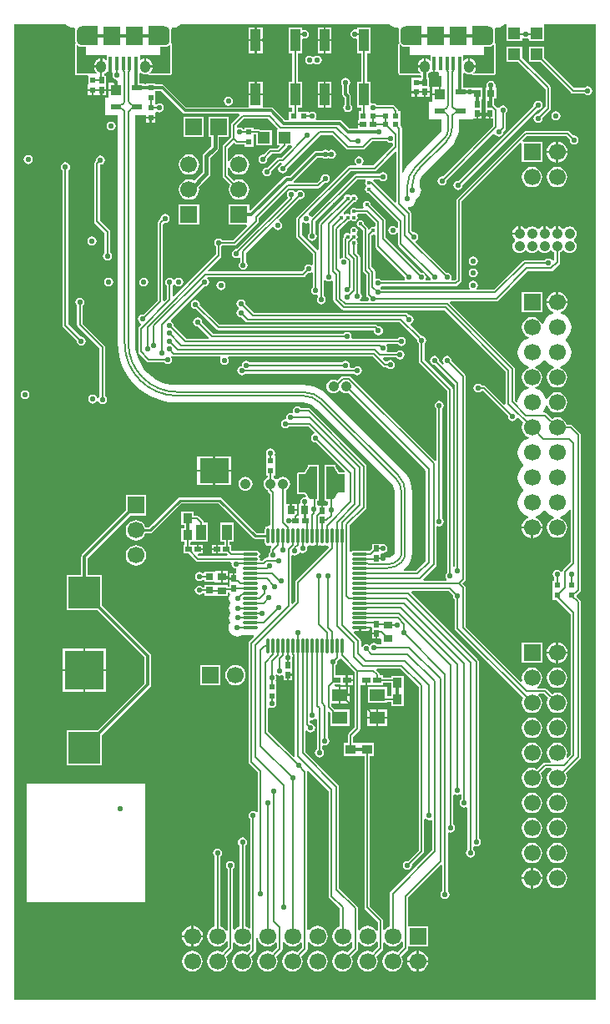
<source format=gtl>
G04 Layer_Physical_Order=1*
G04 Layer_Color=255*
%FSLAX43Y43*%
%MOMM*%
G71*
G01*
G75*
%ADD10C,0.180*%
%ADD11C,0.180*%
%ADD12R,0.950X1.000*%
%ADD13R,0.400X1.350*%
%ADD14R,3.200X3.200*%
%ADD15R,4.000X4.000*%
%ADD16R,1.000X2.250*%
%ADD17R,1.000X1.600*%
%ADD18R,3.000X2.500*%
%ADD19O,0.300X1.650*%
%ADD20O,1.650X0.300*%
%ADD21R,1.200X1.200*%
%ADD22R,1.100X0.600*%
%ADD23R,1.100X1.000*%
%ADD24R,0.700X3.300*%
%ADD25R,0.900X0.600*%
%ADD26R,1.000X0.950*%
%ADD27R,1.600X1.300*%
%ADD28R,0.500X0.650*%
%ADD29R,0.550X0.600*%
%ADD30R,0.850X0.800*%
%ADD31R,0.600X0.550*%
%ADD32R,0.650X0.500*%
%ADD33R,0.700X0.700*%
%ADD34R,1.200X1.200*%
%ADD35R,0.700X0.700*%
%ADD36R,0.800X0.850*%
%ADD37C,0.300*%
%ADD38C,0.200*%
%ADD39C,0.250*%
%ADD40C,0.400*%
%ADD41R,0.300X0.900*%
%ADD42R,1.800X1.900*%
%ADD43R,0.900X0.300*%
G04:AMPARAMS|DCode=44|XSize=2.1mm|YSize=1.9mm|CornerRadius=0.494mm|HoleSize=0mm|Usage=FLASHONLY|Rotation=0.000|XOffset=0mm|YOffset=0mm|HoleType=Round|Shape=RoundedRectangle|*
%AMROUNDEDRECTD44*
21,1,2.100,0.912,0,0,0.0*
21,1,1.112,1.900,0,0,0.0*
1,1,0.988,0.556,-0.456*
1,1,0.988,-0.556,-0.456*
1,1,0.988,-0.556,0.456*
1,1,0.988,0.556,0.456*
%
%ADD44ROUNDEDRECTD44*%
G04:AMPARAMS|DCode=45|XSize=1.05mm|YSize=1.25mm|CornerRadius=0.525mm|HoleSize=0mm|Usage=FLASHONLY|Rotation=180.000|XOffset=0mm|YOffset=0mm|HoleType=Round|Shape=RoundedRectangle|*
%AMROUNDEDRECTD45*
21,1,1.050,0.200,0,0,180.0*
21,1,0.000,1.250,0,0,180.0*
1,1,1.050,0.000,0.100*
1,1,1.050,0.000,0.100*
1,1,1.050,0.000,-0.100*
1,1,1.050,0.000,-0.100*
%
%ADD45ROUNDEDRECTD45*%
G04:AMPARAMS|DCode=46|XSize=1.05mm|YSize=1.25mm|CornerRadius=0.525mm|HoleSize=0mm|Usage=FLASHONLY|Rotation=180.000|XOffset=0mm|YOffset=0mm|HoleType=Round|Shape=RoundedRectangle|*
%AMROUNDEDRECTD46*
21,1,1.050,0.200,0,0,180.0*
21,1,0.000,1.250,0,0,180.0*
1,1,1.050,0.000,0.100*
1,1,1.050,0.000,0.100*
1,1,1.050,0.000,-0.100*
1,1,1.050,0.000,-0.100*
%
%ADD46ROUNDEDRECTD46*%
%ADD47C,1.700*%
%ADD48R,1.700X1.700*%
%ADD49R,1.700X1.700*%
%ADD50C,1.700*%
%ADD51R,1.700X1.700*%
%ADD52C,1.050*%
%ADD53C,1.050*%
%ADD54C,3.600*%
%ADD55O,1.050X1.040*%
%ADD56R,1.700X1.700*%
%ADD57C,0.550*%
%ADD58C,0.550*%
%ADD59C,0.400*%
G36*
X-24959Y-66238D02*
Y-71837D01*
X-25590Y-72467D01*
X-25651Y-72558D01*
X-25672Y-72665D01*
Y-73436D01*
X-26087D01*
Y-74736D01*
X-23972D01*
Y-90122D01*
X-23951Y-90229D01*
X-23890Y-90320D01*
X-22627Y-91582D01*
Y-92444D01*
X-22652Y-92458D01*
X-22777Y-92483D01*
X-22919Y-92299D01*
X-23133Y-92135D01*
X-23382Y-92031D01*
X-23650Y-91996D01*
X-23918Y-92031D01*
X-24167Y-92135D01*
X-24381Y-92299D01*
X-24487Y-92437D01*
X-24637Y-92386D01*
Y-90195D01*
X-24658Y-90088D01*
X-24719Y-89997D01*
X-26545Y-88172D01*
Y-77867D01*
X-26566Y-77760D01*
X-26627Y-77669D01*
X-29970Y-74326D01*
Y-72190D01*
X-29820Y-72144D01*
X-29749Y-72249D01*
X-29601Y-72349D01*
X-29425Y-72384D01*
X-29249Y-72349D01*
X-29101Y-72249D01*
X-29001Y-72101D01*
X-28966Y-71925D01*
X-29001Y-71749D01*
X-29101Y-71601D01*
X-29249Y-71501D01*
X-29425Y-71466D01*
X-29495Y-71327D01*
Y-71194D01*
X-29345Y-71090D01*
X-29250Y-71109D01*
X-29074Y-71074D01*
X-28956Y-70995D01*
X-28847Y-71032D01*
X-28806Y-71061D01*
Y-74096D01*
X-28850Y-74126D01*
X-28950Y-74274D01*
X-28985Y-74450D01*
X-28950Y-74626D01*
X-28850Y-74774D01*
X-28701Y-74874D01*
X-28526Y-74909D01*
X-28350Y-74874D01*
X-28201Y-74774D01*
X-28102Y-74626D01*
X-28067Y-74450D01*
X-28102Y-74274D01*
X-28201Y-74126D01*
X-28246Y-74096D01*
Y-73752D01*
X-28096Y-73660D01*
X-27975Y-73684D01*
X-27799Y-73649D01*
X-27651Y-73549D01*
X-27551Y-73401D01*
X-27516Y-73225D01*
X-27551Y-73049D01*
X-27651Y-72901D01*
X-27695Y-72871D01*
Y-70307D01*
X-27556Y-70250D01*
X-27437Y-70369D01*
Y-71683D01*
X-25487D01*
Y-70033D01*
X-26980D01*
X-27326Y-69687D01*
Y-69408D01*
X-26562D01*
Y-68558D01*
Y-67708D01*
X-26924D01*
X-27001Y-67558D01*
X-26973Y-67519D01*
X-26412D01*
Y-67544D01*
X-25862D01*
Y-67044D01*
Y-66544D01*
X-26412D01*
Y-66569D01*
X-26920D01*
Y-65579D01*
X-26876Y-65549D01*
X-26776Y-65401D01*
X-26741Y-65225D01*
X-26752Y-65173D01*
X-26552Y-64973D01*
X-26505Y-64904D01*
X-26401Y-64871D01*
X-26334Y-64863D01*
X-24959Y-66238D01*
D02*
G37*
G36*
X-31030Y-64753D02*
Y-74729D01*
X-31022Y-74769D01*
X-31161Y-74843D01*
X-33745Y-72259D01*
Y-69900D01*
X-33595Y-69819D01*
X-33551Y-69849D01*
X-33375Y-69884D01*
X-33199Y-69849D01*
X-33051Y-69749D01*
X-32951Y-69601D01*
X-32916Y-69425D01*
X-32936Y-69325D01*
X-32925Y-69175D01*
X-32925Y-69175D01*
X-32925Y-69175D01*
Y-68225D01*
X-32925D01*
Y-68175D01*
X-32925D01*
Y-67225D01*
X-32925Y-67225D01*
X-32925D01*
X-33001Y-67075D01*
X-32951Y-67001D01*
X-32916Y-66825D01*
X-32951Y-66649D01*
X-33013Y-66558D01*
X-33011Y-66550D01*
X-32980Y-66530D01*
X-32842Y-66496D01*
X-32738Y-66565D01*
X-32563Y-66600D01*
X-32387Y-66565D01*
X-32350Y-66541D01*
X-32200Y-66621D01*
Y-67050D01*
X-31850D01*
Y-66525D01*
X-31750D01*
Y-66425D01*
X-31300D01*
Y-66000D01*
X-31325D01*
Y-65075D01*
X-31325Y-65075D01*
X-31317Y-64928D01*
X-31291Y-64800D01*
X-31301Y-64750D01*
X-31281Y-64692D01*
X-31166Y-64656D01*
X-31030Y-64753D01*
D02*
G37*
G36*
X-21235Y-715D02*
X-20928Y-842D01*
X-20599Y-885D01*
X-20552Y-879D01*
X-20446Y-1017D01*
X-20458Y-1044D01*
X-20466Y-1107D01*
X-20472Y-1139D01*
X-20471Y-1148D01*
X-20474Y-1157D01*
X-20476Y-1180D01*
X-20481Y-1219D01*
Y-2131D01*
X-20475Y-2172D01*
X-20474Y-2191D01*
X-20472Y-2198D01*
X-20472Y-2205D01*
X-20465Y-2250D01*
X-20465Y-2252D01*
X-20458Y-2306D01*
X-20434Y-2363D01*
X-20428Y-2380D01*
X-20459Y-2421D01*
X-20466Y-2429D01*
X-20476Y-2436D01*
X-20489Y-2455D01*
X-20505Y-2473D01*
X-20508Y-2484D01*
X-20515Y-2494D01*
X-20519Y-2517D01*
X-20527Y-2539D01*
X-20526Y-2551D01*
X-20528Y-2562D01*
Y-5475D01*
X-20515Y-5543D01*
X-20476Y-5601D01*
X-20418Y-5640D01*
X-20350Y-5653D01*
X-18321D01*
X-18205Y-5778D01*
X-18219Y-5889D01*
X-18275Y-5925D01*
Y-5925D01*
X-19175D01*
Y-6760D01*
X-19200Y-6900D01*
X-19200Y-6900D01*
X-19200Y-7050D01*
Y-7300D01*
X-18725D01*
Y-7400D01*
X-18625D01*
Y-7900D01*
X-18275D01*
Y-7900D01*
X-17925D01*
Y-7375D01*
X-17825D01*
Y-7275D01*
X-17375D01*
Y-6850D01*
X-17400D01*
Y-5925D01*
X-17494D01*
Y-5520D01*
X-17472Y-5511D01*
X-17326Y-5399D01*
X-17288Y-5350D01*
X-17000D01*
Y-4475D01*
X-16800D01*
Y-5350D01*
X-16500D01*
X-16400Y-5459D01*
Y-5750D01*
X-16161D01*
Y-6900D01*
X-16216D01*
Y-7600D01*
X-16316D01*
Y-7700D01*
X-17066D01*
Y-8300D01*
X-17175Y-8400D01*
X-17466D01*
Y-10200D01*
X-16161D01*
Y-11176D01*
X-16160Y-11185D01*
X-16197Y-11374D01*
X-16304Y-11534D01*
X-16312Y-11540D01*
X-19348Y-14577D01*
X-19351Y-14574D01*
X-19681Y-14960D01*
X-19947Y-15394D01*
X-20020Y-15569D01*
X-20170Y-15540D01*
Y-11061D01*
X-20191Y-10953D01*
X-20252Y-10862D01*
X-20336Y-10778D01*
Y-10250D01*
X-20336D01*
X-20336D01*
Y-10250D01*
X-20336D01*
X-20336Y-10250D01*
Y-9350D01*
X-20530D01*
Y-9288D01*
X-20552Y-9181D01*
X-20612Y-9090D01*
X-20900Y-8802D01*
X-20991Y-8741D01*
X-21099Y-8720D01*
X-22747D01*
X-22777Y-8676D01*
X-22926Y-8577D01*
X-23101Y-8542D01*
X-23175Y-8556D01*
X-23325Y-8442D01*
Y-6350D01*
X-23720D01*
Y-3450D01*
X-23325D01*
Y-850D01*
X-24675D01*
Y-959D01*
X-24825Y-1061D01*
X-24925Y-1041D01*
X-25101Y-1076D01*
X-25249Y-1176D01*
X-25349Y-1324D01*
X-25384Y-1500D01*
X-25349Y-1676D01*
X-25249Y-1824D01*
X-25101Y-1924D01*
X-24925Y-1959D01*
X-24825Y-1939D01*
X-24675Y-2041D01*
Y-3450D01*
X-24280D01*
Y-6350D01*
X-24675D01*
Y-8950D01*
X-24280D01*
Y-9350D01*
X-24575D01*
Y-10225D01*
X-24600D01*
Y-11069D01*
X-25488D01*
X-26216Y-10341D01*
X-26323Y-10269D01*
X-26450Y-10244D01*
X-28841D01*
X-28922Y-10094D01*
X-28876Y-10026D01*
X-28841Y-9850D01*
X-28876Y-9674D01*
X-28976Y-9526D01*
X-29124Y-9426D01*
X-29300Y-9391D01*
X-29476Y-9426D01*
X-29525Y-9459D01*
X-29543Y-9452D01*
X-29546Y-9451D01*
X-29640Y-9414D01*
X-29675Y-9400D01*
X-29675Y-9400D01*
X-29675D01*
D01*
Y-9400D01*
X-29675Y-9400D01*
Y-9400D01*
X-30625D01*
Y-9400D01*
X-30720Y-9289D01*
Y-8950D01*
X-30325D01*
Y-6350D01*
X-30720D01*
Y-3450D01*
X-30325D01*
Y-2066D01*
X-30175Y-1964D01*
X-30075Y-1984D01*
X-29899Y-1949D01*
X-29751Y-1849D01*
X-29651Y-1701D01*
X-29616Y-1525D01*
X-29651Y-1349D01*
X-29751Y-1201D01*
X-29899Y-1101D01*
X-30075Y-1066D01*
X-30175Y-1086D01*
X-30325Y-984D01*
Y-850D01*
X-31675D01*
Y-3450D01*
X-31280D01*
Y-6350D01*
X-31675D01*
Y-8950D01*
X-31280D01*
Y-9400D01*
X-31625D01*
Y-10244D01*
X-31988D01*
X-33191Y-9041D01*
X-33298Y-8969D01*
X-33425Y-8944D01*
X-34300D01*
Y-7750D01*
X-35700D01*
Y-8944D01*
X-42038D01*
X-44241Y-6741D01*
X-44348Y-6669D01*
X-44475Y-6644D01*
X-45200D01*
Y-6500D01*
X-46100D01*
Y-6644D01*
X-46325D01*
Y-6503D01*
X-46803D01*
Y-5513D01*
X-46653Y-5442D01*
X-46562Y-5511D01*
X-46392Y-5582D01*
X-46209Y-5606D01*
X-46026Y-5582D01*
X-45933Y-5543D01*
X-45932Y-5543D01*
X-45919Y-5563D01*
X-45909Y-5584D01*
X-45900Y-5591D01*
X-45894Y-5601D01*
X-45874Y-5614D01*
X-45857Y-5630D01*
X-45845Y-5633D01*
X-45836Y-5640D01*
X-45813Y-5644D01*
X-45791Y-5652D01*
X-45779Y-5651D01*
X-45767Y-5653D01*
X-43684D01*
X-43616Y-5640D01*
X-43558Y-5601D01*
X-43519Y-5543D01*
X-43506Y-5475D01*
X-43506Y-2562D01*
X-43508Y-2551D01*
X-43507Y-2539D01*
X-43515Y-2517D01*
X-43519Y-2494D01*
X-43526Y-2484D01*
X-43529Y-2473D01*
X-43545Y-2455D01*
X-43558Y-2436D01*
X-43568Y-2429D01*
X-43575Y-2421D01*
X-43596Y-2410D01*
X-43614Y-2398D01*
X-43576Y-2306D01*
X-43568Y-2243D01*
X-43562Y-2211D01*
X-43563Y-2202D01*
X-43560Y-2193D01*
X-43558Y-2170D01*
X-43553Y-2131D01*
Y-1219D01*
X-43559Y-1178D01*
X-43560Y-1159D01*
X-43562Y-1152D01*
X-43562Y-1145D01*
X-43569Y-1100D01*
X-43569Y-1098D01*
X-43576Y-1044D01*
X-43588Y-1016D01*
X-43535Y-912D01*
X-43531Y-906D01*
X-43527Y-903D01*
X-43482Y-879D01*
X-43434Y-885D01*
X-43105Y-842D01*
X-42798Y-715D01*
X-42556Y-529D01*
X-21477D01*
X-21235Y-715D01*
D02*
G37*
G36*
X-18468Y-67728D02*
Y-84313D01*
X-19559Y-85404D01*
X-19611Y-85393D01*
X-19786Y-85428D01*
X-19935Y-85528D01*
X-20035Y-85676D01*
X-20070Y-85852D01*
X-20035Y-86028D01*
X-19935Y-86176D01*
X-19786Y-86276D01*
X-19611Y-86311D01*
X-19435Y-86276D01*
X-19286Y-86176D01*
X-19187Y-86028D01*
X-19152Y-85852D01*
X-19162Y-85800D01*
X-17990Y-84627D01*
X-17929Y-84536D01*
X-17907Y-84429D01*
Y-81174D01*
X-17757Y-81129D01*
X-17750Y-81140D01*
X-17601Y-81239D01*
X-17426Y-81274D01*
X-17279Y-81245D01*
X-17129Y-81324D01*
Y-84339D01*
X-21308Y-88519D01*
X-21369Y-88610D01*
X-21390Y-88717D01*
Y-92037D01*
X-21627Y-92135D01*
X-21841Y-92299D01*
X-21917Y-92397D01*
X-22067Y-92346D01*
Y-91466D01*
X-22088Y-91359D01*
X-22149Y-91268D01*
X-23411Y-90006D01*
Y-74736D01*
X-23037D01*
Y-73436D01*
X-25111D01*
Y-72782D01*
X-24480Y-72151D01*
X-24420Y-72060D01*
X-24398Y-71953D01*
Y-67557D01*
X-23902D01*
Y-67057D01*
X-23702D01*
Y-67557D01*
X-23152D01*
Y-67532D01*
X-22077D01*
Y-67337D01*
X-21279D01*
Y-67954D01*
Y-68304D01*
Y-68699D01*
X-21687D01*
Y-67733D01*
X-23637D01*
Y-69383D01*
X-21687D01*
Y-69260D01*
X-21279D01*
Y-69654D01*
X-19979D01*
Y-67954D01*
Y-66604D01*
X-21279D01*
Y-66777D01*
X-22077D01*
Y-66582D01*
X-22421D01*
Y-66476D01*
X-22443Y-66369D01*
X-22503Y-66278D01*
X-22503Y-66278D01*
X-22753Y-66028D01*
X-22691Y-65878D01*
X-20318D01*
X-18468Y-67728D01*
D02*
G37*
G36*
X-53180Y-2568D02*
X-53156Y-2596D01*
X-53131Y-2622D01*
X-53105Y-2647D01*
X-53077Y-2671D01*
X-53048Y-2693D01*
X-53018Y-2713D01*
X-52987Y-2732D01*
X-52955Y-2750D01*
X-52922Y-2765D01*
X-52889Y-2779D01*
X-52855Y-2791D01*
X-52820Y-2802D01*
X-52784Y-2810D01*
X-52749Y-2817D01*
X-52713Y-2821D01*
X-52676Y-2824D01*
X-52640Y-2825D01*
X-52184D01*
Y-3650D01*
X-50109D01*
Y-4228D01*
X-50120Y-4215D01*
X-50146Y-4187D01*
X-50174Y-4161D01*
X-50203Y-4136D01*
X-50233Y-4113D01*
X-50264Y-4092D01*
X-50296Y-4072D01*
X-50330Y-4054D01*
X-50364Y-4037D01*
X-50399Y-4023D01*
X-50435Y-4010D01*
X-50471Y-3999D01*
X-50508Y-3991D01*
X-50546Y-3984D01*
X-50559Y-3982D01*
Y-4800D01*
X-50659D01*
Y-4900D01*
X-51384D01*
X-51383Y-4938D01*
X-51380Y-4976D01*
X-51375Y-5013D01*
X-51368Y-5051D01*
X-51360Y-5088D01*
X-51349Y-5124D01*
X-51336Y-5160D01*
X-51322Y-5195D01*
X-51305Y-5229D01*
X-51287Y-5263D01*
X-51267Y-5295D01*
X-51246Y-5326D01*
X-51223Y-5356D01*
X-51198Y-5385D01*
X-51172Y-5413D01*
X-51144Y-5439D01*
X-51115Y-5464D01*
X-51101Y-5475D01*
X-53184D01*
Y-2562D01*
X-53180Y-2568D01*
D02*
G37*
G36*
X-10850Y-5475D02*
X-12933D01*
X-12919Y-5464D01*
X-12890Y-5439D01*
X-12862Y-5413D01*
X-12836Y-5385D01*
X-12811Y-5356D01*
X-12788Y-5326D01*
X-12767Y-5295D01*
X-12747Y-5263D01*
X-12729Y-5229D01*
X-12712Y-5195D01*
X-12698Y-5160D01*
X-12685Y-5124D01*
X-12674Y-5088D01*
X-12666Y-5051D01*
X-12659Y-5013D01*
X-12654Y-4976D01*
X-12651Y-4938D01*
X-12650Y-4900D01*
X-13375D01*
Y-4800D01*
X-13475D01*
Y-3982D01*
X-13488Y-3984D01*
X-13526Y-3991D01*
X-13563Y-3999D01*
X-13599Y-4010D01*
X-13635Y-4023D01*
X-13670Y-4037D01*
X-13704Y-4054D01*
X-13738Y-4072D01*
X-13770Y-4092D01*
X-13801Y-4113D01*
X-13831Y-4136D01*
X-13860Y-4161D01*
X-13888Y-4187D01*
X-13914Y-4215D01*
X-13925Y-4228D01*
Y-3650D01*
X-11850D01*
Y-2825D01*
X-11394D01*
X-11358Y-2824D01*
X-11321Y-2821D01*
X-11285Y-2817D01*
X-11250Y-2810D01*
X-11214Y-2802D01*
X-11179Y-2791D01*
X-11145Y-2779D01*
X-11112Y-2765D01*
X-11079Y-2750D01*
X-11047Y-2732D01*
X-11016Y-2713D01*
X-10986Y-2693D01*
X-10957Y-2671D01*
X-10929Y-2647D01*
X-10903Y-2622D01*
X-10878Y-2596D01*
X-10854Y-2568D01*
X-10850Y-2562D01*
X-10850Y-5475D01*
D02*
G37*
G36*
X-43684D02*
X-45767D01*
X-45753Y-5464D01*
X-45724Y-5439D01*
X-45696Y-5413D01*
X-45670Y-5385D01*
X-45645Y-5356D01*
X-45622Y-5326D01*
X-45601Y-5295D01*
X-45581Y-5263D01*
X-45563Y-5229D01*
X-45546Y-5195D01*
X-45532Y-5160D01*
X-45519Y-5124D01*
X-45508Y-5088D01*
X-45500Y-5051D01*
X-45493Y-5013D01*
X-45488Y-4976D01*
X-45485Y-4938D01*
X-45484Y-4900D01*
X-46209D01*
Y-4800D01*
X-46309D01*
Y-3982D01*
X-46322Y-3984D01*
X-46360Y-3991D01*
X-46397Y-3999D01*
X-46433Y-4010D01*
X-46469Y-4023D01*
X-46504Y-4037D01*
X-46538Y-4054D01*
X-46572Y-4072D01*
X-46604Y-4092D01*
X-46635Y-4113D01*
X-46665Y-4136D01*
X-46694Y-4161D01*
X-46722Y-4187D01*
X-46748Y-4215D01*
X-46759Y-4228D01*
Y-3650D01*
X-44684D01*
Y-2825D01*
X-44228D01*
X-44192Y-2824D01*
X-44155Y-2821D01*
X-44119Y-2817D01*
X-44084Y-2810D01*
X-44048Y-2802D01*
X-44013Y-2791D01*
X-43979Y-2779D01*
X-43946Y-2765D01*
X-43913Y-2750D01*
X-43881Y-2732D01*
X-43850Y-2713D01*
X-43820Y-2693D01*
X-43791Y-2671D01*
X-43763Y-2647D01*
X-43737Y-2622D01*
X-43712Y-2596D01*
X-43688Y-2568D01*
X-43684Y-2562D01*
X-43684Y-5475D01*
D02*
G37*
G36*
X-20730Y-13498D02*
Y-18536D01*
X-20880Y-18598D01*
X-23052Y-16427D01*
X-23084Y-16405D01*
X-23038Y-16255D01*
X-22454D01*
X-22424Y-16299D01*
X-22276Y-16399D01*
X-22100Y-16434D01*
X-21924Y-16399D01*
X-21776Y-16299D01*
X-21676Y-16151D01*
X-21641Y-15975D01*
X-21676Y-15799D01*
X-21776Y-15651D01*
X-21924Y-15551D01*
X-22100Y-15516D01*
X-22276Y-15551D01*
X-22424Y-15651D01*
X-22454Y-15695D01*
X-24800D01*
X-24907Y-15716D01*
X-24998Y-15777D01*
X-29287Y-20065D01*
X-29459Y-20025D01*
X-29526Y-19926D01*
X-29610Y-19869D01*
X-29644Y-19691D01*
X-25359Y-15405D01*
X-22950D01*
X-22843Y-15384D01*
X-22752Y-15323D01*
X-20869Y-13440D01*
X-20730Y-13498D01*
D02*
G37*
G36*
X-28650Y-53437D02*
X-28613Y-53430D01*
X-28509Y-53360D01*
X-28377Y-53406D01*
X-28377Y-53406D01*
X-28377D01*
X-28377Y-53406D01*
X-28250Y-53431D01*
X-28240Y-53429D01*
X-28240D01*
X-28240D01*
X-28123Y-53406D01*
X-28105Y-53394D01*
X-28016Y-53334D01*
X-27984D01*
X-27877Y-53406D01*
X-27750Y-53431D01*
X-27749Y-53431D01*
X-27606Y-53534D01*
X-27596Y-53640D01*
X-30881Y-56926D01*
X-30942Y-57017D01*
X-30964Y-57125D01*
Y-59042D01*
X-31256Y-59334D01*
X-31395Y-59277D01*
Y-54450D01*
X-31245Y-54369D01*
X-31201Y-54399D01*
X-31025Y-54434D01*
X-30849Y-54399D01*
X-30701Y-54299D01*
X-30612Y-54166D01*
X-30601Y-54151D01*
X-30441Y-54114D01*
X-30426Y-54124D01*
X-30250Y-54159D01*
X-30074Y-54124D01*
X-29926Y-54024D01*
X-29826Y-53876D01*
X-29791Y-53700D01*
X-29817Y-53571D01*
X-29771Y-53476D01*
X-29713Y-53424D01*
X-29623Y-53406D01*
X-29619Y-53403D01*
X-29500Y-53342D01*
X-29396Y-53396D01*
X-29381Y-53403D01*
X-29381D01*
X-29377Y-53406D01*
X-29260Y-53429D01*
X-29260D01*
X-29260D01*
X-29260D01*
X-29250Y-53431D01*
X-29123Y-53406D01*
X-29123Y-53406D01*
D01*
X-29120Y-53405D01*
X-28991Y-53360D01*
X-28887Y-53430D01*
X-28850Y-53437D01*
Y-52425D01*
X-28650D01*
Y-53437D01*
D02*
G37*
G36*
X-28800Y-48725D02*
X-29500D01*
X-29950Y-47975D01*
X-30650D01*
Y-46175D01*
X-29950D01*
X-29500Y-45425D01*
X-28800D01*
Y-48725D01*
D02*
G37*
G36*
X-26650Y-46175D02*
X-25950D01*
Y-47975D01*
X-26650D01*
X-27100Y-48725D01*
X-27800D01*
Y-45425D01*
X-27100D01*
X-26650Y-46175D01*
D02*
G37*
G36*
X-22855Y-21896D02*
Y-23050D01*
X-22834Y-23157D01*
X-22773Y-23248D01*
X-19873Y-26148D01*
X-19884Y-26200D01*
X-19850Y-26370D01*
X-19847Y-26396D01*
X-19926Y-26520D01*
X-22246D01*
X-22276Y-26476D01*
X-22424Y-26376D01*
X-22600Y-26341D01*
X-22720Y-26365D01*
X-22870Y-26272D01*
Y-25625D01*
X-22870Y-25625D01*
X-22891Y-25518D01*
X-22952Y-25427D01*
X-23245Y-25134D01*
Y-21991D01*
X-23057Y-21804D01*
X-23005Y-21794D01*
X-22855Y-21896D01*
D02*
G37*
G36*
Y-20716D02*
Y-20954D01*
X-23005Y-21056D01*
X-23075Y-21043D01*
X-23221Y-21072D01*
X-23345Y-21155D01*
X-23428Y-21279D01*
X-23445Y-21361D01*
X-23595Y-21346D01*
Y-21275D01*
X-23616Y-21168D01*
X-23677Y-21077D01*
X-23996Y-20757D01*
X-24022Y-20629D01*
X-24105Y-20505D01*
X-24229Y-20422D01*
X-24375Y-20393D01*
X-24521Y-20422D01*
X-24645Y-20505D01*
X-24728Y-20629D01*
X-24757Y-20775D01*
X-24728Y-20921D01*
X-24645Y-21045D01*
X-24521Y-21128D01*
X-24393Y-21154D01*
X-24155Y-21391D01*
Y-25475D01*
X-24134Y-25582D01*
X-24073Y-25673D01*
X-23780Y-25966D01*
Y-27975D01*
X-23759Y-28082D01*
X-23698Y-28173D01*
X-23548Y-28323D01*
X-23559Y-28375D01*
X-23540Y-28470D01*
X-23644Y-28620D01*
X-24373D01*
X-24418Y-28470D01*
X-24351Y-28424D01*
X-24251Y-28276D01*
X-24216Y-28100D01*
X-24251Y-27924D01*
X-24351Y-27776D01*
X-24395Y-27746D01*
Y-24150D01*
X-24395Y-24150D01*
X-24416Y-24043D01*
X-24477Y-23952D01*
X-24477Y-23952D01*
X-24745Y-23684D01*
Y-22980D01*
X-24672Y-22871D01*
X-24643Y-22725D01*
X-24672Y-22579D01*
X-24722Y-22504D01*
X-24755Y-22345D01*
X-24672Y-22221D01*
X-24643Y-22075D01*
X-24672Y-21929D01*
X-24755Y-21805D01*
X-24722Y-21646D01*
X-24672Y-21571D01*
X-24643Y-21425D01*
X-24672Y-21279D01*
X-24755Y-21155D01*
X-24879Y-21072D01*
X-25025Y-21043D01*
X-25171Y-21072D01*
X-25295Y-21155D01*
X-25378Y-21279D01*
X-25407Y-21425D01*
X-25378Y-21571D01*
X-25361Y-21597D01*
X-25397Y-21703D01*
X-25503Y-21739D01*
X-25529Y-21722D01*
X-25675Y-21693D01*
X-25821Y-21722D01*
X-25945Y-21805D01*
X-26028Y-21929D01*
X-26054Y-22057D01*
X-26073Y-22077D01*
X-26134Y-22168D01*
X-26155Y-22275D01*
Y-24100D01*
X-26251Y-24251D01*
X-26370Y-24331D01*
X-26476Y-24295D01*
X-26520Y-24264D01*
Y-21366D01*
X-25657Y-20504D01*
X-25529Y-20478D01*
X-25454Y-20428D01*
X-25295Y-20395D01*
X-25171Y-20478D01*
X-25025Y-20507D01*
X-24879Y-20478D01*
X-24755Y-20395D01*
X-24672Y-20271D01*
X-24643Y-20125D01*
X-24672Y-19979D01*
X-24721Y-19905D01*
X-24654Y-19755D01*
X-23816D01*
X-22855Y-20716D01*
D02*
G37*
G36*
X-23829Y-16405D02*
X-23878Y-16479D01*
X-23907Y-16625D01*
X-23878Y-16771D01*
X-23795Y-16895D01*
Y-16980D01*
X-23878Y-17104D01*
X-23907Y-17250D01*
X-23878Y-17396D01*
X-23795Y-17520D01*
X-23671Y-17603D01*
X-23543Y-17629D01*
X-20555Y-20616D01*
Y-21160D01*
X-20705Y-21206D01*
X-20776Y-21101D01*
X-20924Y-21001D01*
X-21100Y-20966D01*
X-21276Y-21001D01*
X-21424Y-21101D01*
X-21524Y-21249D01*
X-21559Y-21425D01*
X-21524Y-21601D01*
X-21424Y-21749D01*
X-21276Y-21849D01*
X-21100Y-21884D01*
X-20924Y-21849D01*
X-20776Y-21749D01*
X-20705Y-21644D01*
X-20555Y-21690D01*
Y-22800D01*
X-20534Y-22907D01*
X-20473Y-22998D01*
X-17323Y-26148D01*
X-17334Y-26200D01*
X-17300Y-26370D01*
X-17297Y-26396D01*
X-17376Y-26520D01*
X-17649D01*
X-17728Y-26396D01*
X-17725Y-26370D01*
X-17691Y-26200D01*
X-17726Y-26024D01*
X-17826Y-25876D01*
X-17974Y-25776D01*
X-18150Y-25741D01*
X-18202Y-25752D01*
X-21820Y-22134D01*
Y-20450D01*
X-21841Y-20343D01*
X-21902Y-20252D01*
X-23346Y-18807D01*
X-23372Y-18679D01*
X-23455Y-18555D01*
X-23579Y-18472D01*
X-23725Y-18443D01*
X-23871Y-18472D01*
X-23995Y-18555D01*
X-24078Y-18679D01*
X-24107Y-18825D01*
X-24078Y-18971D01*
X-24029Y-19045D01*
X-24096Y-19195D01*
X-24770D01*
X-24879Y-19122D01*
X-25025Y-19093D01*
X-25171Y-19122D01*
X-25295Y-19205D01*
X-25378Y-19329D01*
X-25407Y-19475D01*
X-25378Y-19621D01*
X-25328Y-19696D01*
X-25347Y-19736D01*
X-25497Y-19793D01*
X-25529Y-19772D01*
X-25675Y-19743D01*
X-25821Y-19772D01*
X-25938Y-19850D01*
X-26082Y-19810D01*
X-26100Y-19646D01*
X-25007Y-18554D01*
X-24879Y-18528D01*
X-24755Y-18445D01*
X-24672Y-18321D01*
X-24643Y-18175D01*
X-24672Y-18029D01*
X-24755Y-17905D01*
X-24879Y-17822D01*
X-25025Y-17793D01*
X-25171Y-17822D01*
X-25295Y-17905D01*
X-25405D01*
X-25529Y-17822D01*
X-25675Y-17793D01*
X-25821Y-17822D01*
X-25945Y-17905D01*
X-26028Y-18029D01*
X-26054Y-18157D01*
X-28548Y-20652D01*
X-28609Y-20743D01*
X-28630Y-20850D01*
Y-23361D01*
X-28780Y-23423D01*
X-30320Y-21884D01*
Y-20627D01*
X-30199Y-20583D01*
X-30170Y-20578D01*
X-30026Y-20674D01*
X-29850Y-20709D01*
X-29680Y-20675D01*
X-29654Y-20672D01*
X-29530Y-20751D01*
Y-21696D01*
X-29574Y-21726D01*
X-29674Y-21874D01*
X-29709Y-22050D01*
X-29674Y-22226D01*
X-29574Y-22374D01*
X-29426Y-22474D01*
X-29250Y-22509D01*
X-29074Y-22474D01*
X-28926Y-22374D01*
X-28826Y-22226D01*
X-28791Y-22050D01*
X-28826Y-21874D01*
X-28926Y-21726D01*
X-28970Y-21696D01*
Y-20541D01*
X-24684Y-16255D01*
X-23896D01*
X-23829Y-16405D01*
D02*
G37*
G36*
X-23232Y-61628D02*
X-23225Y-61775D01*
X-23225D01*
Y-62200D01*
X-22775D01*
Y-62300D01*
X-22675D01*
Y-62825D01*
X-22325D01*
X-22225Y-62934D01*
Y-63448D01*
X-22684D01*
X-22713Y-63404D01*
X-22862Y-63305D01*
X-23038Y-63270D01*
X-23213Y-63305D01*
X-23362Y-63404D01*
X-23460Y-63550D01*
X-23599Y-63457D01*
X-23774Y-63422D01*
X-23950Y-63457D01*
X-24099Y-63557D01*
X-24168Y-63661D01*
X-24318Y-63615D01*
Y-63101D01*
X-24340Y-62994D01*
X-24401Y-62903D01*
X-25047Y-62257D01*
X-24984Y-62107D01*
X-24525D01*
Y-61750D01*
X-24425D01*
Y-61650D01*
X-23320D01*
X-23286Y-61612D01*
X-23232Y-61628D01*
D02*
G37*
G36*
X-11352Y-729D02*
X-11299Y-736D01*
X-11246Y-751D01*
X-11203Y-767D01*
X-11161Y-787D01*
X-11117Y-815D01*
X-11079Y-844D01*
X-11040Y-878D01*
X-11011Y-914D01*
X-10983Y-951D01*
X-10959Y-992D01*
X-10939Y-1034D01*
X-10923Y-1076D01*
X-10911Y-1127D01*
X-10904Y-1172D01*
X-10900Y-1225D01*
Y-2125D01*
X-10904Y-2180D01*
X-10912Y-2225D01*
X-10924Y-2275D01*
X-10940Y-2315D01*
X-10953Y-2348D01*
X-10978Y-2391D01*
X-11004Y-2428D01*
X-11035Y-2466D01*
X-11080Y-2507D01*
X-11120Y-2537D01*
X-11166Y-2566D01*
X-11219Y-2590D01*
X-11306Y-2616D01*
X-11400Y-2625D01*
X-13000D01*
Y-725D01*
X-11400D01*
X-11352Y-729D01*
D02*
G37*
G36*
X-18200Y-2625D02*
X-19800D01*
X-19848Y-2621D01*
X-19901Y-2614D01*
X-19954Y-2599D01*
X-19997Y-2583D01*
X-20039Y-2563D01*
X-20083Y-2535D01*
X-20121Y-2506D01*
X-20160Y-2472D01*
X-20189Y-2436D01*
X-20217Y-2399D01*
X-20241Y-2358D01*
X-20261Y-2316D01*
X-20277Y-2274D01*
X-20289Y-2223D01*
X-20296Y-2178D01*
X-20300Y-2125D01*
Y-1225D01*
X-20296Y-1170D01*
X-20288Y-1125D01*
X-20276Y-1075D01*
X-20260Y-1035D01*
X-20247Y-1002D01*
X-20222Y-959D01*
X-20196Y-922D01*
X-20165Y-884D01*
X-20120Y-843D01*
X-20080Y-813D01*
X-20034Y-784D01*
X-19981Y-760D01*
X-19894Y-734D01*
X-19800Y-725D01*
X-18200D01*
Y-2625D01*
D02*
G37*
G36*
X-44186Y-729D02*
X-44133Y-736D01*
X-44080Y-751D01*
X-44037Y-767D01*
X-43995Y-787D01*
X-43951Y-815D01*
X-43913Y-844D01*
X-43874Y-878D01*
X-43845Y-914D01*
X-43817Y-951D01*
X-43793Y-992D01*
X-43773Y-1034D01*
X-43757Y-1076D01*
X-43745Y-1127D01*
X-43738Y-1172D01*
X-43734Y-1225D01*
Y-2125D01*
X-43738Y-2180D01*
X-43746Y-2225D01*
X-43758Y-2275D01*
X-43774Y-2315D01*
X-43787Y-2348D01*
X-43812Y-2391D01*
X-43838Y-2428D01*
X-43869Y-2466D01*
X-43914Y-2507D01*
X-43954Y-2537D01*
X-44000Y-2566D01*
X-44053Y-2590D01*
X-44140Y-2616D01*
X-44234Y-2625D01*
X-45834D01*
Y-725D01*
X-44234D01*
X-44186Y-729D01*
D02*
G37*
G36*
X-51034Y-2625D02*
X-52634D01*
X-52682Y-2621D01*
X-52735Y-2614D01*
X-52788Y-2599D01*
X-52831Y-2583D01*
X-52873Y-2563D01*
X-52917Y-2535D01*
X-52955Y-2506D01*
X-52994Y-2472D01*
X-53023Y-2436D01*
X-53051Y-2399D01*
X-53075Y-2358D01*
X-53095Y-2316D01*
X-53111Y-2274D01*
X-53123Y-2223D01*
X-53130Y-2178D01*
X-53134Y-2125D01*
Y-1225D01*
X-53130Y-1170D01*
X-53122Y-1125D01*
X-53110Y-1075D01*
X-53094Y-1035D01*
X-53081Y-1002D01*
X-53056Y-959D01*
X-53030Y-922D01*
X-52999Y-884D01*
X-52954Y-843D01*
X-52914Y-813D01*
X-52868Y-784D01*
X-52815Y-760D01*
X-52728Y-734D01*
X-52634Y-725D01*
X-51034D01*
Y-2625D01*
D02*
G37*
G36*
X-20346Y-2568D02*
X-20322Y-2596D01*
X-20297Y-2622D01*
X-20271Y-2647D01*
X-20243Y-2671D01*
X-20214Y-2693D01*
X-20184Y-2713D01*
X-20153Y-2732D01*
X-20121Y-2750D01*
X-20088Y-2765D01*
X-20055Y-2779D01*
X-20021Y-2791D01*
X-19986Y-2802D01*
X-19950Y-2810D01*
X-19915Y-2817D01*
X-19879Y-2821D01*
X-19842Y-2824D01*
X-19806Y-2825D01*
X-19350D01*
Y-3650D01*
X-17275D01*
Y-4228D01*
X-17286Y-4215D01*
X-17312Y-4187D01*
X-17340Y-4161D01*
X-17369Y-4136D01*
X-17399Y-4113D01*
X-17430Y-4092D01*
X-17462Y-4072D01*
X-17496Y-4054D01*
X-17530Y-4037D01*
X-17565Y-4023D01*
X-17601Y-4010D01*
X-17637Y-3999D01*
X-17674Y-3991D01*
X-17712Y-3984D01*
X-17725Y-3982D01*
Y-4800D01*
X-17825D01*
Y-4900D01*
X-18550D01*
X-18549Y-4938D01*
X-18546Y-4976D01*
X-18541Y-5013D01*
X-18534Y-5051D01*
X-18526Y-5088D01*
X-18515Y-5124D01*
X-18502Y-5160D01*
X-18488Y-5195D01*
X-18471Y-5229D01*
X-18453Y-5263D01*
X-18433Y-5295D01*
X-18412Y-5326D01*
X-18389Y-5356D01*
X-18364Y-5385D01*
X-18338Y-5413D01*
X-18310Y-5439D01*
X-18281Y-5464D01*
X-18267Y-5475D01*
X-20350D01*
Y-2562D01*
X-20346Y-2568D01*
D02*
G37*
G36*
X-529Y-99471D02*
X-59471D01*
Y-529D01*
X-54311D01*
X-54069Y-715D01*
X-53762Y-842D01*
X-53433Y-885D01*
X-53386Y-879D01*
X-53280Y-1017D01*
X-53292Y-1044D01*
X-53300Y-1107D01*
X-53306Y-1139D01*
X-53305Y-1148D01*
X-53308Y-1157D01*
X-53310Y-1180D01*
X-53315Y-1219D01*
Y-2131D01*
X-53309Y-2172D01*
X-53308Y-2191D01*
X-53306Y-2198D01*
X-53306Y-2205D01*
X-53299Y-2250D01*
X-53299Y-2252D01*
X-53292Y-2306D01*
X-53268Y-2363D01*
X-53262Y-2380D01*
X-53293Y-2421D01*
X-53300Y-2429D01*
X-53310Y-2436D01*
X-53323Y-2455D01*
X-53339Y-2473D01*
X-53342Y-2484D01*
X-53349Y-2494D01*
X-53353Y-2517D01*
X-53361Y-2539D01*
X-53360Y-2551D01*
X-53362Y-2562D01*
Y-5475D01*
X-53349Y-5543D01*
X-53310Y-5601D01*
X-53252Y-5640D01*
X-53184Y-5653D01*
X-52119D01*
X-52000Y-5728D01*
Y-6563D01*
X-52025Y-6703D01*
X-52025Y-6703D01*
X-52025Y-6853D01*
Y-7103D01*
X-51550D01*
Y-7203D01*
X-51450D01*
Y-7703D01*
X-51100D01*
Y-7703D01*
X-50750D01*
Y-7178D01*
X-50650D01*
Y-7078D01*
X-50200D01*
Y-6653D01*
X-50225D01*
Y-5728D01*
X-50379D01*
Y-5542D01*
X-50306Y-5511D01*
X-50160Y-5399D01*
X-50122Y-5350D01*
X-49834D01*
Y-4475D01*
X-49634D01*
Y-5350D01*
X-49572D01*
X-49492Y-5500D01*
X-49508Y-5524D01*
X-49543Y-5700D01*
X-49508Y-5876D01*
X-49408Y-6024D01*
X-49260Y-6124D01*
X-49084Y-6159D01*
X-48995Y-6232D01*
Y-6478D01*
X-49050D01*
Y-7178D01*
X-49150D01*
Y-7278D01*
X-49900D01*
Y-7878D01*
X-50009Y-7978D01*
X-50300D01*
Y-9778D01*
X-48995D01*
Y-32867D01*
X-48998D01*
X-48961Y-33542D01*
X-48847Y-34209D01*
X-48660Y-34859D01*
X-48401Y-35484D01*
X-48074Y-36076D01*
X-47682Y-36628D01*
X-47232Y-37133D01*
X-46727Y-37583D01*
X-46175Y-37975D01*
X-45583Y-38302D01*
X-44958Y-38561D01*
X-44308Y-38748D01*
X-43641Y-38862D01*
X-42966Y-38899D01*
Y-38896D01*
X-30227D01*
X-30218Y-38895D01*
X-29867Y-38929D01*
X-29521Y-39034D01*
X-29201Y-39205D01*
X-28929Y-39429D01*
X-28923Y-39436D01*
X-21267Y-47092D01*
X-21257Y-47100D01*
X-21076Y-47335D01*
X-20958Y-47621D01*
X-20919Y-47915D01*
X-20921Y-47928D01*
Y-54221D01*
X-20920Y-54232D01*
X-20959Y-54326D01*
X-20967Y-54333D01*
X-20971Y-54337D01*
X-21165Y-54487D01*
X-21397Y-54583D01*
X-21640Y-54615D01*
X-21646Y-54614D01*
X-22350D01*
Y-54275D01*
X-22341Y-54259D01*
X-22200Y-54164D01*
X-22100Y-54184D01*
X-21924Y-54149D01*
X-21776Y-54049D01*
X-21676Y-53901D01*
X-21641Y-53725D01*
X-21676Y-53549D01*
X-21776Y-53401D01*
X-21924Y-53301D01*
X-22100Y-53266D01*
X-22225Y-53291D01*
X-22375Y-53225D01*
Y-53225D01*
X-22375Y-53225D01*
X-23225D01*
Y-53753D01*
X-23441Y-53970D01*
X-23585D01*
X-23623Y-53944D01*
X-23750Y-53919D01*
X-25100D01*
X-25227Y-53944D01*
X-25334Y-54016D01*
X-25345Y-54031D01*
X-25495Y-53986D01*
Y-51366D01*
X-23827Y-49698D01*
X-23766Y-49607D01*
X-23745Y-49500D01*
X-23745Y-49500D01*
Y-45360D01*
X-23766Y-45253D01*
X-23827Y-45162D01*
X-29462Y-39527D01*
X-29553Y-39466D01*
X-29660Y-39445D01*
X-30421D01*
X-30451Y-39401D01*
X-30599Y-39301D01*
X-30775Y-39266D01*
X-30951Y-39301D01*
X-31099Y-39401D01*
X-31199Y-39549D01*
X-31234Y-39725D01*
X-31204Y-39874D01*
X-31220Y-39902D01*
X-31260Y-39948D01*
X-31318Y-39992D01*
X-31450Y-39966D01*
X-31626Y-40001D01*
X-31774Y-40101D01*
X-31874Y-40249D01*
X-31909Y-40425D01*
X-31903Y-40455D01*
X-31989Y-40591D01*
X-32165Y-40626D01*
X-32313Y-40726D01*
X-32413Y-40874D01*
X-32448Y-41050D01*
X-32413Y-41226D01*
X-32313Y-41374D01*
X-32165Y-41474D01*
X-31989Y-41509D01*
X-31813Y-41474D01*
X-31665Y-41374D01*
X-31635Y-41330D01*
X-29641D01*
X-29060Y-41912D01*
X-29120Y-42064D01*
X-29249Y-42151D01*
X-29349Y-42299D01*
X-29384Y-42475D01*
X-29349Y-42651D01*
X-29249Y-42799D01*
X-29101Y-42899D01*
X-28925Y-42934D01*
X-28873Y-42923D01*
X-25950Y-45847D01*
X-26012Y-45997D01*
X-26549D01*
X-26925Y-45370D01*
Y-45250D01*
X-27083D01*
X-27100Y-45247D01*
X-27800D01*
X-27817Y-45250D01*
X-27975D01*
Y-45408D01*
X-27978Y-45425D01*
Y-48725D01*
X-27975Y-48742D01*
Y-48900D01*
X-27817D01*
X-27800Y-48903D01*
X-27630D01*
Y-49283D01*
X-27656Y-49311D01*
X-27800Y-49325D01*
Y-49325D01*
X-28150D01*
Y-49850D01*
X-28350D01*
Y-49325D01*
X-28700D01*
X-28770Y-49204D01*
Y-48900D01*
X-28625D01*
Y-48742D01*
X-28622Y-48725D01*
Y-45425D01*
X-28625Y-45408D01*
Y-45250D01*
X-28783D01*
X-28800Y-45247D01*
X-29500D01*
X-29517Y-45250D01*
X-29675D01*
Y-45370D01*
X-30051Y-45997D01*
X-30650D01*
X-30718Y-46010D01*
X-30776Y-46049D01*
X-30815Y-46107D01*
X-30828Y-46175D01*
Y-47975D01*
X-30815Y-48043D01*
X-30776Y-48101D01*
X-30718Y-48140D01*
X-30650Y-48153D01*
X-30051D01*
X-29912Y-48386D01*
X-30006Y-48520D01*
X-30025Y-48516D01*
X-30201Y-48551D01*
X-30349Y-48651D01*
X-30449Y-48799D01*
X-30484Y-48975D01*
X-30469Y-49050D01*
X-30583Y-49200D01*
X-30600D01*
Y-50322D01*
X-30729Y-50404D01*
X-30825Y-50358D01*
Y-49900D01*
X-31425D01*
Y-49800D01*
X-31525D01*
Y-49175D01*
X-31945D01*
Y-47763D01*
X-31869Y-47732D01*
X-31724Y-47621D01*
X-31613Y-47475D01*
X-31543Y-47306D01*
X-31519Y-47125D01*
X-31543Y-46944D01*
X-31613Y-46775D01*
X-31724Y-46629D01*
X-31869Y-46518D01*
X-32039Y-46448D01*
X-32220Y-46424D01*
X-32230D01*
X-32411Y-46448D01*
X-32581Y-46518D01*
X-32726Y-46629D01*
X-32765Y-46681D01*
X-32955D01*
X-32994Y-46629D01*
X-33139Y-46518D01*
X-33215Y-46487D01*
Y-46300D01*
X-33045D01*
Y-45450D01*
X-33045Y-45350D01*
Y-45325D01*
Y-45300D01*
X-33045Y-45200D01*
Y-44350D01*
X-33045Y-44350D01*
X-33045D01*
X-33092Y-44200D01*
X-33076Y-44176D01*
X-33041Y-44000D01*
X-33076Y-43824D01*
X-33176Y-43676D01*
X-33324Y-43576D01*
X-33500Y-43541D01*
X-33676Y-43576D01*
X-33824Y-43676D01*
X-33924Y-43824D01*
X-33959Y-44000D01*
X-33924Y-44176D01*
X-33908Y-44200D01*
X-33945Y-44350D01*
X-33945D01*
X-33945Y-44350D01*
Y-45200D01*
X-33945Y-45300D01*
Y-45325D01*
Y-45350D01*
X-33945Y-45450D01*
Y-46300D01*
X-33775D01*
Y-46487D01*
X-33850Y-46518D01*
X-33996Y-46629D01*
X-34107Y-46775D01*
X-34177Y-46944D01*
X-34201Y-47125D01*
X-34177Y-47306D01*
X-34107Y-47475D01*
X-33996Y-47621D01*
X-33850Y-47732D01*
X-33775Y-47763D01*
Y-47780D01*
X-33754Y-47887D01*
X-33693Y-47978D01*
X-33530Y-48141D01*
Y-51339D01*
X-33680Y-51432D01*
X-33750Y-51419D01*
X-33877Y-51444D01*
X-33984Y-51516D01*
X-34056Y-51623D01*
X-34081Y-51750D01*
Y-52119D01*
X-34923D01*
X-38434Y-48609D01*
X-38533Y-48542D01*
X-38650Y-48519D01*
X-38650Y-48519D01*
X-42700D01*
X-42700Y-48519D01*
X-42817Y-48542D01*
X-42916Y-48609D01*
X-42916Y-48609D01*
X-45863Y-51555D01*
X-46174D01*
X-46261Y-51344D01*
X-46425Y-51130D01*
X-46639Y-50966D01*
X-46889Y-50862D01*
X-47156Y-50827D01*
X-47424Y-50862D01*
X-47673Y-50966D01*
X-47887Y-51130D01*
X-48052Y-51344D01*
X-48155Y-51593D01*
X-48190Y-51861D01*
X-48155Y-52129D01*
X-48052Y-52378D01*
X-47887Y-52592D01*
X-47673Y-52756D01*
X-47424Y-52860D01*
X-47156Y-52895D01*
X-46889Y-52860D01*
X-46639Y-52756D01*
X-46425Y-52592D01*
X-46261Y-52378D01*
X-46174Y-52167D01*
X-45736D01*
X-45736Y-52167D01*
X-45619Y-52144D01*
X-45520Y-52077D01*
X-42573Y-49131D01*
X-38777D01*
X-35266Y-52641D01*
X-35266Y-52641D01*
X-35207Y-52681D01*
X-35167Y-52708D01*
X-35050Y-52731D01*
X-34081D01*
Y-53100D01*
X-34056Y-53227D01*
X-33984Y-53334D01*
X-33877Y-53406D01*
X-33750Y-53431D01*
X-33623Y-53406D01*
X-33619Y-53403D01*
X-33550Y-53368D01*
X-33430Y-53424D01*
X-33398Y-53577D01*
X-33448Y-53627D01*
X-33509Y-53718D01*
X-33530Y-53825D01*
Y-54046D01*
X-33574Y-54076D01*
X-33674Y-54224D01*
X-33709Y-54400D01*
X-33694Y-54475D01*
X-33797Y-54640D01*
X-33853Y-54648D01*
X-34006Y-54711D01*
X-34032Y-54716D01*
X-34055Y-54731D01*
X-34066Y-54736D01*
X-34096Y-54759D01*
X-34123Y-54777D01*
X-34135Y-54788D01*
X-34249Y-54876D01*
X-34321Y-54970D01*
X-34489D01*
X-34582Y-54820D01*
X-34569Y-54750D01*
X-34594Y-54623D01*
X-34597Y-54619D01*
X-34658Y-54500D01*
X-34597Y-54381D01*
X-34594Y-54377D01*
X-34569Y-54250D01*
X-34594Y-54123D01*
X-34666Y-54016D01*
X-34773Y-53944D01*
X-34900Y-53919D01*
X-36250D01*
X-36377Y-53944D01*
X-36415Y-53970D01*
X-37409D01*
X-37500Y-53878D01*
Y-53350D01*
X-37645D01*
Y-53050D01*
X-37250D01*
Y-51100D01*
X-38600D01*
Y-53050D01*
X-38205D01*
Y-53350D01*
X-38425D01*
Y-53325D01*
X-38850D01*
Y-53775D01*
Y-54225D01*
X-38425D01*
Y-54200D01*
X-37972D01*
X-37852Y-54320D01*
X-37914Y-54470D01*
X-40759D01*
X-40865Y-54364D01*
X-40807Y-54225D01*
X-40375D01*
Y-53875D01*
X-40900D01*
Y-53775D01*
X-41000D01*
Y-53325D01*
X-41425D01*
Y-53350D01*
X-41645D01*
Y-53106D01*
X-41539Y-53000D01*
X-41329D01*
X-41200Y-53050D01*
X-41200Y-53050D01*
X-41200Y-53050D01*
X-41200Y-53050D01*
X-39850D01*
Y-51100D01*
X-40245D01*
Y-51075D01*
X-40266Y-50968D01*
X-40327Y-50877D01*
X-40777Y-50427D01*
X-40868Y-50366D01*
X-40975Y-50345D01*
X-41275D01*
Y-49950D01*
X-42575D01*
Y-51300D01*
X-42253D01*
Y-51650D01*
X-42575D01*
Y-53000D01*
X-42205D01*
Y-53350D01*
X-42350D01*
Y-54200D01*
X-41822D01*
X-41073Y-54948D01*
X-40982Y-55009D01*
X-40875Y-55030D01*
X-37544D01*
X-37441Y-55180D01*
X-37461Y-55278D01*
X-37426Y-55453D01*
X-37326Y-55602D01*
X-37177Y-55702D01*
X-37005Y-55736D01*
X-37006Y-55750D01*
X-36981Y-55946D01*
X-36958Y-56000D01*
X-36981Y-56054D01*
X-37006Y-56250D01*
X-37125D01*
Y-56775D01*
X-37225D01*
Y-56875D01*
X-37675D01*
Y-57300D01*
X-37650D01*
Y-57545D01*
X-37850D01*
Y-57400D01*
X-39035D01*
X-39050Y-57400D01*
Y-57400D01*
X-39050Y-57400D01*
Y-57400D01*
X-39175Y-57425D01*
X-39175D01*
Y-57425D01*
X-39175Y-57425D01*
X-40225D01*
Y-57670D01*
X-40371D01*
X-40401Y-57626D01*
X-40549Y-57526D01*
X-40725Y-57491D01*
X-40901Y-57526D01*
X-41049Y-57626D01*
X-41149Y-57774D01*
X-41184Y-57950D01*
X-41149Y-58126D01*
X-41049Y-58274D01*
X-40901Y-58374D01*
X-40725Y-58409D01*
X-40549Y-58374D01*
X-40401Y-58274D01*
X-40371Y-58230D01*
X-40225D01*
Y-58475D01*
X-39175D01*
X-39175Y-58475D01*
Y-58475D01*
X-39175Y-58475D01*
X-39050Y-58535D01*
Y-58550D01*
X-37850D01*
Y-58186D01*
X-37700Y-58143D01*
X-37650Y-58225D01*
X-37650D01*
D01*
X-37617Y-58375D01*
X-37677Y-58522D01*
X-37708Y-58750D01*
X-37677Y-58978D01*
X-37589Y-59191D01*
X-37557Y-59234D01*
X-37614Y-59309D01*
X-37702Y-59522D01*
X-37733Y-59750D01*
X-37702Y-59978D01*
X-37614Y-60191D01*
X-37569Y-60250D01*
X-37614Y-60309D01*
X-37702Y-60522D01*
X-37733Y-60750D01*
X-37702Y-60978D01*
X-37614Y-61191D01*
X-37582Y-61234D01*
X-37639Y-61309D01*
X-37727Y-61522D01*
X-37758Y-61750D01*
X-37727Y-61978D01*
X-37639Y-62191D01*
X-37499Y-62374D01*
X-37316Y-62514D01*
X-37103Y-62602D01*
X-36875Y-62633D01*
X-36647Y-62602D01*
X-36434Y-62514D01*
X-36398Y-62487D01*
X-36250Y-62506D01*
X-35249D01*
X-35192Y-62645D01*
X-35648Y-63102D01*
X-35709Y-63193D01*
X-35730Y-63300D01*
Y-75350D01*
X-35709Y-75457D01*
X-35648Y-75548D01*
X-34804Y-76392D01*
Y-80405D01*
X-34851Y-80438D01*
X-34954Y-80472D01*
X-35074Y-80391D01*
X-35250Y-80356D01*
X-35426Y-80391D01*
X-35574Y-80491D01*
X-35674Y-80640D01*
X-35709Y-80815D01*
X-35674Y-80991D01*
X-35574Y-81140D01*
X-35530Y-81169D01*
Y-92178D01*
X-35680Y-92252D01*
X-35833Y-92135D01*
X-36070Y-92037D01*
Y-83818D01*
X-36026Y-83789D01*
X-35926Y-83640D01*
X-35891Y-83464D01*
X-35926Y-83289D01*
X-36026Y-83140D01*
X-36174Y-83041D01*
X-36350Y-83006D01*
X-36526Y-83041D01*
X-36674Y-83140D01*
X-36774Y-83289D01*
X-36809Y-83464D01*
X-36774Y-83640D01*
X-36674Y-83789D01*
X-36630Y-83818D01*
Y-92037D01*
X-36867Y-92135D01*
X-37081Y-92299D01*
X-37145Y-92382D01*
X-37295Y-92331D01*
Y-86206D01*
X-37251Y-86176D01*
X-37151Y-86028D01*
X-37116Y-85852D01*
X-37151Y-85676D01*
X-37251Y-85528D01*
X-37399Y-85428D01*
X-37575Y-85393D01*
X-37751Y-85428D01*
X-37899Y-85528D01*
X-37999Y-85676D01*
X-38034Y-85852D01*
X-37999Y-86028D01*
X-37899Y-86176D01*
X-37855Y-86206D01*
Y-92457D01*
X-37958Y-92499D01*
X-38005Y-92499D01*
X-38159Y-92299D01*
X-38373Y-92135D01*
X-38607Y-92038D01*
Y-84964D01*
X-38563Y-84934D01*
X-38464Y-84786D01*
X-38429Y-84610D01*
X-38464Y-84434D01*
X-38563Y-84286D01*
X-38712Y-84186D01*
X-38887Y-84151D01*
X-39063Y-84186D01*
X-39212Y-84286D01*
X-39311Y-84434D01*
X-39346Y-84610D01*
X-39311Y-84786D01*
X-39212Y-84934D01*
X-39168Y-84964D01*
Y-92036D01*
X-39407Y-92135D01*
X-39621Y-92299D01*
X-39785Y-92513D01*
X-39889Y-92762D01*
X-39924Y-93030D01*
X-39889Y-93298D01*
X-39785Y-93547D01*
X-39621Y-93761D01*
X-39407Y-93925D01*
X-39158Y-94029D01*
X-38890Y-94064D01*
X-38622Y-94029D01*
X-38373Y-93925D01*
X-38159Y-93761D01*
X-38005Y-93561D01*
X-37958Y-93561D01*
X-37855Y-93603D01*
Y-94139D01*
X-38386Y-94669D01*
X-38622Y-94571D01*
X-38890Y-94536D01*
X-39158Y-94571D01*
X-39407Y-94675D01*
X-39621Y-94839D01*
X-39785Y-95053D01*
X-39889Y-95302D01*
X-39924Y-95570D01*
X-39889Y-95838D01*
X-39785Y-96087D01*
X-39621Y-96301D01*
X-39407Y-96465D01*
X-39158Y-96569D01*
X-38890Y-96604D01*
X-38622Y-96569D01*
X-38373Y-96465D01*
X-38159Y-96301D01*
X-37995Y-96087D01*
X-37891Y-95838D01*
X-37856Y-95570D01*
X-37891Y-95302D01*
X-37989Y-95066D01*
X-37377Y-94453D01*
X-37316Y-94362D01*
X-37295Y-94255D01*
Y-93729D01*
X-37145Y-93678D01*
X-37081Y-93761D01*
X-36867Y-93925D01*
X-36618Y-94029D01*
X-36350Y-94064D01*
X-36082Y-94029D01*
X-35833Y-93925D01*
X-35680Y-93808D01*
X-35530Y-93882D01*
Y-94354D01*
X-35846Y-94669D01*
X-36082Y-94571D01*
X-36350Y-94536D01*
X-36618Y-94571D01*
X-36867Y-94675D01*
X-37081Y-94839D01*
X-37245Y-95053D01*
X-37349Y-95302D01*
X-37384Y-95570D01*
X-37349Y-95838D01*
X-37245Y-96087D01*
X-37081Y-96301D01*
X-36867Y-96465D01*
X-36618Y-96569D01*
X-36350Y-96604D01*
X-36082Y-96569D01*
X-35833Y-96465D01*
X-35619Y-96301D01*
X-35455Y-96087D01*
X-35351Y-95838D01*
X-35316Y-95570D01*
X-35351Y-95302D01*
X-35449Y-95066D01*
X-35052Y-94668D01*
X-34991Y-94577D01*
X-34970Y-94470D01*
Y-93224D01*
X-34820Y-93214D01*
X-34809Y-93298D01*
X-34705Y-93547D01*
X-34541Y-93761D01*
X-34327Y-93925D01*
X-34078Y-94029D01*
X-33810Y-94064D01*
X-33542Y-94029D01*
X-33293Y-93925D01*
X-33079Y-93761D01*
X-32993Y-93649D01*
X-32843Y-93700D01*
Y-94207D01*
X-33306Y-94669D01*
X-33542Y-94571D01*
X-33810Y-94536D01*
X-34078Y-94571D01*
X-34327Y-94675D01*
X-34541Y-94839D01*
X-34705Y-95053D01*
X-34809Y-95302D01*
X-34844Y-95570D01*
X-34809Y-95838D01*
X-34705Y-96087D01*
X-34541Y-96301D01*
X-34327Y-96465D01*
X-34078Y-96569D01*
X-33810Y-96604D01*
X-33542Y-96569D01*
X-33293Y-96465D01*
X-33079Y-96301D01*
X-32915Y-96087D01*
X-32811Y-95838D01*
X-32776Y-95570D01*
X-32811Y-95302D01*
X-32909Y-95066D01*
X-32365Y-94521D01*
X-32304Y-94430D01*
X-32282Y-94323D01*
Y-93641D01*
X-32132Y-93590D01*
X-32001Y-93761D01*
X-31787Y-93925D01*
X-31538Y-94029D01*
X-31270Y-94064D01*
X-31002Y-94029D01*
X-30753Y-93925D01*
X-30539Y-93761D01*
X-30455Y-93652D01*
X-30305Y-93703D01*
Y-94209D01*
X-30766Y-94669D01*
X-31002Y-94571D01*
X-31270Y-94536D01*
X-31538Y-94571D01*
X-31787Y-94675D01*
X-32001Y-94839D01*
X-32165Y-95053D01*
X-32269Y-95302D01*
X-32304Y-95570D01*
X-32269Y-95838D01*
X-32165Y-96087D01*
X-32001Y-96301D01*
X-31787Y-96465D01*
X-31538Y-96569D01*
X-31270Y-96604D01*
X-31002Y-96569D01*
X-30753Y-96465D01*
X-30539Y-96301D01*
X-30375Y-96087D01*
X-30271Y-95838D01*
X-30236Y-95570D01*
X-30271Y-95302D01*
X-30369Y-95066D01*
X-29827Y-94523D01*
X-29766Y-94432D01*
X-29745Y-94325D01*
Y-93637D01*
X-29595Y-93587D01*
X-29461Y-93761D01*
X-29247Y-93925D01*
X-28998Y-94029D01*
X-28730Y-94064D01*
X-28462Y-94029D01*
X-28213Y-93925D01*
X-27999Y-93761D01*
X-27835Y-93547D01*
X-27731Y-93298D01*
X-27696Y-93030D01*
X-27731Y-92762D01*
X-27835Y-92513D01*
X-27999Y-92299D01*
X-28213Y-92135D01*
X-28462Y-92031D01*
X-28730Y-91996D01*
X-28998Y-92031D01*
X-29247Y-92135D01*
X-29461Y-92299D01*
X-29513Y-92367D01*
X-29715Y-92387D01*
X-29748Y-92359D01*
Y-76372D01*
X-29748Y-76372D01*
X-29756Y-76331D01*
X-29618Y-76257D01*
X-27580Y-78295D01*
Y-88958D01*
X-27559Y-89066D01*
X-27498Y-89157D01*
X-26470Y-90185D01*
Y-92037D01*
X-26707Y-92135D01*
X-26921Y-92299D01*
X-27085Y-92513D01*
X-27189Y-92762D01*
X-27224Y-93030D01*
X-27189Y-93298D01*
X-27085Y-93547D01*
X-26921Y-93761D01*
X-26707Y-93925D01*
X-26458Y-94029D01*
X-26190Y-94064D01*
X-25922Y-94029D01*
X-25673Y-93925D01*
X-25459Y-93761D01*
X-25348Y-93616D01*
X-25198Y-93667D01*
Y-94181D01*
X-25686Y-94669D01*
X-25922Y-94571D01*
X-26190Y-94536D01*
X-26458Y-94571D01*
X-26707Y-94675D01*
X-26921Y-94839D01*
X-27085Y-95053D01*
X-27189Y-95302D01*
X-27224Y-95570D01*
X-27189Y-95838D01*
X-27085Y-96087D01*
X-26921Y-96301D01*
X-26707Y-96465D01*
X-26458Y-96569D01*
X-26190Y-96604D01*
X-25922Y-96569D01*
X-25673Y-96465D01*
X-25459Y-96301D01*
X-25295Y-96087D01*
X-25191Y-95838D01*
X-25156Y-95570D01*
X-25191Y-95302D01*
X-25289Y-95066D01*
X-24719Y-94496D01*
X-24658Y-94405D01*
X-24637Y-94297D01*
Y-93674D01*
X-24487Y-93623D01*
X-24381Y-93761D01*
X-24167Y-93925D01*
X-23918Y-94029D01*
X-23650Y-94064D01*
X-23382Y-94029D01*
X-23133Y-93925D01*
X-22919Y-93761D01*
X-22777Y-93577D01*
X-22652Y-93602D01*
X-22627Y-93616D01*
Y-94151D01*
X-23146Y-94669D01*
X-23382Y-94571D01*
X-23650Y-94536D01*
X-23918Y-94571D01*
X-24167Y-94675D01*
X-24381Y-94839D01*
X-24545Y-95053D01*
X-24649Y-95302D01*
X-24684Y-95570D01*
X-24649Y-95838D01*
X-24545Y-96087D01*
X-24381Y-96301D01*
X-24167Y-96465D01*
X-23918Y-96569D01*
X-23650Y-96604D01*
X-23382Y-96569D01*
X-23133Y-96465D01*
X-22919Y-96301D01*
X-22755Y-96087D01*
X-22651Y-95838D01*
X-22616Y-95570D01*
X-22651Y-95302D01*
X-22749Y-95066D01*
X-22149Y-94465D01*
X-22088Y-94374D01*
X-22067Y-94267D01*
Y-93714D01*
X-21917Y-93663D01*
X-21841Y-93761D01*
X-21627Y-93925D01*
X-21378Y-94029D01*
X-21110Y-94064D01*
X-20842Y-94029D01*
X-20593Y-93925D01*
X-20379Y-93761D01*
X-20242Y-93583D01*
X-20092Y-93626D01*
Y-94156D01*
X-20606Y-94669D01*
X-20842Y-94571D01*
X-21110Y-94536D01*
X-21378Y-94571D01*
X-21627Y-94675D01*
X-21841Y-94839D01*
X-22005Y-95053D01*
X-22109Y-95302D01*
X-22144Y-95570D01*
X-22109Y-95838D01*
X-22005Y-96087D01*
X-21841Y-96301D01*
X-21627Y-96465D01*
X-21378Y-96569D01*
X-21110Y-96604D01*
X-20842Y-96569D01*
X-20593Y-96465D01*
X-20379Y-96301D01*
X-20215Y-96087D01*
X-20111Y-95838D01*
X-20076Y-95570D01*
X-20111Y-95302D01*
X-20209Y-95066D01*
X-19614Y-94470D01*
X-19553Y-94379D01*
X-19532Y-94272D01*
Y-94055D01*
X-17545D01*
Y-92005D01*
X-19532D01*
Y-89116D01*
X-16215Y-85799D01*
X-16076Y-85856D01*
Y-88441D01*
X-16120Y-88471D01*
X-16220Y-88620D01*
X-16254Y-88795D01*
X-16220Y-88971D01*
X-16120Y-89120D01*
X-15971Y-89219D01*
X-15796Y-89254D01*
X-15620Y-89219D01*
X-15471Y-89120D01*
X-15372Y-88971D01*
X-15337Y-88795D01*
X-15372Y-88620D01*
X-15471Y-88471D01*
X-15515Y-88441D01*
Y-82584D01*
X-15365Y-82501D01*
X-15225Y-82529D01*
X-15050Y-82494D01*
X-14901Y-82394D01*
X-14801Y-82246D01*
X-14766Y-82070D01*
X-14801Y-81894D01*
X-14901Y-81746D01*
X-14945Y-81716D01*
Y-78744D01*
X-14795Y-78664D01*
X-14743Y-78699D01*
X-14567Y-78734D01*
X-14392Y-78699D01*
X-14280Y-78624D01*
X-14154Y-78671D01*
X-14130Y-78691D01*
Y-79170D01*
X-14174Y-79199D01*
X-14274Y-79348D01*
X-14309Y-79524D01*
X-14274Y-79699D01*
X-14174Y-79848D01*
X-14026Y-79948D01*
X-13850Y-79983D01*
X-13674Y-79948D01*
X-13655Y-79935D01*
X-13505Y-80015D01*
Y-84252D01*
X-13549Y-84282D01*
X-13649Y-84431D01*
X-13684Y-84606D01*
X-13649Y-84782D01*
X-13549Y-84931D01*
X-13401Y-85030D01*
X-13225Y-85065D01*
X-13049Y-85030D01*
X-12901Y-84931D01*
X-12801Y-84782D01*
X-12766Y-84606D01*
X-12801Y-84431D01*
X-12901Y-84282D01*
X-12945Y-84252D01*
Y-83956D01*
X-12795Y-83876D01*
X-12776Y-83888D01*
X-12600Y-83923D01*
X-12424Y-83888D01*
X-12276Y-83789D01*
X-12176Y-83640D01*
X-12141Y-83464D01*
X-12176Y-83289D01*
X-12276Y-83140D01*
X-12320Y-83111D01*
Y-65200D01*
X-12341Y-65093D01*
X-12402Y-65002D01*
X-19223Y-58180D01*
X-19161Y-58030D01*
X-18504D01*
X-18502Y-58030D01*
X-18501Y-58030D01*
X-15391D01*
X-14973Y-58448D01*
X-14984Y-58500D01*
X-14949Y-58676D01*
X-14849Y-58824D01*
X-14805Y-58854D01*
Y-61815D01*
X-14784Y-61922D01*
X-14723Y-62013D01*
X-7871Y-68866D01*
X-7969Y-69102D01*
X-8004Y-69370D01*
X-7969Y-69638D01*
X-7865Y-69887D01*
X-7701Y-70101D01*
X-7487Y-70265D01*
X-7238Y-70369D01*
X-6970Y-70404D01*
X-6702Y-70369D01*
X-6453Y-70265D01*
X-6239Y-70101D01*
X-6075Y-69887D01*
X-5971Y-69638D01*
X-5936Y-69370D01*
X-5971Y-69102D01*
X-6075Y-68853D01*
X-6239Y-68639D01*
X-6315Y-68580D01*
X-6264Y-68430D01*
X-5766D01*
X-5331Y-68866D01*
X-5429Y-69102D01*
X-5464Y-69370D01*
X-5429Y-69638D01*
X-5325Y-69887D01*
X-5161Y-70101D01*
X-4947Y-70265D01*
X-4698Y-70369D01*
X-4430Y-70404D01*
X-4162Y-70369D01*
X-3913Y-70265D01*
X-3699Y-70101D01*
X-3535Y-69887D01*
X-3431Y-69638D01*
X-3396Y-69370D01*
X-3431Y-69102D01*
X-3535Y-68853D01*
X-3699Y-68639D01*
X-3913Y-68475D01*
X-4162Y-68371D01*
X-4430Y-68336D01*
X-4698Y-68371D01*
X-4934Y-68469D01*
X-5452Y-67952D01*
X-5543Y-67891D01*
X-5650Y-67870D01*
X-6385D01*
X-6447Y-67735D01*
X-6446Y-67720D01*
X-6239Y-67561D01*
X-6075Y-67347D01*
X-5971Y-67098D01*
X-5936Y-66830D01*
X-5971Y-66562D01*
X-6075Y-66313D01*
X-6239Y-66099D01*
X-6453Y-65935D01*
X-6702Y-65831D01*
X-6970Y-65796D01*
X-7238Y-65831D01*
X-7487Y-65935D01*
X-7701Y-66099D01*
X-7865Y-66313D01*
X-7969Y-66562D01*
X-8004Y-66830D01*
X-7969Y-67098D01*
X-7956Y-67128D01*
X-8083Y-67213D01*
X-13690Y-61607D01*
Y-57680D01*
X-13690Y-57680D01*
X-13711Y-57573D01*
X-13772Y-57482D01*
X-14003Y-57250D01*
X-13746Y-56993D01*
X-13686Y-56902D01*
X-13664Y-56795D01*
Y-36280D01*
X-13686Y-36173D01*
X-13746Y-36082D01*
X-15152Y-34677D01*
X-15141Y-34625D01*
X-15176Y-34449D01*
X-15276Y-34301D01*
X-15424Y-34201D01*
X-15600Y-34166D01*
X-15776Y-34201D01*
X-15924Y-34301D01*
X-16024Y-34449D01*
X-16059Y-34625D01*
X-16024Y-34801D01*
X-15940Y-34927D01*
X-16056Y-35022D01*
X-16427Y-34652D01*
X-16416Y-34600D01*
X-16451Y-34424D01*
X-16551Y-34276D01*
X-16699Y-34176D01*
X-16875Y-34141D01*
X-17051Y-34176D01*
X-17199Y-34276D01*
X-17299Y-34424D01*
X-17334Y-34600D01*
X-17299Y-34776D01*
X-17199Y-34924D01*
X-17051Y-35024D01*
X-16875Y-35059D01*
X-16823Y-35048D01*
X-14805Y-37066D01*
Y-55507D01*
X-14812Y-55521D01*
X-14845Y-55541D01*
X-14995Y-55459D01*
Y-37575D01*
X-15016Y-37468D01*
X-15077Y-37377D01*
X-17870Y-34584D01*
Y-32925D01*
X-17826Y-32896D01*
X-17726Y-32747D01*
X-17691Y-32572D01*
X-17726Y-32396D01*
X-17826Y-32247D01*
X-17974Y-32148D01*
X-18150Y-32113D01*
X-18202Y-32123D01*
X-19296Y-31029D01*
X-19263Y-30887D01*
X-19243Y-30870D01*
X-19101Y-30774D01*
X-19001Y-30626D01*
X-18966Y-30450D01*
X-19001Y-30274D01*
X-19101Y-30126D01*
X-19249Y-30026D01*
X-19425Y-29991D01*
X-19477Y-30002D01*
X-19577Y-29902D01*
X-19668Y-29841D01*
X-19775Y-29820D01*
X-35159D01*
X-36052Y-28927D01*
X-36041Y-28875D01*
X-36076Y-28699D01*
X-36176Y-28551D01*
X-36324Y-28451D01*
X-36500Y-28416D01*
X-36676Y-28451D01*
X-36824Y-28551D01*
X-36924Y-28699D01*
X-36959Y-28875D01*
X-36924Y-29051D01*
X-36824Y-29199D01*
X-36772Y-29235D01*
Y-29415D01*
X-36824Y-29451D01*
X-36924Y-29599D01*
X-36959Y-29775D01*
X-36924Y-29951D01*
X-36824Y-30099D01*
X-36676Y-30199D01*
X-36500Y-30234D01*
X-36448Y-30223D01*
X-36023Y-30648D01*
X-35932Y-30709D01*
X-35825Y-30730D01*
X-20388D01*
X-18598Y-32520D01*
X-18609Y-32572D01*
X-18574Y-32747D01*
X-18474Y-32896D01*
X-18430Y-32925D01*
Y-34700D01*
X-18409Y-34807D01*
X-18348Y-34898D01*
X-15555Y-37691D01*
Y-56146D01*
X-15599Y-56176D01*
X-15699Y-56324D01*
X-15734Y-56500D01*
X-15699Y-56676D01*
X-15603Y-56820D01*
X-15608Y-56849D01*
X-15652Y-56970D01*
X-17976D01*
X-18038Y-56820D01*
X-16752Y-55533D01*
X-16752Y-55533D01*
X-16691Y-55442D01*
X-16670Y-55335D01*
X-16670Y-55335D01*
Y-51511D01*
X-16520Y-51430D01*
X-16375Y-51459D01*
X-16199Y-51424D01*
X-16051Y-51324D01*
X-15951Y-51176D01*
X-15916Y-51000D01*
X-15951Y-50824D01*
X-16051Y-50676D01*
X-16095Y-50646D01*
Y-39529D01*
X-16051Y-39499D01*
X-15951Y-39351D01*
X-15916Y-39175D01*
X-15951Y-38999D01*
X-16051Y-38851D01*
X-16199Y-38751D01*
X-16375Y-38716D01*
X-16551Y-38751D01*
X-16699Y-38851D01*
X-16799Y-38999D01*
X-16834Y-39175D01*
X-16799Y-39351D01*
X-16699Y-39499D01*
X-16655Y-39529D01*
Y-44767D01*
X-16805Y-44829D01*
X-25328Y-36307D01*
X-25419Y-36246D01*
X-25526Y-36225D01*
X-26174D01*
X-26281Y-36246D01*
X-26372Y-36307D01*
X-26747Y-36681D01*
X-26764Y-36668D01*
X-26934Y-36598D01*
X-27115Y-36574D01*
X-27125D01*
X-27306Y-36598D01*
X-27476Y-36668D01*
X-27621Y-36779D01*
X-27732Y-36924D01*
X-27802Y-37094D01*
X-27826Y-37275D01*
X-27802Y-37456D01*
X-27732Y-37625D01*
X-27621Y-37771D01*
X-27476Y-37882D01*
X-27306Y-37952D01*
X-27125Y-37976D01*
X-27115D01*
X-26934Y-37952D01*
X-26764Y-37882D01*
X-26619Y-37771D01*
X-26580Y-37719D01*
X-26390D01*
X-26351Y-37771D01*
X-26205Y-37882D01*
X-26036Y-37952D01*
X-25855Y-37976D01*
X-25845D01*
X-25664Y-37952D01*
X-25597Y-37925D01*
X-17730Y-45791D01*
Y-54984D01*
X-18716Y-55970D01*
X-19929D01*
X-19984Y-55820D01*
X-19712Y-55588D01*
X-19712Y-55588D01*
X-19471Y-55295D01*
X-19293Y-54961D01*
X-19183Y-54599D01*
X-19146Y-54221D01*
X-19149D01*
Y-47928D01*
X-19146D01*
X-19182Y-47465D01*
X-19291Y-47014D01*
X-19468Y-46585D01*
X-19711Y-46190D01*
X-20012Y-45837D01*
X-20014Y-45839D01*
X-27670Y-38183D01*
X-27667Y-38179D01*
X-27668Y-38178D01*
X-27779Y-38083D01*
X-28099Y-37810D01*
X-28583Y-37514D01*
X-29108Y-37296D01*
X-29661Y-37163D01*
X-30227Y-37119D01*
Y-37124D01*
X-42966D01*
X-42978Y-37126D01*
X-43522Y-37090D01*
X-44068Y-36981D01*
X-44596Y-36802D01*
X-45096Y-36556D01*
X-45559Y-36246D01*
X-45978Y-35879D01*
X-46345Y-35460D01*
X-46655Y-34997D01*
X-46901Y-34497D01*
X-47080Y-33969D01*
X-47189Y-33423D01*
X-47225Y-32879D01*
X-47223Y-32867D01*
Y-9778D01*
X-46125D01*
Y-9900D01*
X-45175D01*
Y-9500D01*
X-45175Y-9500D01*
Y-9500D01*
X-45089Y-9374D01*
X-45050Y-9357D01*
X-44951Y-9424D01*
X-44775Y-9459D01*
X-44599Y-9424D01*
X-44451Y-9324D01*
X-44351Y-9176D01*
X-44316Y-9000D01*
X-44351Y-8824D01*
X-44451Y-8676D01*
X-44599Y-8576D01*
X-44775Y-8541D01*
X-44951Y-8576D01*
X-45050Y-8643D01*
X-45091Y-8624D01*
X-45200Y-8525D01*
Y-8450D01*
X-45200D01*
Y-7500D01*
X-45200D01*
Y-7456D01*
X-45185Y-7306D01*
X-44612D01*
X-42409Y-9509D01*
X-42302Y-9581D01*
X-42175Y-9606D01*
X-36715D01*
X-36653Y-9756D01*
X-37423Y-10527D01*
X-37484Y-10618D01*
X-37505Y-10725D01*
Y-12009D01*
X-38298Y-12802D01*
X-38359Y-12893D01*
X-38380Y-13000D01*
Y-15896D01*
X-38359Y-16003D01*
X-38298Y-16094D01*
X-37597Y-16796D01*
X-37695Y-17032D01*
X-37730Y-17300D01*
X-37695Y-17568D01*
X-37591Y-17817D01*
X-37427Y-18031D01*
X-37213Y-18195D01*
X-36964Y-18299D01*
X-36696Y-18334D01*
X-36428Y-18299D01*
X-36179Y-18195D01*
X-35965Y-18031D01*
X-35801Y-17817D01*
X-35697Y-17568D01*
X-35662Y-17300D01*
X-35697Y-17032D01*
X-35801Y-16783D01*
X-35965Y-16569D01*
X-36179Y-16405D01*
X-36428Y-16301D01*
X-36696Y-16266D01*
X-36964Y-16301D01*
X-37200Y-16399D01*
X-37820Y-15780D01*
Y-15118D01*
X-37670Y-15088D01*
X-37591Y-15277D01*
X-37427Y-15491D01*
X-37213Y-15655D01*
X-36964Y-15759D01*
X-36696Y-15794D01*
X-36428Y-15759D01*
X-36179Y-15655D01*
X-35965Y-15491D01*
X-35801Y-15277D01*
X-35697Y-15028D01*
X-35662Y-14760D01*
X-35697Y-14492D01*
X-35801Y-14243D01*
X-35965Y-14029D01*
X-36179Y-13865D01*
X-36428Y-13761D01*
X-36696Y-13726D01*
X-36964Y-13761D01*
X-37213Y-13865D01*
X-37427Y-14029D01*
X-37591Y-14243D01*
X-37670Y-14432D01*
X-37820Y-14402D01*
Y-13116D01*
X-37213Y-12509D01*
X-37073Y-12648D01*
X-37073Y-12648D01*
X-36982Y-12709D01*
X-36875Y-12730D01*
X-36875Y-12730D01*
X-36125D01*
Y-12925D01*
X-35225D01*
Y-11975D01*
X-35225D01*
Y-11925D01*
X-35225D01*
Y-11730D01*
X-34925D01*
Y-12775D01*
X-33375D01*
Y-11225D01*
X-34542D01*
X-34593Y-11191D01*
X-34700Y-11170D01*
X-35225D01*
Y-10975D01*
X-36125D01*
Y-11170D01*
X-36271D01*
X-36301Y-11126D01*
X-36449Y-11026D01*
X-36625Y-10991D01*
X-36789Y-11024D01*
X-36822Y-11003D01*
X-36917Y-10926D01*
X-36927Y-10824D01*
X-36209Y-10105D01*
X-33741D01*
X-32772Y-11075D01*
X-32825Y-11225D01*
X-32825D01*
X-32825Y-11225D01*
Y-12775D01*
X-32618D01*
X-32560Y-12914D01*
X-32766Y-13120D01*
X-33475D01*
X-33582Y-13141D01*
X-33673Y-13202D01*
X-34223Y-13752D01*
X-34275Y-13741D01*
X-34451Y-13776D01*
X-34599Y-13876D01*
X-34699Y-14024D01*
X-34734Y-14200D01*
X-34699Y-14376D01*
X-34599Y-14524D01*
X-34451Y-14624D01*
X-34275Y-14659D01*
X-34099Y-14624D01*
X-33951Y-14524D01*
X-33851Y-14376D01*
X-33816Y-14200D01*
X-33827Y-14148D01*
X-33359Y-13680D01*
X-32650D01*
X-32543Y-13659D01*
X-32452Y-13598D01*
X-31852Y-12998D01*
X-31791Y-12907D01*
X-31770Y-12800D01*
Y-12775D01*
X-31359D01*
X-31297Y-12925D01*
X-32391Y-14020D01*
X-32675D01*
X-32782Y-14041D01*
X-32873Y-14102D01*
X-32873Y-14102D01*
X-33823Y-15052D01*
X-33875Y-15041D01*
X-34051Y-15076D01*
X-34199Y-15176D01*
X-34299Y-15324D01*
X-34334Y-15500D01*
X-34299Y-15676D01*
X-34199Y-15824D01*
X-34051Y-15924D01*
X-33875Y-15959D01*
X-33699Y-15924D01*
X-33551Y-15824D01*
X-33451Y-15676D01*
X-33416Y-15500D01*
X-33427Y-15448D01*
X-32559Y-14580D01*
X-32407D01*
X-32323Y-14730D01*
X-32337Y-14754D01*
X-32451Y-14776D01*
X-32599Y-14876D01*
X-32699Y-15024D01*
X-32734Y-15200D01*
X-32699Y-15376D01*
X-32599Y-15524D01*
X-32451Y-15624D01*
X-32275Y-15659D01*
X-32099Y-15624D01*
X-31951Y-15524D01*
X-31851Y-15376D01*
X-31816Y-15200D01*
X-31827Y-15148D01*
X-28434Y-11755D01*
X-27241D01*
X-25848Y-13148D01*
X-25757Y-13209D01*
X-25650Y-13230D01*
X-24125D01*
X-24018Y-13209D01*
X-23927Y-13148D01*
X-23134Y-12355D01*
X-21688D01*
X-21659Y-12399D01*
X-21510Y-12499D01*
X-21334Y-12534D01*
X-21230Y-12513D01*
X-21080Y-12613D01*
Y-12859D01*
X-23066Y-14845D01*
X-24123D01*
X-24167Y-14724D01*
X-24172Y-14695D01*
X-24076Y-14551D01*
X-24041Y-14375D01*
X-24076Y-14199D01*
X-24176Y-14051D01*
X-24324Y-13951D01*
X-24500Y-13916D01*
X-24676Y-13951D01*
X-24824Y-14051D01*
X-24924Y-14199D01*
X-24959Y-14375D01*
X-24924Y-14551D01*
X-24828Y-14695D01*
X-24833Y-14724D01*
X-24877Y-14845D01*
X-25475D01*
X-25582Y-14866D01*
X-25673Y-14927D01*
X-30798Y-20052D01*
X-30859Y-20143D01*
X-30880Y-20250D01*
Y-22000D01*
X-30859Y-22107D01*
X-30798Y-22198D01*
X-29193Y-23804D01*
Y-24906D01*
X-29206Y-24918D01*
X-29343Y-24972D01*
X-29449Y-24901D01*
X-29625Y-24866D01*
X-29801Y-24901D01*
X-29949Y-25001D01*
X-30049Y-25149D01*
X-30084Y-25325D01*
X-30073Y-25377D01*
X-30291Y-25595D01*
X-39765D01*
X-39822Y-25456D01*
X-38552Y-24186D01*
X-38552Y-24186D01*
X-38491Y-24095D01*
X-38470Y-23988D01*
X-38470Y-23988D01*
Y-23054D01*
X-38426Y-23024D01*
X-38396Y-22980D01*
X-37175D01*
X-37068Y-22959D01*
X-36977Y-22898D01*
X-34777Y-20698D01*
X-34716Y-20607D01*
X-34695Y-20500D01*
Y-20191D01*
X-31659Y-17155D01*
X-28650D01*
X-28543Y-17134D01*
X-28452Y-17073D01*
X-28002Y-16623D01*
X-27950Y-16634D01*
X-27774Y-16599D01*
X-27626Y-16499D01*
X-27526Y-16351D01*
X-27491Y-16175D01*
X-27526Y-15999D01*
X-27626Y-15851D01*
X-27774Y-15751D01*
X-27950Y-15716D01*
X-28126Y-15751D01*
X-28274Y-15851D01*
X-28374Y-15999D01*
X-28409Y-16175D01*
X-28398Y-16227D01*
X-28766Y-16595D01*
X-31098D01*
X-31143Y-16506D01*
X-31151Y-16445D01*
X-28738Y-14031D01*
X-28239D01*
X-28101Y-14124D01*
X-27925Y-14159D01*
X-27749Y-14124D01*
X-27612Y-14032D01*
X-27476Y-14124D01*
X-27300Y-14159D01*
X-27124Y-14124D01*
X-26976Y-14024D01*
X-26876Y-13876D01*
X-26841Y-13700D01*
X-26876Y-13524D01*
X-26976Y-13376D01*
X-27124Y-13276D01*
X-27300Y-13241D01*
X-27476Y-13276D01*
X-27612Y-13368D01*
X-27749Y-13276D01*
X-27925Y-13241D01*
X-28101Y-13276D01*
X-28239Y-13369D01*
X-28875D01*
X-29002Y-13394D01*
X-29109Y-13466D01*
X-31537Y-15894D01*
X-31850D01*
X-31977Y-15919D01*
X-32084Y-15991D01*
X-35521Y-19427D01*
X-35671Y-19365D01*
Y-18815D01*
X-37721D01*
Y-20865D01*
X-35933D01*
X-35875Y-21004D01*
X-37291Y-22420D01*
X-38396D01*
X-38426Y-22376D01*
X-38574Y-22276D01*
X-38750Y-22241D01*
X-38926Y-22276D01*
X-39074Y-22376D01*
X-39174Y-22524D01*
X-39209Y-22700D01*
X-39174Y-22876D01*
X-39074Y-23024D01*
X-39030Y-23054D01*
Y-23871D01*
X-43306Y-28147D01*
X-43445Y-28090D01*
Y-27029D01*
X-43401Y-26999D01*
X-43350Y-26924D01*
X-43175D01*
X-43124Y-26999D01*
X-42976Y-27099D01*
X-42800Y-27134D01*
X-42624Y-27099D01*
X-42476Y-26999D01*
X-42376Y-26851D01*
X-42341Y-26675D01*
X-42376Y-26499D01*
X-42476Y-26351D01*
X-42624Y-26251D01*
X-42800Y-26216D01*
X-42976Y-26251D01*
X-43124Y-26351D01*
X-43175Y-26426D01*
X-43350D01*
X-43401Y-26351D01*
X-43549Y-26251D01*
X-43725Y-26216D01*
X-43901Y-26251D01*
X-44049Y-26351D01*
X-44149Y-26499D01*
X-44184Y-26675D01*
X-44149Y-26851D01*
X-44049Y-26999D01*
X-44005Y-27029D01*
Y-28351D01*
X-44245Y-28591D01*
X-44395Y-28529D01*
Y-20816D01*
X-44252Y-20673D01*
X-44200Y-20684D01*
X-44024Y-20649D01*
X-43876Y-20549D01*
X-43776Y-20401D01*
X-43741Y-20225D01*
X-43776Y-20049D01*
X-43876Y-19901D01*
X-44024Y-19801D01*
X-44200Y-19766D01*
X-44376Y-19801D01*
X-44524Y-19901D01*
X-44624Y-20049D01*
X-44659Y-20225D01*
X-44648Y-20277D01*
X-44873Y-20502D01*
X-44934Y-20593D01*
X-44955Y-20700D01*
Y-28509D01*
X-46423Y-29977D01*
X-46475Y-29966D01*
X-46651Y-30001D01*
X-46799Y-30101D01*
X-46899Y-30249D01*
X-46934Y-30425D01*
X-46899Y-30601D01*
X-46799Y-30749D01*
X-46689Y-30823D01*
X-46645Y-30991D01*
X-46848Y-31194D01*
X-46909Y-31285D01*
X-46930Y-31393D01*
Y-33725D01*
X-46909Y-33832D01*
X-46848Y-33923D01*
X-46048Y-34723D01*
X-46048Y-34723D01*
X-45957Y-34784D01*
X-45850Y-34805D01*
X-45850Y-34805D01*
X-44304D01*
X-44274Y-34849D01*
X-44126Y-34949D01*
X-43950Y-34984D01*
X-43774Y-34949D01*
X-43626Y-34849D01*
X-43526Y-34701D01*
X-43491Y-34525D01*
X-43526Y-34349D01*
X-43584Y-34263D01*
X-43475Y-34155D01*
X-43432Y-34184D01*
X-43325Y-34205D01*
X-38633D01*
X-38553Y-34355D01*
X-38599Y-34424D01*
X-38634Y-34600D01*
X-38599Y-34776D01*
X-38499Y-34924D01*
X-38351Y-35024D01*
X-38175Y-35059D01*
X-37999Y-35024D01*
X-37851Y-34924D01*
X-37751Y-34776D01*
X-37716Y-34600D01*
X-37751Y-34424D01*
X-37797Y-34355D01*
X-37717Y-34205D01*
X-23136D01*
X-22093Y-35248D01*
X-22002Y-35309D01*
X-21895Y-35330D01*
X-21704D01*
X-21674Y-35374D01*
X-21526Y-35474D01*
X-21350Y-35509D01*
X-21174Y-35474D01*
X-21026Y-35374D01*
X-20926Y-35226D01*
X-20891Y-35050D01*
X-20926Y-34874D01*
X-21026Y-34726D01*
X-21174Y-34626D01*
X-21350Y-34591D01*
X-21526Y-34626D01*
X-21674Y-34726D01*
X-21834Y-34714D01*
X-22079Y-34469D01*
X-22022Y-34330D01*
X-20704D01*
X-20674Y-34374D01*
X-20526Y-34474D01*
X-20350Y-34509D01*
X-20174Y-34474D01*
X-20026Y-34374D01*
X-19926Y-34226D01*
X-19891Y-34050D01*
X-19926Y-33874D01*
X-20026Y-33726D01*
X-20174Y-33626D01*
X-20350Y-33591D01*
X-20526Y-33626D01*
X-20674Y-33726D01*
X-20704Y-33770D01*
X-21650D01*
X-21731Y-33620D01*
X-21701Y-33576D01*
X-21666Y-33400D01*
X-21701Y-33224D01*
X-21764Y-33130D01*
X-21694Y-32980D01*
X-20579D01*
X-20549Y-33024D01*
X-20401Y-33124D01*
X-20225Y-33159D01*
X-20049Y-33124D01*
X-19901Y-33024D01*
X-19801Y-32876D01*
X-19766Y-32700D01*
X-19801Y-32524D01*
X-19901Y-32376D01*
X-20049Y-32276D01*
X-20225Y-32241D01*
X-20401Y-32276D01*
X-20549Y-32376D01*
X-20579Y-32420D01*
X-25206D01*
X-25310Y-32270D01*
X-25291Y-32175D01*
X-25326Y-31999D01*
X-25426Y-31851D01*
X-25574Y-31751D01*
X-25750Y-31716D01*
X-25926Y-31751D01*
X-26074Y-31851D01*
X-26104Y-31895D01*
X-39334D01*
X-40452Y-30777D01*
X-40441Y-30725D01*
X-40476Y-30549D01*
X-40576Y-30401D01*
X-40724Y-30301D01*
X-40900Y-30266D01*
X-41076Y-30301D01*
X-41224Y-30401D01*
X-41324Y-30549D01*
X-41359Y-30725D01*
X-41324Y-30901D01*
X-41224Y-31049D01*
X-41076Y-31149D01*
X-40900Y-31184D01*
X-40848Y-31173D01*
X-39752Y-32270D01*
X-39814Y-32420D01*
X-42034D01*
X-43352Y-31102D01*
X-43341Y-31050D01*
X-43376Y-30874D01*
X-43476Y-30726D01*
X-43560Y-30669D01*
X-43594Y-30491D01*
X-40227Y-27123D01*
X-40175Y-27134D01*
X-39999Y-27099D01*
X-39851Y-26999D01*
X-39751Y-26851D01*
X-39716Y-26675D01*
X-39751Y-26499D01*
X-39851Y-26351D01*
X-39918Y-26305D01*
X-39873Y-26155D01*
X-30175D01*
X-30068Y-26134D01*
X-29977Y-26073D01*
X-29677Y-25773D01*
X-29625Y-25784D01*
X-29449Y-25749D01*
X-29343Y-25678D01*
X-29206Y-25732D01*
X-29193Y-25744D01*
Y-27171D01*
X-29237Y-27201D01*
X-29336Y-27349D01*
X-29371Y-27525D01*
X-29336Y-27701D01*
X-29237Y-27849D01*
X-29088Y-27949D01*
X-28913Y-27984D01*
X-28809Y-27963D01*
X-28697Y-28068D01*
X-28691Y-28176D01*
X-28774Y-28299D01*
X-28809Y-28475D01*
X-28774Y-28651D01*
X-28674Y-28799D01*
X-28526Y-28899D01*
X-28350Y-28934D01*
X-28174Y-28899D01*
X-28026Y-28799D01*
X-27926Y-28651D01*
X-27891Y-28475D01*
X-27926Y-28299D01*
X-28026Y-28151D01*
X-28070Y-28121D01*
Y-26515D01*
X-27920Y-26469D01*
X-27899Y-26499D01*
X-27751Y-26599D01*
X-27575Y-26634D01*
X-27399Y-26599D01*
X-27280Y-26519D01*
X-27174Y-26555D01*
X-27130Y-26586D01*
Y-28475D01*
X-27109Y-28582D01*
X-27048Y-28673D01*
X-26273Y-29448D01*
X-26182Y-29509D01*
X-26075Y-29530D01*
X-15841D01*
X-9630Y-35741D01*
Y-39043D01*
X-9645Y-39057D01*
X-9770Y-39116D01*
X-11659Y-37227D01*
X-11750Y-37166D01*
X-11858Y-37145D01*
X-12096D01*
X-12126Y-37101D01*
X-12274Y-37001D01*
X-12450Y-36966D01*
X-12626Y-37001D01*
X-12774Y-37101D01*
X-12874Y-37249D01*
X-12909Y-37425D01*
X-12874Y-37601D01*
X-12774Y-37749D01*
X-12626Y-37849D01*
X-12450Y-37884D01*
X-12274Y-37849D01*
X-12126Y-37749D01*
X-12113Y-37731D01*
X-11958Y-37721D01*
X-9398Y-40281D01*
X-9409Y-40333D01*
X-9374Y-40508D01*
X-9274Y-40657D01*
X-9126Y-40756D01*
X-8950Y-40791D01*
X-8774Y-40756D01*
X-8626Y-40657D01*
X-8526Y-40508D01*
X-8522Y-40487D01*
X-8359Y-40437D01*
X-7871Y-40926D01*
X-7969Y-41162D01*
X-8004Y-41430D01*
X-7969Y-41698D01*
X-7865Y-41947D01*
X-7701Y-42161D01*
X-7487Y-42325D01*
X-7306Y-42400D01*
X-7326Y-42554D01*
X-7349Y-42557D01*
X-7701Y-42703D01*
X-8004Y-42936D01*
X-8237Y-43239D01*
X-8383Y-43591D01*
X-8433Y-43970D01*
X-8383Y-44349D01*
X-8237Y-44701D01*
X-8004Y-45004D01*
X-7820Y-45145D01*
Y-45335D01*
X-8004Y-45476D01*
X-8237Y-45779D01*
X-8383Y-46131D01*
X-8433Y-46510D01*
X-8383Y-46889D01*
X-8237Y-47241D01*
X-8004Y-47544D01*
X-7820Y-47685D01*
Y-47875D01*
X-8004Y-48016D01*
X-8237Y-48319D01*
X-8383Y-48671D01*
X-8433Y-49050D01*
X-8383Y-49429D01*
X-8237Y-49781D01*
X-8004Y-50084D01*
X-7701Y-50317D01*
X-7366Y-50455D01*
X-7351Y-50513D01*
X-7355Y-50613D01*
X-7500Y-50673D01*
X-7719Y-50841D01*
X-7887Y-51060D01*
X-7993Y-51316D01*
X-8016Y-51490D01*
X-5924D01*
X-5947Y-51316D01*
X-6053Y-51060D01*
X-6221Y-50841D01*
X-6440Y-50673D01*
X-6585Y-50613D01*
X-6589Y-50513D01*
X-6574Y-50455D01*
X-6239Y-50317D01*
X-5936Y-50084D01*
X-5795Y-49900D01*
X-5605D01*
X-5464Y-50084D01*
X-5161Y-50317D01*
X-4809Y-50463D01*
X-4786Y-50466D01*
X-4766Y-50620D01*
X-4947Y-50695D01*
X-5161Y-50859D01*
X-5325Y-51073D01*
X-5429Y-51322D01*
X-5464Y-51590D01*
X-5429Y-51858D01*
X-5325Y-52107D01*
X-5161Y-52321D01*
X-4947Y-52485D01*
X-4698Y-52589D01*
X-4430Y-52624D01*
X-4162Y-52589D01*
X-3913Y-52485D01*
X-3699Y-52321D01*
X-3535Y-52107D01*
X-3431Y-51858D01*
X-3396Y-51590D01*
X-3431Y-51322D01*
X-3535Y-51073D01*
X-3699Y-50859D01*
X-3913Y-50695D01*
X-4094Y-50620D01*
X-4074Y-50466D01*
X-4051Y-50463D01*
X-3699Y-50317D01*
X-3396Y-50084D01*
X-3174Y-49794D01*
X-3096Y-49795D01*
X-3024Y-49809D01*
Y-55053D01*
X-3823Y-55852D01*
X-3884Y-55943D01*
X-3900Y-56025D01*
X-3971Y-56056D01*
X-4055Y-56062D01*
X-4106Y-55987D01*
X-4254Y-55888D01*
X-4430Y-55853D01*
X-4606Y-55888D01*
X-4754Y-55987D01*
X-4854Y-56136D01*
X-4889Y-56312D01*
X-4854Y-56487D01*
X-4754Y-56636D01*
X-4710Y-56666D01*
Y-56965D01*
X-4880D01*
Y-57915D01*
X-4880Y-57915D01*
Y-57915D01*
Y-57959D01*
X-4880Y-57965D01*
X-4880Y-58005D01*
X-4880Y-58065D01*
D01*
Y-58065D01*
X-4880D01*
Y-58915D01*
X-4452D01*
X-3024Y-60343D01*
Y-74585D01*
X-3349Y-74911D01*
X-3476Y-74826D01*
X-3431Y-74718D01*
X-3396Y-74450D01*
X-3431Y-74182D01*
X-3535Y-73933D01*
X-3699Y-73719D01*
X-3913Y-73555D01*
X-4162Y-73451D01*
X-4430Y-73416D01*
X-4698Y-73451D01*
X-4947Y-73555D01*
X-5161Y-73719D01*
X-5325Y-73933D01*
X-5429Y-74182D01*
X-5464Y-74450D01*
X-5429Y-74718D01*
X-5325Y-74967D01*
X-5161Y-75181D01*
X-5046Y-75270D01*
X-5097Y-75420D01*
X-5680D01*
X-5787Y-75441D01*
X-5878Y-75502D01*
X-6466Y-76089D01*
X-6702Y-75991D01*
X-6970Y-75956D01*
X-7238Y-75991D01*
X-7487Y-76095D01*
X-7701Y-76259D01*
X-7865Y-76473D01*
X-7969Y-76722D01*
X-8004Y-76990D01*
X-7969Y-77258D01*
X-7865Y-77507D01*
X-7701Y-77721D01*
X-7487Y-77885D01*
X-7238Y-77989D01*
X-6970Y-78024D01*
X-6702Y-77989D01*
X-6453Y-77885D01*
X-6239Y-77721D01*
X-6075Y-77507D01*
X-5971Y-77258D01*
X-5936Y-76990D01*
X-5971Y-76722D01*
X-6069Y-76486D01*
X-5564Y-75980D01*
X-5044D01*
X-4993Y-76130D01*
X-5161Y-76259D01*
X-5325Y-76473D01*
X-5429Y-76722D01*
X-5464Y-76990D01*
X-5429Y-77258D01*
X-5325Y-77507D01*
X-5161Y-77721D01*
X-4947Y-77885D01*
X-4698Y-77989D01*
X-4430Y-78024D01*
X-4162Y-77989D01*
X-3913Y-77885D01*
X-3699Y-77721D01*
X-3535Y-77507D01*
X-3431Y-77258D01*
X-3396Y-76990D01*
X-3431Y-76722D01*
X-3529Y-76486D01*
X-2102Y-75058D01*
X-2102Y-75058D01*
X-2041Y-74967D01*
X-2020Y-74860D01*
Y-59131D01*
X-2020Y-59131D01*
X-2041Y-59024D01*
X-2102Y-58933D01*
X-2471Y-58563D01*
Y-58457D01*
X-2102Y-58087D01*
X-2041Y-57996D01*
X-2020Y-57889D01*
X-2020Y-57889D01*
Y-42175D01*
X-2041Y-42068D01*
X-2102Y-41977D01*
X-2847Y-41232D01*
X-2938Y-41171D01*
X-3045Y-41150D01*
X-3437D01*
X-3535Y-40913D01*
X-3699Y-40699D01*
X-3913Y-40535D01*
X-4162Y-40431D01*
X-4430Y-40396D01*
X-4698Y-40431D01*
X-4934Y-40529D01*
X-5462Y-40002D01*
X-5553Y-39941D01*
X-5660Y-39920D01*
X-5763D01*
X-5829Y-39785D01*
X-5703Y-39621D01*
X-5557Y-39269D01*
X-5554Y-39246D01*
X-5400Y-39226D01*
X-5325Y-39407D01*
X-5161Y-39621D01*
X-4947Y-39785D01*
X-4698Y-39889D01*
X-4430Y-39924D01*
X-4162Y-39889D01*
X-3913Y-39785D01*
X-3699Y-39621D01*
X-3535Y-39407D01*
X-3431Y-39158D01*
X-3396Y-38890D01*
X-3431Y-38622D01*
X-3535Y-38373D01*
X-3699Y-38159D01*
X-3913Y-37995D01*
X-4162Y-37891D01*
X-4430Y-37856D01*
X-4698Y-37891D01*
X-4947Y-37995D01*
X-5161Y-38159D01*
X-5325Y-38373D01*
X-5400Y-38554D01*
X-5554Y-38534D01*
X-5557Y-38511D01*
X-5703Y-38159D01*
X-5936Y-37856D01*
X-6239Y-37623D01*
X-6591Y-37477D01*
X-6614Y-37474D01*
X-6634Y-37320D01*
X-6453Y-37245D01*
X-6239Y-37081D01*
X-6075Y-36867D01*
X-5971Y-36618D01*
X-5936Y-36350D01*
X-5971Y-36082D01*
X-6075Y-35833D01*
X-6239Y-35619D01*
X-6453Y-35455D01*
X-6634Y-35380D01*
X-6614Y-35226D01*
X-6591Y-35223D01*
X-6239Y-35077D01*
X-5936Y-34844D01*
X-5795Y-34660D01*
X-5605D01*
X-5464Y-34844D01*
X-5161Y-35077D01*
X-4809Y-35223D01*
X-4786Y-35226D01*
X-4766Y-35380D01*
X-4947Y-35455D01*
X-5161Y-35619D01*
X-5325Y-35833D01*
X-5429Y-36082D01*
X-5464Y-36350D01*
X-5429Y-36618D01*
X-5325Y-36867D01*
X-5161Y-37081D01*
X-4947Y-37245D01*
X-4698Y-37349D01*
X-4430Y-37384D01*
X-4162Y-37349D01*
X-3913Y-37245D01*
X-3699Y-37081D01*
X-3535Y-36867D01*
X-3431Y-36618D01*
X-3396Y-36350D01*
X-3431Y-36082D01*
X-3535Y-35833D01*
X-3699Y-35619D01*
X-3913Y-35455D01*
X-4094Y-35380D01*
X-4074Y-35226D01*
X-4051Y-35223D01*
X-3699Y-35077D01*
X-3396Y-34844D01*
X-3163Y-34541D01*
X-3017Y-34189D01*
X-2967Y-33810D01*
X-3017Y-33431D01*
X-3163Y-33079D01*
X-3396Y-32776D01*
X-3580Y-32635D01*
Y-32445D01*
X-3396Y-32304D01*
X-3163Y-32001D01*
X-3017Y-31649D01*
X-2967Y-31270D01*
X-3017Y-30891D01*
X-3163Y-30539D01*
X-3396Y-30236D01*
X-3699Y-30003D01*
X-4034Y-29865D01*
X-4049Y-29807D01*
X-4045Y-29707D01*
X-3900Y-29647D01*
X-3681Y-29479D01*
X-3513Y-29260D01*
X-3407Y-29004D01*
X-3384Y-28830D01*
X-5476D01*
X-5453Y-29004D01*
X-5347Y-29260D01*
X-5179Y-29479D01*
X-4960Y-29647D01*
X-4815Y-29707D01*
X-4811Y-29807D01*
X-4826Y-29865D01*
X-5161Y-30003D01*
X-5464Y-30236D01*
X-5697Y-30539D01*
X-5843Y-30891D01*
X-5846Y-30914D01*
X-6000Y-30934D01*
X-6075Y-30753D01*
X-6239Y-30539D01*
X-6453Y-30375D01*
X-6702Y-30271D01*
X-6970Y-30236D01*
X-7238Y-30271D01*
X-7487Y-30375D01*
X-7701Y-30539D01*
X-7865Y-30753D01*
X-7969Y-31002D01*
X-8004Y-31270D01*
X-7969Y-31538D01*
X-7865Y-31787D01*
X-7701Y-32001D01*
X-7487Y-32165D01*
X-7306Y-32240D01*
X-7326Y-32394D01*
X-7349Y-32397D01*
X-7701Y-32543D01*
X-8004Y-32776D01*
X-8237Y-33079D01*
X-8383Y-33431D01*
X-8433Y-33810D01*
X-8383Y-34189D01*
X-8237Y-34541D01*
X-8004Y-34844D01*
X-7701Y-35077D01*
X-7349Y-35223D01*
X-7326Y-35226D01*
X-7306Y-35380D01*
X-7487Y-35455D01*
X-7701Y-35619D01*
X-7865Y-35833D01*
X-7969Y-36082D01*
X-8004Y-36350D01*
X-7969Y-36618D01*
X-7865Y-36867D01*
X-7701Y-37081D01*
X-7487Y-37245D01*
X-7306Y-37320D01*
X-7326Y-37474D01*
X-7349Y-37477D01*
X-7701Y-37623D01*
X-8004Y-37856D01*
X-8237Y-38159D01*
X-8383Y-38511D01*
X-8417Y-38774D01*
X-8576Y-38828D01*
X-8720Y-38684D01*
Y-35480D01*
X-8741Y-35373D01*
X-8802Y-35282D01*
X-15278Y-28805D01*
X-15216Y-28655D01*
X-10604D01*
X-10496Y-28634D01*
X-10405Y-28573D01*
X-7387Y-25555D01*
X-5025D01*
X-4918Y-25534D01*
X-4827Y-25473D01*
X-4232Y-24878D01*
X-4171Y-24787D01*
X-4150Y-24680D01*
Y-23652D01*
X-4077Y-23621D01*
X-3931Y-23509D01*
X-3890Y-23456D01*
X-3700D01*
X-3659Y-23509D01*
X-3513Y-23621D01*
X-3343Y-23692D01*
X-3160Y-23716D01*
X-2977Y-23692D01*
X-2807Y-23621D01*
X-2661Y-23509D01*
X-2549Y-23363D01*
X-2478Y-23193D01*
X-2454Y-23010D01*
X-2478Y-22827D01*
X-2549Y-22657D01*
X-2661Y-22511D01*
X-2714Y-22470D01*
Y-22280D01*
X-2661Y-22239D01*
X-2549Y-22093D01*
X-2478Y-21923D01*
X-2454Y-21740D01*
X-2478Y-21557D01*
X-2549Y-21387D01*
X-2661Y-21241D01*
X-2807Y-21129D01*
X-2977Y-21058D01*
X-3160Y-21034D01*
X-3343Y-21058D01*
X-3513Y-21129D01*
X-3659Y-21241D01*
X-3685Y-21274D01*
X-3874Y-21274D01*
X-3913Y-21223D01*
X-4064Y-21107D01*
X-4241Y-21034D01*
X-4330Y-21022D01*
Y-21740D01*
X-4530D01*
Y-21022D01*
X-4619Y-21034D01*
X-4796Y-21107D01*
X-4947Y-21223D01*
X-4970Y-21253D01*
X-5160D01*
X-5183Y-21223D01*
X-5334Y-21107D01*
X-5511Y-21034D01*
X-5600Y-21022D01*
Y-21740D01*
X-5800D01*
Y-21022D01*
X-5889Y-21034D01*
X-6066Y-21107D01*
X-6217Y-21223D01*
X-6256Y-21274D01*
X-6445Y-21274D01*
X-6471Y-21241D01*
X-6617Y-21129D01*
X-6787Y-21058D01*
X-6970Y-21034D01*
X-7153Y-21058D01*
X-7323Y-21129D01*
X-7469Y-21241D01*
X-7495Y-21274D01*
X-7684Y-21274D01*
X-7723Y-21223D01*
X-7874Y-21107D01*
X-8051Y-21034D01*
X-8140Y-21022D01*
Y-21740D01*
X-8240D01*
Y-21840D01*
X-8958D01*
X-8946Y-21929D01*
X-8873Y-22106D01*
X-8757Y-22257D01*
X-8706Y-22296D01*
X-8706Y-22485D01*
X-8739Y-22511D01*
X-8851Y-22657D01*
X-8922Y-22827D01*
X-8946Y-23010D01*
X-8922Y-23193D01*
X-8851Y-23363D01*
X-8739Y-23509D01*
X-8593Y-23621D01*
X-8423Y-23692D01*
X-8240Y-23716D01*
X-8057Y-23692D01*
X-7887Y-23621D01*
X-7741Y-23509D01*
X-7700Y-23456D01*
X-7510D01*
X-7469Y-23509D01*
X-7323Y-23621D01*
X-7153Y-23692D01*
X-6970Y-23716D01*
X-6787Y-23692D01*
X-6617Y-23621D01*
X-6471Y-23509D01*
X-6430Y-23456D01*
X-6240D01*
X-6199Y-23509D01*
X-6053Y-23621D01*
X-5883Y-23692D01*
X-5700Y-23716D01*
X-5517Y-23692D01*
X-5347Y-23621D01*
X-5201Y-23509D01*
X-5160Y-23456D01*
X-4970D01*
X-4929Y-23509D01*
X-4783Y-23621D01*
X-4710Y-23652D01*
Y-24439D01*
X-4759Y-24472D01*
X-4954Y-24432D01*
X-4976Y-24401D01*
X-5124Y-24301D01*
X-5300Y-24266D01*
X-5476Y-24301D01*
X-5624Y-24401D01*
X-5654Y-24445D01*
X-7700D01*
X-7807Y-24466D01*
X-7898Y-24527D01*
X-7898Y-24527D01*
X-10816Y-27445D01*
X-12548D01*
X-12592Y-27324D01*
X-12597Y-27295D01*
X-12501Y-27151D01*
X-12466Y-26975D01*
X-12501Y-26799D01*
X-12601Y-26651D01*
X-12749Y-26551D01*
X-12925Y-26516D01*
X-13101Y-26551D01*
X-13249Y-26651D01*
X-13349Y-26799D01*
X-13384Y-26975D01*
X-13349Y-27151D01*
X-13253Y-27295D01*
X-13258Y-27324D01*
X-13302Y-27445D01*
X-22260D01*
X-22295Y-27409D01*
X-22301Y-27401D01*
X-22309Y-27395D01*
X-22369Y-27335D01*
X-22360Y-27181D01*
X-22276Y-27124D01*
X-22246Y-27080D01*
X-14700D01*
X-14593Y-27059D01*
X-14502Y-26998D01*
X-14177Y-26673D01*
X-14116Y-26582D01*
X-14095Y-26475D01*
Y-18491D01*
X-8145Y-12542D01*
X-7995Y-12604D01*
Y-14515D01*
X-5945D01*
Y-12465D01*
X-7856D01*
X-7918Y-12315D01*
X-7484Y-11880D01*
X-3466D01*
X-3148Y-12198D01*
X-3159Y-12250D01*
X-3124Y-12426D01*
X-3024Y-12574D01*
X-2876Y-12674D01*
X-2700Y-12709D01*
X-2524Y-12674D01*
X-2376Y-12574D01*
X-2276Y-12426D01*
X-2241Y-12250D01*
X-2276Y-12074D01*
X-2376Y-11926D01*
X-2524Y-11826D01*
X-2700Y-11791D01*
X-2752Y-11802D01*
X-3152Y-11402D01*
X-3243Y-11341D01*
X-3350Y-11320D01*
X-7600D01*
X-7707Y-11341D01*
X-7798Y-11402D01*
X-14573Y-18177D01*
X-14634Y-18268D01*
X-14655Y-18375D01*
Y-26359D01*
X-14816Y-26520D01*
X-15099D01*
X-15178Y-26396D01*
X-15175Y-26370D01*
X-15141Y-26200D01*
X-15176Y-26024D01*
X-15276Y-25876D01*
X-15424Y-25776D01*
X-15600Y-25741D01*
X-15652Y-25752D01*
X-18765Y-22638D01*
X-18725Y-22466D01*
X-18626Y-22399D01*
X-18526Y-22251D01*
X-18491Y-22075D01*
X-18526Y-21899D01*
X-18626Y-21751D01*
X-18774Y-21651D01*
X-18950Y-21616D01*
X-19002Y-21627D01*
X-19170Y-21459D01*
Y-19730D01*
X-19191Y-19623D01*
X-19252Y-19532D01*
X-19556Y-19228D01*
X-19502Y-19070D01*
X-19372Y-19052D01*
X-19159Y-18964D01*
X-18976Y-18824D01*
X-18836Y-18641D01*
X-18748Y-18428D01*
X-18717Y-18200D01*
X-18718Y-18195D01*
X-18644Y-18164D01*
X-18461Y-18024D01*
X-18321Y-17841D01*
X-18233Y-17628D01*
X-18202Y-17400D01*
X-18233Y-17172D01*
X-18321Y-16959D01*
X-18389Y-16870D01*
Y-16687D01*
X-18392Y-16668D01*
X-18347Y-16334D01*
X-18211Y-16004D01*
X-18005Y-15736D01*
X-17990Y-15725D01*
X-17764Y-15498D01*
X-15170Y-12905D01*
X-15169Y-12906D01*
X-14897Y-12588D01*
X-14678Y-12230D01*
X-14517Y-11843D01*
X-14420Y-11436D01*
X-14387Y-11018D01*
X-14389D01*
Y-10200D01*
X-13066D01*
X-13066Y-10200D01*
X-13066Y-10200D01*
X-13066Y-10200D01*
X-12957Y-10100D01*
X-12625D01*
Y-9575D01*
X-12525D01*
Y-9475D01*
X-12075D01*
Y-9050D01*
X-12075D01*
X-12100Y-9025D01*
Y-8125D01*
X-12000Y-8025D01*
X-12000D01*
Y-6975D01*
X-13050D01*
X-13050Y-6975D01*
X-13193Y-6958D01*
X-13275Y-6941D01*
X-13341Y-6954D01*
X-13491Y-6925D01*
Y-6925D01*
X-13491Y-6925D01*
X-13969D01*
Y-5513D01*
X-13819Y-5442D01*
X-13728Y-5511D01*
X-13558Y-5582D01*
X-13375Y-5606D01*
X-13192Y-5582D01*
X-13099Y-5543D01*
X-13098Y-5543D01*
X-13085Y-5563D01*
X-13075Y-5584D01*
X-13066Y-5591D01*
X-13060Y-5601D01*
X-13040Y-5614D01*
X-13023Y-5630D01*
X-13011Y-5633D01*
X-13002Y-5640D01*
X-12979Y-5644D01*
X-12957Y-5652D01*
X-12945Y-5651D01*
X-12933Y-5653D01*
X-10850D01*
X-10782Y-5640D01*
X-10724Y-5601D01*
X-10685Y-5543D01*
X-10672Y-5475D01*
X-10672Y-2562D01*
X-10674Y-2551D01*
X-10673Y-2539D01*
X-10681Y-2517D01*
X-10685Y-2494D01*
X-10692Y-2484D01*
X-10695Y-2473D01*
X-10711Y-2455D01*
X-10724Y-2436D01*
X-10734Y-2429D01*
X-10741Y-2421D01*
X-10762Y-2410D01*
X-10780Y-2398D01*
X-10742Y-2306D01*
X-10734Y-2243D01*
X-10728Y-2211D01*
X-10729Y-2202D01*
X-10726Y-2193D01*
X-10724Y-2170D01*
X-10719Y-2131D01*
Y-1219D01*
X-10725Y-1178D01*
X-10726Y-1159D01*
X-10728Y-1152D01*
X-10728Y-1145D01*
X-10735Y-1100D01*
X-10735Y-1098D01*
X-10742Y-1044D01*
X-10754Y-1016D01*
X-10701Y-912D01*
X-10697Y-906D01*
X-10693Y-903D01*
X-10648Y-879D01*
X-10600Y-885D01*
X-10271Y-842D01*
X-9964Y-715D01*
X-9722Y-529D01*
X-9536D01*
X-9525Y-675D01*
X-9525Y-679D01*
Y-2225D01*
X-7975D01*
Y-1989D01*
X-7825Y-1909D01*
X-7776Y-1942D01*
X-7600Y-1977D01*
X-7424Y-1942D01*
X-7275Y-2022D01*
Y-2225D01*
X-5725D01*
Y-679D01*
X-5725Y-675D01*
X-5714Y-529D01*
X-529D01*
Y-99471D01*
D02*
G37*
%LPC*%
G36*
X-4530Y-63244D02*
X-4704Y-63267D01*
X-4960Y-63373D01*
X-5179Y-63541D01*
X-5347Y-63760D01*
X-5453Y-64016D01*
X-5476Y-64190D01*
X-4530D01*
Y-63244D01*
D02*
G37*
G36*
X-5945Y-63265D02*
X-7995D01*
Y-65315D01*
X-5945D01*
Y-63265D01*
D02*
G37*
G36*
X-22875Y-62400D02*
X-23225D01*
Y-62825D01*
X-22875D01*
Y-62400D01*
D02*
G37*
G36*
X-4330Y-63244D02*
Y-64190D01*
X-3384D01*
X-3407Y-64016D01*
X-3513Y-63760D01*
X-3681Y-63541D01*
X-3900Y-63373D01*
X-4156Y-63267D01*
X-4330Y-63244D01*
D02*
G37*
G36*
X-25112Y-66544D02*
X-25662D01*
Y-66944D01*
X-25112D01*
Y-66544D01*
D02*
G37*
G36*
X-31300Y-66625D02*
X-31650D01*
Y-67050D01*
X-31300D01*
Y-66625D01*
D02*
G37*
G36*
X-18670Y-94524D02*
X-18844Y-94547D01*
X-19100Y-94653D01*
X-19319Y-94821D01*
X-19487Y-95040D01*
X-19593Y-95296D01*
X-19616Y-95470D01*
X-18670D01*
Y-94524D01*
D02*
G37*
G36*
X-52475Y-63840D02*
X-54575D01*
Y-65940D01*
X-52475D01*
Y-63840D01*
D02*
G37*
G36*
X-3384Y-64390D02*
X-4330D01*
Y-65336D01*
X-4156Y-65313D01*
X-3900Y-65207D01*
X-3681Y-65039D01*
X-3513Y-64820D01*
X-3407Y-64564D01*
X-3384Y-64390D01*
D02*
G37*
G36*
X-4530D02*
X-5476D01*
X-5453Y-64564D01*
X-5347Y-64820D01*
X-5179Y-65039D01*
X-4960Y-65207D01*
X-4704Y-65313D01*
X-4530Y-65336D01*
Y-64390D01*
D02*
G37*
G36*
X-50175Y-63840D02*
X-52275D01*
Y-65940D01*
X-50175D01*
Y-63840D01*
D02*
G37*
G36*
X-23413Y-61850D02*
X-24325D01*
Y-62107D01*
X-23750D01*
X-23613Y-62080D01*
X-23498Y-62002D01*
X-23420Y-61887D01*
X-23413Y-61850D01*
D02*
G37*
G36*
X-7070Y-51690D02*
X-8016D01*
X-7993Y-51864D01*
X-7887Y-52120D01*
X-7719Y-52339D01*
X-7500Y-52507D01*
X-7244Y-52613D01*
X-7070Y-52636D01*
Y-51690D01*
D02*
G37*
G36*
X-5924D02*
X-6870D01*
Y-52636D01*
X-6696Y-52613D01*
X-6440Y-52507D01*
X-6221Y-52339D01*
X-6053Y-52120D01*
X-5947Y-51864D01*
X-5924Y-51690D01*
D02*
G37*
G36*
X-39050Y-53325D02*
X-39475D01*
Y-53675D01*
X-39050D01*
Y-53325D01*
D02*
G37*
G36*
X-41430Y-94536D02*
X-41698Y-94571D01*
X-41947Y-94675D01*
X-42161Y-94839D01*
X-42325Y-95053D01*
X-42429Y-95302D01*
X-42464Y-95570D01*
X-42429Y-95838D01*
X-42325Y-96087D01*
X-42161Y-96301D01*
X-41947Y-96465D01*
X-41698Y-96569D01*
X-41430Y-96604D01*
X-41162Y-96569D01*
X-40913Y-96465D01*
X-40699Y-96301D01*
X-40535Y-96087D01*
X-40431Y-95838D01*
X-40396Y-95570D01*
X-40431Y-95302D01*
X-40535Y-95053D01*
X-40699Y-94839D01*
X-40913Y-94675D01*
X-41162Y-94571D01*
X-41430Y-94536D01*
D02*
G37*
G36*
X-18670Y-95670D02*
X-19616D01*
X-19593Y-95844D01*
X-19487Y-96100D01*
X-19319Y-96319D01*
X-19100Y-96487D01*
X-18844Y-96593D01*
X-18670Y-96616D01*
Y-95670D01*
D02*
G37*
G36*
X-36030Y-46424D02*
X-36040D01*
X-36221Y-46448D01*
X-36390Y-46518D01*
X-36536Y-46629D01*
X-36647Y-46775D01*
X-36717Y-46944D01*
X-36741Y-47125D01*
X-36717Y-47306D01*
X-36647Y-47475D01*
X-36536Y-47621D01*
X-36390Y-47732D01*
X-36221Y-47802D01*
X-36040Y-47826D01*
X-36030D01*
X-35849Y-47802D01*
X-35680Y-47732D01*
X-35534Y-47621D01*
X-35423Y-47475D01*
X-35353Y-47306D01*
X-35329Y-47125D01*
X-35353Y-46944D01*
X-35423Y-46775D01*
X-35534Y-46629D01*
X-35680Y-46518D01*
X-35849Y-46448D01*
X-36030Y-46424D01*
D02*
G37*
G36*
X-30825Y-49175D02*
X-31325D01*
Y-49700D01*
X-30825D01*
Y-49175D01*
D02*
G37*
G36*
X-17524Y-95670D02*
X-18470D01*
Y-96616D01*
X-18296Y-96593D01*
X-18040Y-96487D01*
X-17821Y-96319D01*
X-17653Y-96100D01*
X-17547Y-95844D01*
X-17524Y-95670D01*
D02*
G37*
G36*
X-37325Y-56250D02*
X-37675D01*
Y-56675D01*
X-37325D01*
Y-56250D01*
D02*
G37*
G36*
X-38350Y-55975D02*
Y-56475D01*
X-37825D01*
Y-55975D01*
X-38350D01*
D02*
G37*
G36*
X-37825Y-56675D02*
X-38350D01*
Y-57175D01*
X-37825D01*
Y-56675D01*
D02*
G37*
G36*
X-28730Y-94536D02*
X-28998Y-94571D01*
X-29247Y-94675D01*
X-29461Y-94839D01*
X-29625Y-95053D01*
X-29729Y-95302D01*
X-29764Y-95570D01*
X-29729Y-95838D01*
X-29625Y-96087D01*
X-29461Y-96301D01*
X-29247Y-96465D01*
X-28998Y-96569D01*
X-28730Y-96604D01*
X-28462Y-96569D01*
X-28213Y-96465D01*
X-27999Y-96301D01*
X-27835Y-96087D01*
X-27731Y-95838D01*
X-27696Y-95570D01*
X-27731Y-95302D01*
X-27835Y-95053D01*
X-27999Y-94839D01*
X-28213Y-94675D01*
X-28462Y-94571D01*
X-28730Y-94536D01*
D02*
G37*
G36*
X-39050Y-53875D02*
X-39475D01*
Y-54225D01*
X-39050D01*
Y-53875D01*
D02*
G37*
G36*
X-40375Y-53325D02*
X-40800D01*
Y-53675D01*
X-40375D01*
Y-53325D01*
D02*
G37*
G36*
X-39075Y-55975D02*
X-39204Y-56025D01*
X-39225Y-56025D01*
X-40225D01*
Y-56181D01*
X-40375Y-56226D01*
X-40376Y-56226D01*
X-40524Y-56126D01*
X-40700Y-56091D01*
X-40876Y-56126D01*
X-41024Y-56226D01*
X-41124Y-56374D01*
X-41159Y-56550D01*
X-41124Y-56726D01*
X-41024Y-56874D01*
X-40876Y-56974D01*
X-40700Y-57009D01*
X-40524Y-56974D01*
X-40376Y-56874D01*
X-40375Y-56874D01*
X-40225Y-56919D01*
Y-57075D01*
X-39225D01*
X-39184Y-57075D01*
X-39075Y-57175D01*
X-39073D01*
X-39066Y-57175D01*
X-38550D01*
Y-56575D01*
Y-55975D01*
X-39046D01*
X-39073Y-55975D01*
X-39075D01*
D02*
G37*
G36*
X-47156Y-53367D02*
X-47424Y-53402D01*
X-47673Y-53506D01*
X-47887Y-53670D01*
X-48052Y-53884D01*
X-48155Y-54133D01*
X-48190Y-54401D01*
X-48155Y-54669D01*
X-48052Y-54918D01*
X-47887Y-55132D01*
X-47673Y-55296D01*
X-47424Y-55400D01*
X-47156Y-55435D01*
X-46889Y-55400D01*
X-46639Y-55296D01*
X-46425Y-55132D01*
X-46261Y-54918D01*
X-46158Y-54669D01*
X-46123Y-54401D01*
X-46158Y-54133D01*
X-46261Y-53884D01*
X-46425Y-53670D01*
X-46639Y-53506D01*
X-46889Y-53402D01*
X-47156Y-53367D01*
D02*
G37*
G36*
X-4430Y-83576D02*
X-4698Y-83611D01*
X-4947Y-83715D01*
X-5161Y-83879D01*
X-5325Y-84093D01*
X-5429Y-84342D01*
X-5464Y-84610D01*
X-5429Y-84878D01*
X-5325Y-85127D01*
X-5161Y-85341D01*
X-4947Y-85505D01*
X-4698Y-85609D01*
X-4430Y-85644D01*
X-4162Y-85609D01*
X-3913Y-85505D01*
X-3699Y-85341D01*
X-3535Y-85127D01*
X-3431Y-84878D01*
X-3396Y-84610D01*
X-3431Y-84342D01*
X-3535Y-84093D01*
X-3699Y-83879D01*
X-3913Y-83715D01*
X-4162Y-83611D01*
X-4430Y-83576D01*
D02*
G37*
G36*
X-6970Y-81036D02*
X-7238Y-81071D01*
X-7487Y-81175D01*
X-7701Y-81339D01*
X-7865Y-81553D01*
X-7969Y-81802D01*
X-8004Y-82070D01*
X-7969Y-82338D01*
X-7865Y-82587D01*
X-7701Y-82801D01*
X-7487Y-82965D01*
X-7238Y-83069D01*
X-6970Y-83104D01*
X-6702Y-83069D01*
X-6453Y-82965D01*
X-6239Y-82801D01*
X-6075Y-82587D01*
X-5971Y-82338D01*
X-5936Y-82070D01*
X-5971Y-81802D01*
X-6075Y-81553D01*
X-6239Y-81339D01*
X-6453Y-81175D01*
X-6702Y-81071D01*
X-6970Y-81036D01*
D02*
G37*
G36*
X-6870Y-86104D02*
Y-87050D01*
X-5924D01*
X-5947Y-86876D01*
X-6053Y-86620D01*
X-6221Y-86401D01*
X-6440Y-86233D01*
X-6696Y-86127D01*
X-6870Y-86104D01*
D02*
G37*
G36*
X-6970Y-83576D02*
X-7238Y-83611D01*
X-7487Y-83715D01*
X-7701Y-83879D01*
X-7865Y-84093D01*
X-7969Y-84342D01*
X-8004Y-84610D01*
X-7969Y-84878D01*
X-7865Y-85127D01*
X-7701Y-85341D01*
X-7487Y-85505D01*
X-7238Y-85609D01*
X-6970Y-85644D01*
X-6702Y-85609D01*
X-6453Y-85505D01*
X-6239Y-85341D01*
X-6075Y-85127D01*
X-5971Y-84878D01*
X-5936Y-84610D01*
X-5971Y-84342D01*
X-6075Y-84093D01*
X-6239Y-83879D01*
X-6453Y-83715D01*
X-6702Y-83611D01*
X-6970Y-83576D01*
D02*
G37*
G36*
X-4430Y-78496D02*
X-4698Y-78531D01*
X-4947Y-78635D01*
X-5161Y-78799D01*
X-5325Y-79013D01*
X-5429Y-79262D01*
X-5464Y-79530D01*
X-5429Y-79798D01*
X-5325Y-80047D01*
X-5161Y-80261D01*
X-4947Y-80425D01*
X-4698Y-80529D01*
X-4430Y-80564D01*
X-4162Y-80529D01*
X-3913Y-80425D01*
X-3699Y-80261D01*
X-3535Y-80047D01*
X-3431Y-79798D01*
X-3396Y-79530D01*
X-3431Y-79262D01*
X-3535Y-79013D01*
X-3699Y-78799D01*
X-3913Y-78635D01*
X-4162Y-78531D01*
X-4430Y-78496D01*
D02*
G37*
G36*
X-46131Y-48296D02*
X-48181D01*
Y-49877D01*
X-52609Y-54305D01*
X-52681Y-54413D01*
X-52706Y-54539D01*
Y-56365D01*
X-54150D01*
Y-59915D01*
X-51068D01*
X-46280Y-64703D01*
Y-67377D01*
X-51068Y-72165D01*
X-54150D01*
Y-75715D01*
X-50600D01*
Y-72634D01*
X-45714Y-67748D01*
X-45642Y-67641D01*
X-45617Y-67514D01*
Y-64566D01*
X-45642Y-64439D01*
X-45714Y-64332D01*
X-50600Y-59446D01*
Y-56365D01*
X-52043D01*
Y-54677D01*
X-47713Y-50346D01*
X-46131D01*
Y-48296D01*
D02*
G37*
G36*
X-4430Y-81036D02*
X-4698Y-81071D01*
X-4947Y-81175D01*
X-5161Y-81339D01*
X-5325Y-81553D01*
X-5429Y-81802D01*
X-5464Y-82070D01*
X-5429Y-82338D01*
X-5325Y-82587D01*
X-5161Y-82801D01*
X-4947Y-82965D01*
X-4698Y-83069D01*
X-4430Y-83104D01*
X-4162Y-83069D01*
X-3913Y-82965D01*
X-3699Y-82801D01*
X-3535Y-82587D01*
X-3431Y-82338D01*
X-3396Y-82070D01*
X-3431Y-81802D01*
X-3535Y-81553D01*
X-3699Y-81339D01*
X-3913Y-81175D01*
X-4162Y-81071D01*
X-4430Y-81036D01*
D02*
G37*
G36*
X-6970Y-78496D02*
X-7238Y-78531D01*
X-7487Y-78635D01*
X-7701Y-78799D01*
X-7865Y-79013D01*
X-7969Y-79262D01*
X-8004Y-79530D01*
X-7969Y-79798D01*
X-7865Y-80047D01*
X-7701Y-80261D01*
X-7487Y-80425D01*
X-7238Y-80529D01*
X-6970Y-80564D01*
X-6702Y-80529D01*
X-6453Y-80425D01*
X-6239Y-80261D01*
X-6075Y-80047D01*
X-5971Y-79798D01*
X-5936Y-79530D01*
X-5971Y-79262D01*
X-6075Y-79013D01*
X-6239Y-78799D01*
X-6453Y-78635D01*
X-6702Y-78531D01*
X-6970Y-78496D01*
D02*
G37*
G36*
X-7070Y-87250D02*
X-8016D01*
X-7993Y-87424D01*
X-7887Y-87680D01*
X-7719Y-87899D01*
X-7500Y-88067D01*
X-7244Y-88173D01*
X-7070Y-88196D01*
Y-87250D01*
D02*
G37*
G36*
X-5924D02*
X-6870D01*
Y-88196D01*
X-6696Y-88173D01*
X-6440Y-88067D01*
X-6221Y-87899D01*
X-6053Y-87680D01*
X-5947Y-87424D01*
X-5924Y-87250D01*
D02*
G37*
G36*
X-41330Y-91984D02*
Y-92930D01*
X-40384D01*
X-40407Y-92756D01*
X-40513Y-92500D01*
X-40681Y-92281D01*
X-40900Y-92113D01*
X-41156Y-92007D01*
X-41330Y-91984D01*
D02*
G37*
G36*
X-46250Y-77575D02*
X-58250D01*
Y-89575D01*
X-46250D01*
X-46250Y-77575D01*
D02*
G37*
G36*
X-4430Y-86116D02*
X-4698Y-86151D01*
X-4947Y-86255D01*
X-5161Y-86419D01*
X-5325Y-86633D01*
X-5429Y-86882D01*
X-5464Y-87150D01*
X-5429Y-87418D01*
X-5325Y-87667D01*
X-5161Y-87881D01*
X-4947Y-88045D01*
X-4698Y-88149D01*
X-4430Y-88184D01*
X-4162Y-88149D01*
X-3913Y-88045D01*
X-3699Y-87881D01*
X-3535Y-87667D01*
X-3431Y-87418D01*
X-3396Y-87150D01*
X-3431Y-86882D01*
X-3535Y-86633D01*
X-3699Y-86419D01*
X-3913Y-86255D01*
X-4162Y-86151D01*
X-4430Y-86116D01*
D02*
G37*
G36*
X-7070Y-86104D02*
X-7244Y-86127D01*
X-7500Y-86233D01*
X-7719Y-86401D01*
X-7887Y-86620D01*
X-7993Y-86876D01*
X-8016Y-87050D01*
X-7070D01*
Y-86104D01*
D02*
G37*
G36*
X-41530Y-91984D02*
X-41704Y-92007D01*
X-41960Y-92113D01*
X-42179Y-92281D01*
X-42347Y-92500D01*
X-42453Y-92756D01*
X-42476Y-92930D01*
X-41530D01*
Y-91984D01*
D02*
G37*
G36*
X-40384Y-93130D02*
X-41330D01*
Y-94076D01*
X-41156Y-94053D01*
X-40900Y-93947D01*
X-40681Y-93779D01*
X-40513Y-93560D01*
X-40407Y-93304D01*
X-40384Y-93130D01*
D02*
G37*
G36*
X-6970Y-73416D02*
X-7238Y-73451D01*
X-7487Y-73555D01*
X-7701Y-73719D01*
X-7865Y-73933D01*
X-7969Y-74182D01*
X-8004Y-74450D01*
X-7969Y-74718D01*
X-7865Y-74967D01*
X-7701Y-75181D01*
X-7487Y-75345D01*
X-7238Y-75449D01*
X-6970Y-75484D01*
X-6702Y-75449D01*
X-6453Y-75345D01*
X-6239Y-75181D01*
X-6075Y-74967D01*
X-5971Y-74718D01*
X-5936Y-74450D01*
X-5971Y-74182D01*
X-6075Y-73933D01*
X-6239Y-73719D01*
X-6453Y-73555D01*
X-6702Y-73451D01*
X-6970Y-73416D01*
D02*
G37*
G36*
X-50175Y-66140D02*
X-52275D01*
Y-68240D01*
X-50175D01*
Y-66140D01*
D02*
G37*
G36*
X-4430Y-65796D02*
X-4698Y-65831D01*
X-4947Y-65935D01*
X-5161Y-66099D01*
X-5325Y-66313D01*
X-5429Y-66562D01*
X-5464Y-66830D01*
X-5429Y-67098D01*
X-5325Y-67347D01*
X-5161Y-67561D01*
X-4947Y-67725D01*
X-4698Y-67829D01*
X-4430Y-67864D01*
X-4162Y-67829D01*
X-3913Y-67725D01*
X-3699Y-67561D01*
X-3535Y-67347D01*
X-3431Y-67098D01*
X-3396Y-66830D01*
X-3431Y-66562D01*
X-3535Y-66313D01*
X-3699Y-66099D01*
X-3913Y-65935D01*
X-4162Y-65831D01*
X-4430Y-65796D01*
D02*
G37*
G36*
X-25462Y-67708D02*
X-26362D01*
Y-68458D01*
X-25462D01*
Y-67708D01*
D02*
G37*
G36*
X-52475Y-66140D02*
X-54575D01*
Y-68240D01*
X-52475D01*
Y-66140D01*
D02*
G37*
G36*
X-18470Y-94524D02*
Y-95470D01*
X-17524D01*
X-17547Y-95296D01*
X-17653Y-95040D01*
X-17821Y-94821D01*
X-18040Y-94653D01*
X-18296Y-94547D01*
X-18470Y-94524D01*
D02*
G37*
G36*
X-25112Y-67144D02*
X-25662D01*
Y-67544D01*
X-25112D01*
Y-67144D01*
D02*
G37*
G36*
X-37055Y-65516D02*
X-37323Y-65551D01*
X-37572Y-65655D01*
X-37786Y-65819D01*
X-37950Y-66033D01*
X-38054Y-66282D01*
X-38089Y-66550D01*
X-38054Y-66818D01*
X-37950Y-67067D01*
X-37786Y-67281D01*
X-37572Y-67445D01*
X-37323Y-67549D01*
X-37055Y-67584D01*
X-36787Y-67549D01*
X-36538Y-67445D01*
X-36324Y-67281D01*
X-36160Y-67067D01*
X-36056Y-66818D01*
X-36021Y-66550D01*
X-36056Y-66282D01*
X-36160Y-66033D01*
X-36324Y-65819D01*
X-36538Y-65655D01*
X-36787Y-65551D01*
X-37055Y-65516D01*
D02*
G37*
G36*
X-38570Y-65525D02*
X-40620D01*
Y-67575D01*
X-38570D01*
Y-65525D01*
D02*
G37*
G36*
X-22762Y-70958D02*
X-23662D01*
Y-71708D01*
X-22762D01*
Y-70958D01*
D02*
G37*
G36*
X-21662D02*
X-22562D01*
Y-71708D01*
X-21662D01*
Y-70958D01*
D02*
G37*
G36*
X-6970Y-70876D02*
X-7238Y-70911D01*
X-7487Y-71015D01*
X-7701Y-71179D01*
X-7865Y-71393D01*
X-7969Y-71642D01*
X-8004Y-71910D01*
X-7969Y-72178D01*
X-7865Y-72427D01*
X-7701Y-72641D01*
X-7487Y-72805D01*
X-7238Y-72909D01*
X-6970Y-72944D01*
X-6702Y-72909D01*
X-6453Y-72805D01*
X-6239Y-72641D01*
X-6075Y-72427D01*
X-5971Y-72178D01*
X-5936Y-71910D01*
X-5971Y-71642D01*
X-6075Y-71393D01*
X-6239Y-71179D01*
X-6453Y-71015D01*
X-6702Y-70911D01*
X-6970Y-70876D01*
D02*
G37*
G36*
X-4430D02*
X-4698Y-70911D01*
X-4947Y-71015D01*
X-5161Y-71179D01*
X-5325Y-71393D01*
X-5429Y-71642D01*
X-5464Y-71910D01*
X-5429Y-72178D01*
X-5325Y-72427D01*
X-5161Y-72641D01*
X-4947Y-72805D01*
X-4698Y-72909D01*
X-4430Y-72944D01*
X-4162Y-72909D01*
X-3913Y-72805D01*
X-3699Y-72641D01*
X-3535Y-72427D01*
X-3431Y-72178D01*
X-3396Y-71910D01*
X-3431Y-71642D01*
X-3535Y-71393D01*
X-3699Y-71179D01*
X-3913Y-71015D01*
X-4162Y-70911D01*
X-4430Y-70876D01*
D02*
G37*
G36*
X-25462Y-68658D02*
X-26362D01*
Y-69408D01*
X-25462D01*
Y-68658D01*
D02*
G37*
G36*
X-41530Y-93130D02*
X-42476D01*
X-42453Y-93304D01*
X-42347Y-93560D01*
X-42179Y-93779D01*
X-41960Y-93947D01*
X-41704Y-94053D01*
X-41530Y-94076D01*
Y-93130D01*
D02*
G37*
G36*
X-22762Y-70008D02*
X-23662D01*
Y-70758D01*
X-22762D01*
Y-70008D01*
D02*
G37*
G36*
X-21662D02*
X-22562D01*
Y-70758D01*
X-21662D01*
Y-70008D01*
D02*
G37*
G36*
X-39325Y-45925D02*
X-40925D01*
Y-47275D01*
X-39325D01*
Y-45925D01*
D02*
G37*
G36*
X-18825Y-7500D02*
X-19200D01*
Y-7900D01*
X-18825D01*
Y-7500D01*
D02*
G37*
G36*
X-5725Y-2775D02*
X-7275D01*
Y-4325D01*
X-6122D01*
X-2998Y-7448D01*
X-2907Y-7509D01*
X-2800Y-7530D01*
X-2800Y-7530D01*
X-1654D01*
X-1624Y-7574D01*
X-1476Y-7674D01*
X-1300Y-7709D01*
X-1124Y-7674D01*
X-976Y-7574D01*
X-876Y-7426D01*
X-841Y-7250D01*
X-876Y-7074D01*
X-976Y-6926D01*
X-1124Y-6826D01*
X-1300Y-6791D01*
X-1476Y-6826D01*
X-1624Y-6926D01*
X-1654Y-6970D01*
X-2684D01*
X-5725Y-3928D01*
Y-2775D01*
D02*
G37*
G36*
X-37787Y-7854D02*
X-37963Y-7889D01*
X-38112Y-7988D01*
X-38211Y-8137D01*
X-38246Y-8312D01*
X-38211Y-8488D01*
X-38112Y-8637D01*
X-37963Y-8736D01*
X-37787Y-8771D01*
X-37612Y-8736D01*
X-37463Y-8637D01*
X-37364Y-8488D01*
X-37329Y-8312D01*
X-37364Y-8137D01*
X-37463Y-7988D01*
X-37612Y-7889D01*
X-37787Y-7854D01*
D02*
G37*
G36*
X-17375Y-7475D02*
X-17725D01*
Y-7900D01*
X-17375D01*
Y-7475D01*
D02*
G37*
G36*
X-35100Y-6325D02*
X-35700D01*
Y-7550D01*
X-35100D01*
Y-6325D01*
D02*
G37*
G36*
X-34300D02*
X-34900D01*
Y-7550D01*
X-34300D01*
Y-6325D01*
D02*
G37*
G36*
X-50200Y-7278D02*
X-50550D01*
Y-7703D01*
X-50200D01*
Y-7278D01*
D02*
G37*
G36*
X-51650Y-7303D02*
X-52025D01*
Y-7703D01*
X-51650D01*
Y-7303D01*
D02*
G37*
G36*
X-27300Y-7750D02*
X-27900D01*
Y-8975D01*
X-27300D01*
Y-7750D01*
D02*
G37*
G36*
X-12075Y-9675D02*
X-12425D01*
Y-10100D01*
X-12075D01*
Y-9675D01*
D02*
G37*
G36*
X-11325D02*
X-11675D01*
Y-10100D01*
X-11325D01*
Y-9675D01*
D02*
G37*
G36*
X-45175Y-10100D02*
X-45550D01*
Y-10500D01*
X-45175D01*
Y-10100D01*
D02*
G37*
G36*
X-4550Y-9341D02*
X-4726Y-9376D01*
X-4874Y-9476D01*
X-4974Y-9624D01*
X-5009Y-9800D01*
X-4974Y-9976D01*
X-4874Y-10124D01*
X-4726Y-10224D01*
X-4550Y-10259D01*
X-4374Y-10224D01*
X-4226Y-10124D01*
X-4126Y-9976D01*
X-4091Y-9800D01*
X-4126Y-9624D01*
X-4226Y-9476D01*
X-4374Y-9376D01*
X-4550Y-9341D01*
D02*
G37*
G36*
X-6350Y-8291D02*
X-6526Y-8326D01*
X-6674Y-8426D01*
X-6774Y-8574D01*
X-6809Y-8750D01*
X-6798Y-8802D01*
X-14423Y-16427D01*
X-14475Y-16416D01*
X-14651Y-16451D01*
X-14799Y-16551D01*
X-14899Y-16699D01*
X-14934Y-16875D01*
X-14899Y-17051D01*
X-14799Y-17199D01*
X-14651Y-17299D01*
X-14475Y-17334D01*
X-14299Y-17299D01*
X-14151Y-17199D01*
X-14051Y-17051D01*
X-14016Y-16875D01*
X-14027Y-16823D01*
X-6402Y-9198D01*
X-6350Y-9209D01*
X-6174Y-9174D01*
X-6026Y-9074D01*
X-5926Y-8926D01*
X-5891Y-8750D01*
X-5926Y-8574D01*
X-6026Y-8426D01*
X-6174Y-8326D01*
X-6350Y-8291D01*
D02*
G37*
G36*
X-28100Y-7750D02*
X-28700D01*
Y-8975D01*
X-28100D01*
Y-7750D01*
D02*
G37*
G36*
X-7975Y-2775D02*
X-9525D01*
Y-4325D01*
X-8372D01*
X-5613Y-7084D01*
Y-8916D01*
X-6298Y-9602D01*
X-6350Y-9591D01*
X-6526Y-9626D01*
X-6674Y-9726D01*
X-6774Y-9874D01*
X-6809Y-10050D01*
X-6774Y-10226D01*
X-6674Y-10374D01*
X-6526Y-10474D01*
X-6350Y-10509D01*
X-6174Y-10474D01*
X-6026Y-10374D01*
X-5926Y-10226D01*
X-5891Y-10050D01*
X-5902Y-9998D01*
X-5134Y-9231D01*
X-5073Y-9140D01*
X-5052Y-9032D01*
Y-6968D01*
X-5073Y-6860D01*
X-5134Y-6769D01*
X-7975Y-3928D01*
Y-2775D01*
D02*
G37*
G36*
X-25876Y-5965D02*
X-26052Y-6000D01*
X-26201Y-6099D01*
X-26300Y-6248D01*
X-26335Y-6424D01*
X-26300Y-6599D01*
X-26208Y-6738D01*
Y-7623D01*
X-26183Y-7750D01*
X-26111Y-7858D01*
X-26006Y-7962D01*
Y-8660D01*
X-26100Y-8800D01*
X-26135Y-8975D01*
X-26100Y-9151D01*
X-26001Y-9300D01*
X-25852Y-9399D01*
X-25676Y-9434D01*
X-25501Y-9399D01*
X-25352Y-9300D01*
X-25252Y-9151D01*
X-25217Y-8975D01*
X-25252Y-8800D01*
X-25344Y-8663D01*
Y-7825D01*
X-25369Y-7698D01*
X-25441Y-7591D01*
X-25545Y-7486D01*
Y-6738D01*
X-25453Y-6599D01*
X-25418Y-6424D01*
X-25453Y-6248D01*
X-25552Y-6099D01*
X-25701Y-6000D01*
X-25876Y-5965D01*
D02*
G37*
G36*
X-28100Y-2250D02*
X-28700D01*
Y-3475D01*
X-28100D01*
Y-2250D01*
D02*
G37*
G36*
X-27300D02*
X-27900D01*
Y-3475D01*
X-27300D01*
Y-2250D01*
D02*
G37*
G36*
X-35100D02*
X-35700D01*
Y-3475D01*
X-35100D01*
Y-2250D01*
D02*
G37*
G36*
X-34300D02*
X-34900D01*
Y-3475D01*
X-34300D01*
Y-2250D01*
D02*
G37*
G36*
X-28100Y-825D02*
X-28700D01*
Y-2050D01*
X-28100D01*
Y-825D01*
D02*
G37*
G36*
X-27300D02*
X-27900D01*
Y-2050D01*
X-27300D01*
Y-825D01*
D02*
G37*
G36*
X-35100D02*
X-35700D01*
Y-2050D01*
X-35100D01*
Y-825D01*
D02*
G37*
G36*
X-34300D02*
X-34900D01*
Y-2050D01*
X-34300D01*
Y-825D01*
D02*
G37*
G36*
X-28751Y-3690D02*
X-28927Y-3725D01*
X-29076Y-3824D01*
X-29239Y-3798D01*
X-29346Y-3726D01*
X-29522Y-3691D01*
X-29698Y-3726D01*
X-29846Y-3826D01*
X-29946Y-3974D01*
X-29981Y-4150D01*
X-29946Y-4326D01*
X-29846Y-4474D01*
X-29698Y-4574D01*
X-29522Y-4609D01*
X-29346Y-4574D01*
X-29198Y-4474D01*
X-29035Y-4501D01*
X-28927Y-4572D01*
X-28751Y-4607D01*
X-28576Y-4572D01*
X-28427Y-4473D01*
X-28328Y-4324D01*
X-28293Y-4148D01*
X-28328Y-3973D01*
X-28427Y-3824D01*
X-28576Y-3725D01*
X-28751Y-3690D01*
D02*
G37*
G36*
X-16416Y-6900D02*
X-17066D01*
Y-7500D01*
X-16416D01*
Y-6900D01*
D02*
G37*
G36*
X-49250Y-6478D02*
X-49900D01*
Y-7078D01*
X-49250D01*
Y-6478D01*
D02*
G37*
G36*
X-28100Y-6325D02*
X-28700D01*
Y-7550D01*
X-28100D01*
Y-6325D01*
D02*
G37*
G36*
X-27300D02*
X-27900D01*
Y-7550D01*
X-27300D01*
Y-6325D01*
D02*
G37*
G36*
X-17925Y-3982D02*
X-17938Y-3984D01*
X-17976Y-3991D01*
X-18013Y-3999D01*
X-18049Y-4010D01*
X-18085Y-4023D01*
X-18120Y-4037D01*
X-18154Y-4054D01*
X-18188Y-4072D01*
X-18220Y-4092D01*
X-18251Y-4113D01*
X-18281Y-4136D01*
X-18310Y-4161D01*
X-18338Y-4187D01*
X-18364Y-4215D01*
X-18389Y-4244D01*
X-18412Y-4274D01*
X-18433Y-4305D01*
X-18453Y-4337D01*
X-18471Y-4371D01*
X-18488Y-4405D01*
X-18502Y-4440D01*
X-18515Y-4476D01*
X-18526Y-4512D01*
X-18534Y-4549D01*
X-18541Y-4587D01*
X-18546Y-4624D01*
X-18549Y-4662D01*
X-18550Y-4700D01*
X-17925D01*
Y-3982D01*
D02*
G37*
G36*
X-13275D02*
Y-4700D01*
X-12650D01*
X-12651Y-4662D01*
X-12654Y-4624D01*
X-12659Y-4587D01*
X-12666Y-4549D01*
X-12674Y-4512D01*
X-12685Y-4476D01*
X-12698Y-4440D01*
X-12712Y-4405D01*
X-12729Y-4371D01*
X-12747Y-4337D01*
X-12767Y-4305D01*
X-12788Y-4274D01*
X-12811Y-4244D01*
X-12836Y-4215D01*
X-12862Y-4187D01*
X-12890Y-4161D01*
X-12919Y-4136D01*
X-12949Y-4113D01*
X-12980Y-4092D01*
X-13012Y-4072D01*
X-13046Y-4054D01*
X-13080Y-4037D01*
X-13115Y-4023D01*
X-13151Y-4010D01*
X-13187Y-3999D01*
X-13224Y-3991D01*
X-13262Y-3984D01*
X-13275Y-3982D01*
D02*
G37*
G36*
X-50759D02*
X-50772Y-3984D01*
X-50810Y-3991D01*
X-50847Y-3999D01*
X-50883Y-4010D01*
X-50919Y-4023D01*
X-50954Y-4037D01*
X-50988Y-4054D01*
X-51022Y-4072D01*
X-51054Y-4092D01*
X-51085Y-4113D01*
X-51115Y-4136D01*
X-51144Y-4161D01*
X-51172Y-4187D01*
X-51198Y-4215D01*
X-51223Y-4244D01*
X-51246Y-4274D01*
X-51267Y-4305D01*
X-51287Y-4337D01*
X-51305Y-4371D01*
X-51322Y-4405D01*
X-51336Y-4440D01*
X-51349Y-4476D01*
X-51360Y-4512D01*
X-51368Y-4549D01*
X-51375Y-4587D01*
X-51380Y-4624D01*
X-51383Y-4662D01*
X-51384Y-4700D01*
X-50759D01*
Y-3982D01*
D02*
G37*
G36*
X-46109D02*
Y-4700D01*
X-45484D01*
X-45485Y-4662D01*
X-45488Y-4624D01*
X-45493Y-4587D01*
X-45500Y-4549D01*
X-45508Y-4512D01*
X-45519Y-4476D01*
X-45532Y-4440D01*
X-45546Y-4405D01*
X-45563Y-4371D01*
X-45581Y-4337D01*
X-45601Y-4305D01*
X-45622Y-4274D01*
X-45645Y-4244D01*
X-45670Y-4215D01*
X-45696Y-4187D01*
X-45724Y-4161D01*
X-45753Y-4136D01*
X-45783Y-4113D01*
X-45814Y-4092D01*
X-45846Y-4072D01*
X-45880Y-4054D01*
X-45914Y-4037D01*
X-45949Y-4023D01*
X-45985Y-4010D01*
X-46021Y-3999D01*
X-46058Y-3991D01*
X-46096Y-3984D01*
X-46109Y-3982D01*
D02*
G37*
G36*
X-38525Y-26566D02*
X-38701Y-26601D01*
X-38849Y-26701D01*
X-38949Y-26849D01*
X-38984Y-27025D01*
X-38949Y-27201D01*
X-38849Y-27349D01*
X-38701Y-27449D01*
X-38525Y-27484D01*
X-38349Y-27449D01*
X-38201Y-27349D01*
X-38101Y-27201D01*
X-38066Y-27025D01*
X-38101Y-26849D01*
X-38201Y-26701D01*
X-38349Y-26601D01*
X-38525Y-26566D01*
D02*
G37*
G36*
X-49925Y-26216D02*
X-50101Y-26251D01*
X-50249Y-26351D01*
X-50349Y-26499D01*
X-50384Y-26675D01*
X-50349Y-26851D01*
X-50249Y-26999D01*
X-50101Y-27099D01*
X-49925Y-27134D01*
X-49749Y-27099D01*
X-49601Y-26999D01*
X-49501Y-26851D01*
X-49466Y-26675D01*
X-49501Y-26499D01*
X-49601Y-26351D01*
X-49749Y-26251D01*
X-49925Y-26216D01*
D02*
G37*
G36*
X-4530Y-27684D02*
X-4704Y-27707D01*
X-4960Y-27813D01*
X-5179Y-27981D01*
X-5347Y-28200D01*
X-5453Y-28456D01*
X-5476Y-28630D01*
X-4530D01*
Y-27684D01*
D02*
G37*
G36*
X-4330D02*
Y-28630D01*
X-3384D01*
X-3407Y-28456D01*
X-3513Y-28200D01*
X-3681Y-27981D01*
X-3900Y-27813D01*
X-4156Y-27707D01*
X-4330Y-27684D01*
D02*
G37*
G36*
X-12925Y-24066D02*
X-13101Y-24101D01*
X-13249Y-24201D01*
X-13349Y-24349D01*
X-13384Y-24525D01*
X-13349Y-24701D01*
X-13249Y-24849D01*
X-13101Y-24949D01*
X-12925Y-24984D01*
X-12749Y-24949D01*
X-12601Y-24849D01*
X-12501Y-24701D01*
X-12466Y-24525D01*
X-12501Y-24349D01*
X-12601Y-24201D01*
X-12749Y-24101D01*
X-12925Y-24066D01*
D02*
G37*
G36*
X-50750Y-13841D02*
X-50926Y-13876D01*
X-51074Y-13976D01*
X-51174Y-14124D01*
X-51209Y-14300D01*
X-51198Y-14352D01*
X-51298Y-14452D01*
X-51359Y-14543D01*
X-51380Y-14650D01*
Y-20525D01*
X-51359Y-20632D01*
X-51298Y-20723D01*
X-50330Y-21691D01*
Y-23671D01*
X-50374Y-23701D01*
X-50474Y-23849D01*
X-50509Y-24025D01*
X-50474Y-24201D01*
X-50374Y-24349D01*
X-50226Y-24449D01*
X-50050Y-24484D01*
X-49874Y-24449D01*
X-49726Y-24349D01*
X-49626Y-24201D01*
X-49591Y-24025D01*
X-49626Y-23849D01*
X-49726Y-23701D01*
X-49770Y-23671D01*
Y-21575D01*
X-49770Y-21575D01*
X-49791Y-21468D01*
X-49852Y-21377D01*
X-49852Y-21377D01*
X-50820Y-20409D01*
Y-14898D01*
X-50750Y-14759D01*
X-50574Y-14724D01*
X-50426Y-14624D01*
X-50326Y-14476D01*
X-50291Y-14300D01*
X-50326Y-14124D01*
X-50426Y-13976D01*
X-50574Y-13876D01*
X-50750Y-13841D01*
D02*
G37*
G36*
X-46350Y-26216D02*
X-46526Y-26251D01*
X-46674Y-26351D01*
X-46774Y-26499D01*
X-46809Y-26675D01*
X-46774Y-26851D01*
X-46674Y-26999D01*
X-46526Y-27099D01*
X-46350Y-27134D01*
X-46174Y-27099D01*
X-46026Y-26999D01*
X-45926Y-26851D01*
X-45891Y-26675D01*
X-45926Y-26499D01*
X-46026Y-26351D01*
X-46174Y-26251D01*
X-46350Y-26216D01*
D02*
G37*
G36*
X-12925Y-25291D02*
X-13101Y-25326D01*
X-13249Y-25426D01*
X-13349Y-25574D01*
X-13384Y-25750D01*
X-13349Y-25926D01*
X-13249Y-26074D01*
X-13101Y-26174D01*
X-12925Y-26209D01*
X-12749Y-26174D01*
X-12601Y-26074D01*
X-12501Y-25926D01*
X-12466Y-25750D01*
X-12501Y-25574D01*
X-12601Y-25426D01*
X-12749Y-25326D01*
X-12925Y-25291D01*
D02*
G37*
G36*
X-5945Y-27705D02*
X-7995D01*
Y-29755D01*
X-5945D01*
Y-27705D01*
D02*
G37*
G36*
X-37525Y-44375D02*
X-39125D01*
Y-45725D01*
X-37525D01*
Y-44375D01*
D02*
G37*
G36*
X-58400Y-37641D02*
X-58576Y-37676D01*
X-58724Y-37776D01*
X-58824Y-37924D01*
X-58859Y-38100D01*
X-58824Y-38276D01*
X-58724Y-38424D01*
X-58576Y-38524D01*
X-58400Y-38559D01*
X-58224Y-38524D01*
X-58076Y-38424D01*
X-57976Y-38276D01*
X-57941Y-38100D01*
X-57976Y-37924D01*
X-58076Y-37776D01*
X-58224Y-37676D01*
X-58400Y-37641D01*
D02*
G37*
G36*
X-37525Y-45925D02*
X-39125D01*
Y-47275D01*
X-37525D01*
Y-45925D01*
D02*
G37*
G36*
X-39325Y-44375D02*
X-40925D01*
Y-45725D01*
X-39325D01*
Y-44375D01*
D02*
G37*
G36*
X-54300Y-14516D02*
X-54476Y-14551D01*
X-54624Y-14651D01*
X-54724Y-14799D01*
X-54759Y-14975D01*
X-54724Y-15151D01*
X-54624Y-15299D01*
X-54580Y-15329D01*
Y-31050D01*
X-54559Y-31157D01*
X-54498Y-31248D01*
X-53148Y-32598D01*
X-53159Y-32650D01*
X-53124Y-32826D01*
X-53024Y-32974D01*
X-52876Y-33074D01*
X-52700Y-33109D01*
X-52524Y-33074D01*
X-52376Y-32974D01*
X-52276Y-32826D01*
X-52241Y-32650D01*
X-52276Y-32474D01*
X-52376Y-32326D01*
X-52524Y-32226D01*
X-52700Y-32191D01*
X-52752Y-32202D01*
X-54020Y-30934D01*
Y-15329D01*
X-53976Y-15299D01*
X-53876Y-15151D01*
X-53841Y-14975D01*
X-53876Y-14799D01*
X-53976Y-14651D01*
X-54124Y-14551D01*
X-54300Y-14516D01*
D02*
G37*
G36*
X-41125Y-28467D02*
X-41301Y-28502D01*
X-41449Y-28602D01*
X-41549Y-28751D01*
X-41584Y-28926D01*
X-41549Y-29102D01*
X-41449Y-29251D01*
X-41301Y-29350D01*
X-41125Y-29385D01*
X-41073Y-29375D01*
X-38974Y-31473D01*
X-38883Y-31534D01*
X-38776Y-31555D01*
X-23045D01*
X-23009Y-31600D01*
X-22974Y-31776D01*
X-22874Y-31924D01*
X-22726Y-32024D01*
X-22550Y-32059D01*
X-22374Y-32024D01*
X-22226Y-31924D01*
X-22126Y-31776D01*
X-22091Y-31600D01*
X-22126Y-31424D01*
X-22226Y-31276D01*
X-22374Y-31176D01*
X-22550Y-31141D01*
X-22602Y-31152D01*
X-22677Y-31077D01*
X-22768Y-31016D01*
X-22875Y-30995D01*
X-38660D01*
X-40677Y-28978D01*
X-40666Y-28926D01*
X-40701Y-28751D01*
X-40801Y-28602D01*
X-40949Y-28502D01*
X-41125Y-28467D01*
D02*
G37*
G36*
X-52850Y-28266D02*
X-53026Y-28301D01*
X-53174Y-28401D01*
X-53274Y-28549D01*
X-53309Y-28725D01*
X-53274Y-28901D01*
X-53174Y-29049D01*
X-53130Y-29079D01*
Y-31000D01*
X-53109Y-31107D01*
X-53048Y-31198D01*
X-50830Y-33416D01*
Y-38246D01*
X-50874Y-38276D01*
X-50966Y-38412D01*
X-51015Y-38417D01*
X-51121Y-38398D01*
X-51126Y-38374D01*
X-51226Y-38226D01*
X-51374Y-38126D01*
X-51550Y-38091D01*
X-51726Y-38126D01*
X-51874Y-38226D01*
X-51974Y-38374D01*
X-52009Y-38550D01*
X-51974Y-38726D01*
X-51874Y-38874D01*
X-51726Y-38974D01*
X-51550Y-39009D01*
X-51374Y-38974D01*
X-51226Y-38874D01*
X-51134Y-38738D01*
X-51085Y-38733D01*
X-50979Y-38752D01*
X-50974Y-38776D01*
X-50874Y-38924D01*
X-50726Y-39024D01*
X-50550Y-39059D01*
X-50374Y-39024D01*
X-50226Y-38924D01*
X-50126Y-38776D01*
X-50091Y-38600D01*
X-50126Y-38424D01*
X-50226Y-38276D01*
X-50270Y-38246D01*
Y-33300D01*
X-50291Y-33193D01*
X-50352Y-33102D01*
X-52570Y-30884D01*
Y-29079D01*
X-52526Y-29049D01*
X-52426Y-28901D01*
X-52391Y-28725D01*
X-52426Y-28549D01*
X-52526Y-28401D01*
X-52674Y-28301D01*
X-52850Y-28266D01*
D02*
G37*
G36*
X-25900Y-34666D02*
X-26076Y-34701D01*
X-26224Y-34801D01*
X-26254Y-34845D01*
X-35621D01*
X-35651Y-34801D01*
X-35799Y-34701D01*
X-35975Y-34666D01*
X-36151Y-34701D01*
X-36299Y-34801D01*
X-36399Y-34949D01*
X-36434Y-35125D01*
X-36417Y-35208D01*
X-36425Y-35216D01*
X-36601Y-35251D01*
X-36749Y-35351D01*
X-36849Y-35499D01*
X-36884Y-35675D01*
X-36849Y-35851D01*
X-36749Y-35999D01*
X-36601Y-36099D01*
X-36425Y-36134D01*
X-36249Y-36099D01*
X-36101Y-35999D01*
X-36071Y-35955D01*
X-25029D01*
X-24999Y-35999D01*
X-24851Y-36099D01*
X-24675Y-36134D01*
X-24499Y-36099D01*
X-24351Y-35999D01*
X-24251Y-35851D01*
X-24216Y-35675D01*
X-24251Y-35499D01*
X-24351Y-35351D01*
X-24499Y-35251D01*
X-24675Y-35216D01*
X-24851Y-35251D01*
X-24999Y-35351D01*
X-25029Y-35395D01*
X-25372D01*
X-25465Y-35245D01*
X-25441Y-35125D01*
X-25476Y-34949D01*
X-25576Y-34801D01*
X-25724Y-34701D01*
X-25900Y-34666D01*
D02*
G37*
G36*
X-4530Y-12444D02*
X-4704Y-12467D01*
X-4960Y-12573D01*
X-5179Y-12741D01*
X-5347Y-12960D01*
X-5453Y-13216D01*
X-5476Y-13390D01*
X-4530D01*
Y-12444D01*
D02*
G37*
G36*
X-4330D02*
Y-13390D01*
X-3384D01*
X-3407Y-13216D01*
X-3513Y-12960D01*
X-3681Y-12741D01*
X-3900Y-12573D01*
X-4156Y-12467D01*
X-4330Y-12444D01*
D02*
G37*
G36*
X-4530Y-13590D02*
X-5476D01*
X-5453Y-13764D01*
X-5347Y-14020D01*
X-5179Y-14239D01*
X-4960Y-14407D01*
X-4704Y-14513D01*
X-4530Y-14536D01*
Y-13590D01*
D02*
G37*
G36*
X-3384D02*
X-4330D01*
Y-14536D01*
X-4156Y-14513D01*
X-3900Y-14407D01*
X-3681Y-14239D01*
X-3513Y-14020D01*
X-3407Y-13764D01*
X-3384Y-13590D01*
D02*
G37*
G36*
X-49675Y-10391D02*
X-49851Y-10426D01*
X-49999Y-10526D01*
X-50099Y-10674D01*
X-50134Y-10850D01*
X-50099Y-11026D01*
X-49999Y-11174D01*
X-49851Y-11274D01*
X-49675Y-11309D01*
X-49499Y-11274D01*
X-49351Y-11174D01*
X-49251Y-11026D01*
X-49216Y-10850D01*
X-49251Y-10674D01*
X-49351Y-10526D01*
X-49499Y-10426D01*
X-49675Y-10391D01*
D02*
G37*
G36*
X-45750Y-10100D02*
X-46125D01*
Y-10500D01*
X-45750D01*
Y-10100D01*
D02*
G37*
G36*
X-40245Y-9925D02*
X-42295D01*
Y-11975D01*
X-40245D01*
Y-9925D01*
D02*
G37*
G36*
X-11125Y-6266D02*
X-11301Y-6301D01*
X-11449Y-6401D01*
X-11549Y-6549D01*
X-11584Y-6725D01*
X-11564Y-6825D01*
X-11650Y-6975D01*
X-11650D01*
X-11650Y-6975D01*
Y-8025D01*
X-11650D01*
X-11650Y-8125D01*
X-11650D01*
Y-9050D01*
X-11675D01*
Y-9475D01*
X-11225D01*
Y-9575D01*
X-11125D01*
Y-10100D01*
X-10905D01*
Y-10834D01*
X-16048Y-15977D01*
X-16100Y-15966D01*
X-16276Y-16001D01*
X-16424Y-16101D01*
X-16524Y-16249D01*
X-16559Y-16425D01*
X-16524Y-16601D01*
X-16424Y-16749D01*
X-16276Y-16849D01*
X-16100Y-16884D01*
X-15924Y-16849D01*
X-15776Y-16749D01*
X-15676Y-16601D01*
X-15641Y-16425D01*
X-15652Y-16373D01*
X-10892Y-11614D01*
X-10726Y-11660D01*
X-10649Y-11774D01*
X-10501Y-11874D01*
X-10325Y-11909D01*
X-10149Y-11874D01*
X-10001Y-11774D01*
X-9901Y-11626D01*
X-9866Y-11450D01*
X-9877Y-11398D01*
X-9727Y-11248D01*
X-9666Y-11157D01*
X-9645Y-11050D01*
Y-11045D01*
Y-9554D01*
X-9601Y-9524D01*
X-9501Y-9376D01*
X-9466Y-9200D01*
X-9501Y-9024D01*
X-9601Y-8876D01*
X-9749Y-8776D01*
X-9925Y-8741D01*
X-10101Y-8776D01*
X-10249Y-8876D01*
X-10298Y-8949D01*
X-10316Y-8960D01*
X-10479Y-8973D01*
X-10481Y-8973D01*
X-10800Y-8653D01*
Y-8557D01*
X-10794Y-8525D01*
Y-8025D01*
X-10600D01*
Y-6975D01*
X-10600Y-6975D01*
X-10600D01*
X-10686Y-6825D01*
X-10666Y-6725D01*
X-10701Y-6549D01*
X-10801Y-6401D01*
X-10949Y-6301D01*
X-11125Y-6266D01*
D02*
G37*
G36*
X-58075Y-13791D02*
X-58251Y-13826D01*
X-58399Y-13926D01*
X-58499Y-14074D01*
X-58534Y-14250D01*
X-58499Y-14426D01*
X-58399Y-14574D01*
X-58251Y-14674D01*
X-58075Y-14709D01*
X-57899Y-14674D01*
X-57751Y-14574D01*
X-57651Y-14426D01*
X-57616Y-14250D01*
X-57651Y-14074D01*
X-57751Y-13926D01*
X-57899Y-13826D01*
X-58075Y-13791D01*
D02*
G37*
G36*
X-40751Y-18815D02*
X-42801D01*
Y-20865D01*
X-40751D01*
Y-18815D01*
D02*
G37*
G36*
X-30500Y-17341D02*
X-30676Y-17376D01*
X-30824Y-17476D01*
X-30847Y-17510D01*
X-31028D01*
X-31051Y-17476D01*
X-31199Y-17376D01*
X-31375Y-17341D01*
X-31551Y-17376D01*
X-31699Y-17476D01*
X-31799Y-17624D01*
X-31834Y-17800D01*
X-31799Y-17976D01*
X-31706Y-18115D01*
X-36915Y-23323D01*
X-36950Y-23316D01*
X-37126Y-23351D01*
X-37274Y-23451D01*
X-37374Y-23599D01*
X-37409Y-23775D01*
X-37374Y-23951D01*
X-37274Y-24099D01*
X-37126Y-24199D01*
X-36950Y-24234D01*
X-36774Y-24199D01*
X-36705Y-24153D01*
X-36555Y-24233D01*
Y-24596D01*
X-36599Y-24626D01*
X-36699Y-24774D01*
X-36734Y-24950D01*
X-36699Y-25126D01*
X-36599Y-25274D01*
X-36451Y-25374D01*
X-36275Y-25409D01*
X-36099Y-25374D01*
X-35951Y-25274D01*
X-35851Y-25126D01*
X-35816Y-24950D01*
X-35851Y-24774D01*
X-35951Y-24626D01*
X-35995Y-24596D01*
Y-23691D01*
X-33365Y-21061D01*
X-33202Y-21111D01*
X-33199Y-21126D01*
X-33099Y-21274D01*
X-32951Y-21374D01*
X-32775Y-21409D01*
X-32599Y-21374D01*
X-32451Y-21274D01*
X-32351Y-21126D01*
X-32316Y-20950D01*
X-32351Y-20774D01*
X-32451Y-20626D01*
X-32599Y-20526D01*
X-32614Y-20523D01*
X-32664Y-20360D01*
X-30552Y-18248D01*
X-30500Y-18259D01*
X-30324Y-18224D01*
X-30176Y-18124D01*
X-30076Y-17976D01*
X-30041Y-17800D01*
X-30076Y-17624D01*
X-30176Y-17476D01*
X-30324Y-17376D01*
X-30500Y-17341D01*
D02*
G37*
G36*
X-51625Y-22041D02*
X-51801Y-22076D01*
X-51949Y-22176D01*
X-52049Y-22324D01*
X-52084Y-22500D01*
X-52049Y-22676D01*
X-51949Y-22824D01*
X-51801Y-22924D01*
X-51625Y-22959D01*
X-51449Y-22924D01*
X-51301Y-22824D01*
X-51201Y-22676D01*
X-51166Y-22500D01*
X-51201Y-22324D01*
X-51301Y-22176D01*
X-51449Y-22076D01*
X-51625Y-22041D01*
D02*
G37*
G36*
X-8340Y-21022D02*
X-8429Y-21034D01*
X-8606Y-21107D01*
X-8757Y-21223D01*
X-8873Y-21374D01*
X-8946Y-21551D01*
X-8958Y-21640D01*
X-8340D01*
Y-21022D01*
D02*
G37*
G36*
X-37705Y-9925D02*
X-39755D01*
Y-11975D01*
X-39495D01*
Y-12854D01*
X-40270Y-13630D01*
X-40353Y-13754D01*
X-40382Y-13900D01*
Y-15536D01*
X-41254Y-16408D01*
X-41259Y-16405D01*
X-41508Y-16301D01*
X-41776Y-16266D01*
X-42044Y-16301D01*
X-42293Y-16405D01*
X-42507Y-16569D01*
X-42671Y-16783D01*
X-42775Y-17032D01*
X-42810Y-17300D01*
X-42775Y-17568D01*
X-42671Y-17817D01*
X-42507Y-18031D01*
X-42293Y-18195D01*
X-42044Y-18299D01*
X-41776Y-18334D01*
X-41508Y-18299D01*
X-41259Y-18195D01*
X-41045Y-18031D01*
X-40881Y-17817D01*
X-40777Y-17568D01*
X-40742Y-17300D01*
X-40777Y-17032D01*
X-40783Y-17019D01*
X-39730Y-15965D01*
X-39647Y-15841D01*
X-39618Y-15695D01*
Y-14058D01*
X-38842Y-13283D01*
X-38759Y-13159D01*
X-38730Y-13012D01*
Y-11975D01*
X-37705D01*
Y-9925D01*
D02*
G37*
G36*
X-41776Y-13726D02*
X-42044Y-13761D01*
X-42293Y-13865D01*
X-42507Y-14029D01*
X-42671Y-14243D01*
X-42775Y-14492D01*
X-42810Y-14760D01*
X-42775Y-15028D01*
X-42671Y-15277D01*
X-42507Y-15491D01*
X-42293Y-15655D01*
X-42044Y-15759D01*
X-41776Y-15794D01*
X-41508Y-15759D01*
X-41259Y-15655D01*
X-41045Y-15491D01*
X-40881Y-15277D01*
X-40777Y-15028D01*
X-40742Y-14760D01*
X-40777Y-14492D01*
X-40881Y-14243D01*
X-41045Y-14029D01*
X-41259Y-13865D01*
X-41508Y-13761D01*
X-41776Y-13726D01*
D02*
G37*
G36*
X-6970Y-14996D02*
X-7238Y-15031D01*
X-7487Y-15135D01*
X-7701Y-15299D01*
X-7865Y-15513D01*
X-7969Y-15762D01*
X-8004Y-16030D01*
X-7969Y-16298D01*
X-7865Y-16547D01*
X-7701Y-16761D01*
X-7487Y-16925D01*
X-7238Y-17029D01*
X-6970Y-17064D01*
X-6702Y-17029D01*
X-6453Y-16925D01*
X-6239Y-16761D01*
X-6075Y-16547D01*
X-5971Y-16298D01*
X-5936Y-16030D01*
X-5971Y-15762D01*
X-6075Y-15513D01*
X-6239Y-15299D01*
X-6453Y-15135D01*
X-6702Y-15031D01*
X-6970Y-14996D01*
D02*
G37*
G36*
X-4430D02*
X-4698Y-15031D01*
X-4947Y-15135D01*
X-5161Y-15299D01*
X-5325Y-15513D01*
X-5429Y-15762D01*
X-5464Y-16030D01*
X-5429Y-16298D01*
X-5325Y-16547D01*
X-5161Y-16761D01*
X-4947Y-16925D01*
X-4698Y-17029D01*
X-4430Y-17064D01*
X-4162Y-17029D01*
X-3913Y-16925D01*
X-3699Y-16761D01*
X-3535Y-16547D01*
X-3431Y-16298D01*
X-3396Y-16030D01*
X-3431Y-15762D01*
X-3535Y-15513D01*
X-3699Y-15299D01*
X-3913Y-15135D01*
X-4162Y-15031D01*
X-4430Y-14996D01*
D02*
G37*
%LPD*%
D10*
X-49168Y-8881D02*
G03*
X-49094Y-8878I0J913D01*
G01*
X-23435Y-55310D02*
G03*
X-23580Y-55250I-145J-145D01*
G01*
X-21646Y-55310D02*
G03*
X-20475Y-54825I0J1656D01*
G01*
X-20225Y-47928D02*
G03*
X-20775Y-46600I-1878J0D01*
G01*
X-49094Y-8878D02*
G03*
X-49168Y-8875I-74J-910D01*
G01*
X-48523Y-9142D02*
G03*
X-49094Y-8878I-645J-645D01*
G01*
X-48299Y-9464D02*
G03*
X-48368Y-9297I-236J0D01*
G01*
X-49094Y-8878D02*
G03*
X-48523Y-8614I-74J910D01*
G01*
X-48368Y-8459D02*
G03*
X-48299Y-8292I-167J166D01*
G01*
Y-32867D02*
G03*
X-42966Y-38200I5333J0D01*
G01*
X-28431Y-38944D02*
G03*
X-30227Y-38200I-1796J-1796D01*
G01*
X-23580Y-55750D02*
G03*
X-23435Y-55690I0J205D01*
G01*
X-21646D02*
G03*
X-20206Y-55094I0J2036D01*
G01*
X-19845Y-47928D02*
G03*
X-20506Y-46331I-2258J0D01*
G01*
X-47919Y-8289D02*
G03*
X-47850Y-8456I236J0D01*
G01*
X-47695Y-8611D02*
G03*
X-47050Y-8878I645J645D01*
G01*
D02*
G03*
X-47695Y-9145I0J-913D01*
G01*
X-47850Y-9300D02*
G03*
X-47919Y-9467I167J-166D01*
G01*
Y-32867D02*
G03*
X-42966Y-37820I4953J0D01*
G01*
X-28164Y-38674D02*
G03*
X-30227Y-37820I-2063J-2066D01*
G01*
X-28162Y-38675D02*
G03*
X-28164Y-38674I-2065J-2065D01*
G01*
X-20475Y-54825D02*
G03*
X-20225Y-54221I-604J604D01*
G01*
X-20206Y-55094D02*
G03*
X-19845Y-54221I-872J872D01*
G01*
X-18482Y-15232D02*
G03*
X-19085Y-16687I1455J-1455D01*
G01*
X-18255Y-15005D02*
G03*
X-18256Y-15006I2065J-2065D01*
G01*
X-15663Y-12413D02*
G03*
X-15085Y-11018I-1394J1394D01*
G01*
X-15016Y-9722D02*
G03*
X-15085Y-9889I167J-166D01*
G01*
X-14216Y-9300D02*
G03*
X-14861Y-9567I0J-913D01*
G01*
X-15085Y-8711D02*
G03*
X-15016Y-8878I236J0D01*
G01*
X-14861Y-9033D02*
G03*
X-14216Y-9300I645J645D01*
G01*
X-18856Y-15069D02*
G03*
X-19600Y-16865I1796J-1796D01*
G01*
X-15689Y-9564D02*
G03*
X-16260Y-9300I-645J-645D01*
G01*
D02*
G03*
X-16334Y-9297I-74J-910D01*
G01*
X-15820Y-12033D02*
G03*
X-15465Y-11176I-857J857D01*
G01*
Y-9886D02*
G03*
X-15534Y-9719I-236J0D01*
G01*
X-16334Y-9303D02*
G03*
X-16260Y-9300I0J913D01*
G01*
D02*
G03*
X-15689Y-9036I-74J910D01*
G01*
X-15534Y-8881D02*
G03*
X-15465Y-8714I-167J166D01*
G01*
X-24425Y-55250D02*
X-23580D01*
X-23435Y-55310D02*
X-21646D01*
X-20225Y-54221D02*
Y-47928D01*
X-48523Y-9142D02*
X-48368Y-9297D01*
X-48523Y-8614D02*
X-48368Y-8459D01*
X-48299Y-32867D02*
Y-9464D01*
X-42966Y-38200D02*
X-30227D01*
X-28431Y-38944D02*
X-20775Y-46600D01*
X-47919Y-8289D02*
Y-5380D01*
X-24425Y-55750D02*
X-23580D01*
X-23435Y-55690D02*
X-21646D01*
X-19845Y-54221D02*
Y-47928D01*
X-47850Y-8456D02*
X-47695Y-8611D01*
X-47919Y-32867D02*
Y-9467D01*
X-47850Y-9300D02*
X-47695Y-9145D01*
X-47850Y-9300D02*
X-47850Y-9300D01*
X-42966Y-37820D02*
X-30227D01*
X-48434Y-5245D02*
Y-4475D01*
X-48299Y-8292D02*
Y-5380D01*
X-48434Y-5245D02*
X-48299Y-5380D01*
X-47919Y-5380D02*
X-47784Y-5245D01*
Y-4475D01*
X-28162Y-38675D02*
X-20506Y-46331D01*
X-15085Y-5380D02*
X-14950Y-5245D01*
Y-4475D01*
X-14475Y-9300D02*
X-14475D01*
X-15600Y-5245D02*
Y-4475D01*
X-15465Y-8714D02*
Y-5380D01*
X-15600Y-5245D02*
X-15465Y-5380D01*
X-19085Y-17400D02*
Y-16687D01*
X-18482Y-15232D02*
X-18256Y-15006D01*
X-15663Y-12413D01*
X-15085Y-11018D02*
Y-9889D01*
X-15016Y-9722D02*
X-14861Y-9567D01*
X-15085Y-8711D02*
Y-5380D01*
X-15016Y-8878D02*
X-14861Y-9033D01*
X-19600Y-16865D02*
Y-16865D01*
Y-18200D02*
Y-16865D01*
X-18856Y-15069D02*
X-15820Y-12033D01*
X-15465Y-11176D02*
Y-9886D01*
X-15689Y-9564D02*
X-15534Y-9719D01*
X-15689Y-9036D02*
X-15534Y-8881D01*
D11*
X-47850Y-9300D02*
D03*
D12*
X-41925Y-50625D02*
D03*
Y-52325D02*
D03*
X-20629Y-67279D02*
D03*
Y-68979D02*
D03*
D13*
X-48434Y-4475D02*
D03*
X-47784D02*
D03*
X-49734D02*
D03*
X-49084D02*
D03*
X-47134D02*
D03*
X-15600D02*
D03*
X-14950D02*
D03*
X-16900D02*
D03*
X-16250D02*
D03*
X-14300D02*
D03*
D14*
X-52375Y-73940D02*
D03*
Y-58140D02*
D03*
D15*
Y-66040D02*
D03*
D16*
X-28000Y-7650D02*
D03*
Y-2150D02*
D03*
X-24000D02*
D03*
Y-7650D02*
D03*
X-35000D02*
D03*
Y-2150D02*
D03*
X-31000D02*
D03*
Y-7650D02*
D03*
D17*
X-37925Y-52075D02*
D03*
X-40525D02*
D03*
D18*
X-39225Y-45825D02*
D03*
D19*
X-33750Y-52425D02*
D03*
X-33250D02*
D03*
X-32750D02*
D03*
X-32250D02*
D03*
X-31750D02*
D03*
X-31250D02*
D03*
X-30750D02*
D03*
X-30250D02*
D03*
X-29750D02*
D03*
X-29250D02*
D03*
X-28750D02*
D03*
X-28250D02*
D03*
X-27750D02*
D03*
X-27250D02*
D03*
X-26750D02*
D03*
X-26250D02*
D03*
Y-63575D02*
D03*
X-26750D02*
D03*
X-27250D02*
D03*
X-27750D02*
D03*
X-28250D02*
D03*
X-28750D02*
D03*
X-29250D02*
D03*
X-29750D02*
D03*
X-30250D02*
D03*
X-30750D02*
D03*
X-31250D02*
D03*
X-31750D02*
D03*
X-32250D02*
D03*
X-32750D02*
D03*
X-33250D02*
D03*
X-33750D02*
D03*
D20*
X-24425Y-54250D02*
D03*
Y-54750D02*
D03*
Y-56250D02*
D03*
Y-56750D02*
D03*
Y-57250D02*
D03*
Y-57750D02*
D03*
Y-58250D02*
D03*
Y-58750D02*
D03*
Y-59250D02*
D03*
Y-59750D02*
D03*
Y-60250D02*
D03*
Y-60750D02*
D03*
Y-61250D02*
D03*
Y-61750D02*
D03*
X-35575D02*
D03*
Y-61250D02*
D03*
Y-60750D02*
D03*
Y-60250D02*
D03*
Y-59750D02*
D03*
Y-59250D02*
D03*
Y-58750D02*
D03*
Y-58250D02*
D03*
Y-57750D02*
D03*
Y-57250D02*
D03*
Y-56750D02*
D03*
Y-56250D02*
D03*
Y-55750D02*
D03*
Y-55250D02*
D03*
Y-54750D02*
D03*
Y-54250D02*
D03*
X-24425Y-55250D02*
D03*
Y-55750D02*
D03*
D21*
X-8750Y-1450D02*
D03*
Y-3550D02*
D03*
X-6500Y-1450D02*
D03*
Y-3550D02*
D03*
D22*
X-49150Y-8878D02*
D03*
X-47050D02*
D03*
Y-6978D02*
D03*
X-16316Y-9300D02*
D03*
X-14216D02*
D03*
Y-7400D02*
D03*
D23*
X-49150Y-7178D02*
D03*
X-16316Y-7600D02*
D03*
D24*
X-29150Y-47075D02*
D03*
X-27450D02*
D03*
D25*
X-23802Y-67057D02*
D03*
X-22702D02*
D03*
X-25762Y-67044D02*
D03*
X-26862D02*
D03*
D26*
X-23712Y-74086D02*
D03*
X-25412D02*
D03*
D27*
X-22662Y-70858D02*
D03*
X-26462D02*
D03*
Y-68558D02*
D03*
X-22662D02*
D03*
D28*
X-22775Y-62300D02*
D03*
Y-61350D02*
D03*
X-11225Y-9575D02*
D03*
Y-8625D02*
D03*
X-12525Y-9575D02*
D03*
Y-8625D02*
D03*
X-17825Y-6425D02*
D03*
Y-7375D02*
D03*
X-31750Y-66525D02*
D03*
Y-65575D02*
D03*
X-22800Y-54675D02*
D03*
Y-53725D02*
D03*
X-28250Y-49850D02*
D03*
Y-50800D02*
D03*
X-37225Y-56775D02*
D03*
Y-57725D02*
D03*
X-50650Y-6228D02*
D03*
Y-7178D02*
D03*
D29*
X-33495Y-44825D02*
D03*
Y-45825D02*
D03*
X-4430Y-58440D02*
D03*
Y-57440D02*
D03*
X-2921Y-58440D02*
D03*
Y-57440D02*
D03*
X-18725Y-7400D02*
D03*
Y-6400D02*
D03*
X-35675Y-11450D02*
D03*
Y-12450D02*
D03*
X-51550Y-7203D02*
D03*
Y-6203D02*
D03*
X-33375Y-68700D02*
D03*
Y-67700D02*
D03*
X-45650Y-10000D02*
D03*
Y-9000D02*
D03*
Y-7975D02*
D03*
Y-6975D02*
D03*
D30*
X-38450Y-56575D02*
D03*
Y-57975D02*
D03*
X-21600Y-62850D02*
D03*
Y-61450D02*
D03*
D31*
X-31150Y-9850D02*
D03*
X-30150D02*
D03*
X-24100Y-9800D02*
D03*
X-23100D02*
D03*
X-20811D02*
D03*
X-21811D02*
D03*
Y-10700D02*
D03*
X-20811D02*
D03*
D32*
X-24075Y-10675D02*
D03*
X-23125D02*
D03*
X-38950Y-53775D02*
D03*
X-38000D02*
D03*
X-40900D02*
D03*
X-41850D02*
D03*
X-30950Y-50900D02*
D03*
X-30000D02*
D03*
D33*
X-11125Y-7500D02*
D03*
X-12525D02*
D03*
D34*
X-34150Y-12000D02*
D03*
X-32050D02*
D03*
D35*
X-39700Y-56550D02*
D03*
Y-57950D02*
D03*
D36*
X-31425Y-49800D02*
D03*
X-30025D02*
D03*
D37*
X-31850Y-16225D02*
X-31400D01*
X-35465Y-19840D02*
X-31850Y-16225D01*
X-36696Y-19840D02*
X-35465D01*
X-31400Y-16225D02*
X-28875Y-13700D01*
X-25625Y-11400D02*
X-22525D01*
X-26450Y-10575D02*
X-25625Y-11400D01*
X-32125Y-10575D02*
X-26450D01*
X-33425Y-9275D02*
X-32125Y-10575D01*
X-42175Y-9275D02*
X-33425D01*
X-45949Y-67514D02*
Y-64566D01*
X-52375Y-73940D02*
X-45949Y-67514D01*
X-52375Y-58140D02*
X-45949Y-64566D01*
X-52375Y-58140D02*
Y-54539D01*
X-47156Y-49321D01*
X-49150Y-7178D02*
Y-6500D01*
X-49734Y-5916D02*
X-49150Y-6500D01*
X-49734Y-5916D02*
Y-4475D01*
X-17850Y-6400D02*
X-17825Y-6375D01*
Y-4800D01*
Y-6425D02*
Y-6375D01*
X-18725Y-6400D02*
X-17850D01*
X-25676Y-8975D02*
X-25675Y-8974D01*
Y-7825D01*
X-25876Y-7623D02*
X-25675Y-7825D01*
X-25876Y-7623D02*
Y-6424D01*
X-45650Y-6975D02*
X-44475D01*
X-42175Y-9275D01*
X-47047Y-6975D02*
X-45650D01*
X-47134Y-6894D02*
Y-4475D01*
X-13275Y-7400D02*
X-12625D01*
X-14225D02*
X-13275D01*
X-11225Y-8625D02*
X-11125Y-8525D01*
Y-7500D01*
X-11125Y-7500D02*
X-11125Y-7500D01*
X-11125Y-7500D02*
Y-6725D01*
X-12525Y-8625D02*
Y-7500D01*
X-14300Y-7400D02*
Y-5150D01*
X-19688Y-1675D02*
X-11512D01*
X-52521D02*
X-44347D01*
X-28875Y-13700D02*
X-27925D01*
X-27300D01*
D38*
X-11858Y-37425D02*
X-8950Y-40333D01*
X-22800Y-54675D02*
X-22100D01*
X-35575Y-55250D02*
X-34200D01*
X-33925Y-54975D01*
X-32625D01*
X-12450Y-37425D02*
X-11858D01*
X-34650Y-58750D02*
X-34125Y-58225D01*
X-34125D01*
Y-57625D01*
X-32550Y-57025D02*
X-32375D01*
X-33325Y-56250D02*
X-32550Y-57025D01*
X-35575Y-56750D02*
X-33875D01*
X-33075Y-57550D01*
X-16375Y-51000D02*
Y-39175D01*
X-9000Y-38800D02*
X-7600Y-40200D01*
X-9000Y-38800D02*
Y-35480D01*
X-7600Y-40200D02*
X-5660D01*
X-4430Y-41430D01*
X-15580Y-28900D02*
X-9000Y-35480D01*
X-3045Y-41430D02*
X-2300Y-42175D01*
X-4430Y-41430D02*
X-3045D01*
X-2300Y-57889D02*
Y-42175D01*
X-37002Y-55278D02*
X-36974Y-55250D01*
X-35575D01*
X-33475Y-13400D02*
X-32650D01*
X-34275Y-14200D02*
X-33475Y-13400D01*
X-32275Y-14300D02*
X-29750Y-11775D01*
X-32675Y-14300D02*
X-32275D01*
X-33875Y-15500D02*
X-32675Y-14300D01*
X-32650Y-13400D02*
X-32050Y-12800D01*
X-36875Y-12450D02*
X-35675D01*
X-37225Y-12100D02*
X-36875Y-12450D01*
X-37225Y-12100D02*
Y-10725D01*
X-38100Y-13000D02*
X-37213Y-12113D01*
X-44524Y-33850D02*
Y-31024D01*
X-40175Y-26675D01*
X-45352Y-31085D02*
X-40142Y-25875D01*
X-46001Y-31239D02*
X-38750Y-23988D01*
X-43725Y-28468D02*
Y-26675D01*
X-46650Y-31393D02*
X-43725Y-28468D01*
X-45352Y-33077D02*
Y-31085D01*
X-40142Y-25875D02*
X-30175D01*
X-46001Y-33450D02*
Y-31239D01*
X-46650Y-33725D02*
Y-31393D01*
X-44675Y-28625D02*
Y-20700D01*
X-46475Y-30425D02*
X-44675Y-28625D01*
X-30175Y-25875D02*
X-29625Y-25325D01*
X-38776Y-31275D02*
X-22875D01*
X-41125Y-28926D02*
X-38776Y-31275D01*
X-36275Y-24950D02*
Y-23575D01*
X-36950Y-23755D02*
X-31375Y-18180D01*
X-36950Y-23775D02*
Y-23755D01*
X-19775Y-30100D02*
X-19425Y-30450D01*
X-35275Y-30100D02*
X-19775D01*
X-20272Y-30450D02*
X-18348Y-32373D01*
X-18150Y-34700D02*
Y-32572D01*
X-35825Y-30450D02*
X-20272D01*
X-15725Y-29250D02*
X-9350Y-35625D01*
X-26075Y-29250D02*
X-15725D01*
X-26850Y-28475D02*
X-26075Y-29250D01*
X-25930Y-28900D02*
X-15580D01*
X-26450Y-28380D02*
X-25930Y-28900D01*
X-28350Y-20850D02*
X-25675Y-18175D01*
X-28350Y-28475D02*
Y-20850D01*
X-28913Y-27525D02*
Y-23688D01*
X-30600Y-22000D02*
X-28913Y-23688D01*
X-25475Y-15125D02*
X-22950D01*
X-30600Y-20250D02*
X-25475Y-15125D01*
X-30600Y-22000D02*
Y-20250D01*
X-36275Y-23575D02*
X-30500Y-17800D01*
X-31375Y-18180D02*
Y-17800D01*
X-28650Y-16875D02*
X-27950Y-16175D01*
X-26850Y-10975D02*
X-25425Y-12400D01*
X-32475Y-10975D02*
X-26850D01*
X-33625Y-9825D02*
X-32475Y-10975D01*
X-36325Y-9825D02*
X-33625D01*
X-37225Y-10725D02*
X-36325Y-9825D01*
X-15275Y-56500D02*
Y-37575D01*
X-18150Y-34700D02*
X-15275Y-37575D01*
X-36500Y-28875D02*
X-35275Y-30100D01*
X-36500Y-29775D02*
X-35825Y-30450D01*
X-22875Y-31275D02*
X-22550Y-31600D01*
X-9350Y-39050D02*
X-6970Y-41430D01*
X-9350Y-39050D02*
Y-35625D01*
X-45850Y-34525D02*
X-43950D01*
X-40900Y-30725D02*
X-39450Y-32175D01*
X-25750D01*
X-42150Y-32700D02*
X-20225D01*
X-42550Y-33100D02*
X-22425D01*
X-43800Y-31050D02*
X-42150Y-32700D01*
X-43800Y-31850D02*
X-42550Y-33100D01*
X-42925Y-33525D02*
X-22925D01*
X-43325Y-33925D02*
X-23020D01*
X-43800Y-32650D02*
X-42925Y-33525D01*
X-43800Y-33450D02*
X-43325Y-33925D01*
X-22925Y-33525D02*
X-22400Y-34050D01*
X-22425Y-33100D02*
X-22125Y-33400D01*
X-22400Y-34050D02*
X-20350D01*
X-23020Y-33925D02*
X-21895Y-35050D01*
X-21350D01*
X-36425Y-35675D02*
X-24675D01*
X-35975Y-35125D02*
X-25900D01*
X-23100Y-28375D02*
X-10604D01*
X-46650Y-33725D02*
X-45850Y-34525D01*
X-51100Y-14650D02*
X-50750Y-14300D01*
X-51100Y-20525D02*
Y-14650D01*
Y-20525D02*
X-50050Y-21575D01*
X-31850Y-66525D02*
X-31232D01*
X-31750Y-67700D02*
Y-66525D01*
X-33375Y-69425D02*
Y-68700D01*
Y-67700D02*
Y-66825D01*
X-34025Y-65250D02*
X-33250Y-64475D01*
X-34025Y-72375D02*
Y-65250D01*
Y-72375D02*
X-30675Y-75725D01*
X-18365Y-56750D02*
X-16950Y-55335D01*
X-10604Y-28375D02*
X-7504Y-25275D01*
X-23500Y-27975D02*
X-23100Y-28375D01*
X-52850Y-31000D02*
Y-28725D01*
X-8750Y-3550D02*
X-5332Y-6968D01*
Y-9032D02*
Y-6968D01*
X-6350Y-10050D02*
X-5332Y-9032D01*
X-27200Y-65225D02*
X-26750Y-64775D01*
Y-63575D01*
X-7504Y-25275D02*
X-5025D01*
X-7700Y-24725D02*
X-5300D01*
X-10700Y-27725D02*
X-7700Y-24725D01*
X-22625Y-27725D02*
X-10700D01*
X-54300Y-31050D02*
X-52700Y-32650D01*
X-29250Y-52425D02*
Y-50275D01*
X-29075Y-50100D01*
Y-49725D01*
X-28750Y-50350D02*
X-28250Y-49850D01*
X-28750Y-52425D02*
Y-50350D01*
X-29250Y-47075D02*
Y-47050D01*
X-29075Y-49725D02*
X-29050Y-49700D01*
Y-47075D01*
X-27350Y-49775D02*
Y-47075D01*
Y-50350D02*
Y-49775D01*
X-32275Y-15200D02*
X-28550Y-11475D01*
X-32050Y-12800D02*
Y-12000D01*
X-23150Y-27200D02*
X-22625Y-27725D01*
X-23500Y-27975D02*
Y-25850D01*
X-23525Y-21875D02*
X-23075Y-21425D01*
X-25525Y-23840D02*
Y-22575D01*
X-25025Y-22075D01*
X-25875Y-22275D02*
X-25675Y-22075D01*
X-27575Y-20725D02*
X-25025Y-18175D01*
X-27575Y-26175D02*
Y-20725D01*
X-40875Y-54750D02*
X-35575D01*
X-41925Y-53775D02*
Y-52325D01*
X-41850Y-53775D02*
X-40875Y-54750D01*
X-37525Y-54250D02*
X-35575D01*
X-37925Y-53850D02*
Y-52075D01*
Y-53850D02*
X-37525Y-54250D01*
X-38000Y-53775D02*
X-37925Y-53850D01*
X-39225Y-45825D02*
Y-43775D01*
X-27800Y-50800D02*
X-27350Y-50350D01*
X-28250Y-50800D02*
X-27800D01*
X-30000Y-50900D02*
Y-49826D01*
X-30000Y-50900D02*
X-29750Y-51150D01*
X-30000Y-50900D02*
X-30000Y-50900D01*
X-30027Y-50874D02*
X-30000Y-50900D01*
X-29750Y-52425D02*
Y-51150D01*
X-30027Y-50874D02*
Y-48977D01*
X-28750Y-52425D02*
X-28750Y-52425D01*
X-27750Y-52425D02*
Y-51375D01*
X-30027Y-48977D02*
X-30025Y-48975D01*
X-28250Y-49850D02*
Y-49100D01*
Y-52425D02*
Y-50800D01*
X-30250Y-53700D02*
Y-52425D01*
X-35575Y-56250D02*
X-33325D01*
X-33250Y-54400D02*
Y-53825D01*
X-32750Y-53325D01*
Y-52425D01*
X-32250Y-53875D02*
Y-52425D01*
X-40700Y-56550D02*
X-39700D01*
X-40725Y-57950D02*
X-39700D01*
X-37188Y-57763D02*
X-37175Y-57750D01*
X-38450Y-57973D02*
X-38301Y-57825D01*
X-37325D01*
X-37225Y-57725D01*
X-18725Y-8825D02*
Y-7400D01*
X-9925Y-11045D02*
Y-9200D01*
Y-11050D02*
Y-11045D01*
X-10325Y-11450D02*
X-9925Y-11050D01*
X-10625Y-10950D02*
Y-9225D01*
X-16100Y-16425D02*
X-10625Y-10950D01*
X-12525Y-9775D02*
X-11875D01*
X-11225D01*
X-21099Y-9000D02*
X-20811Y-9288D01*
X-23101Y-9000D02*
X-21099D01*
X-23250Y-12075D02*
X-21334D01*
X-24125Y-12950D02*
X-23250Y-12075D01*
X-21811Y-10700D02*
X-20800Y-11711D01*
Y-12975D02*
Y-11711D01*
X-22950Y-15125D02*
X-20800Y-12975D01*
X-25650Y-12950D02*
X-24125D01*
X-27125Y-11475D02*
X-25650Y-12950D01*
X-28550Y-11475D02*
X-27125D01*
X-25425Y-12400D02*
X-24625D01*
X-5025Y-25275D02*
X-4430Y-24680D01*
Y-23010D01*
X-10305Y-11425D02*
X-9925Y-11045D01*
X-45650Y-10000D02*
X-44825D01*
X-18725Y-7400D02*
X-17850D01*
X-24000Y-9700D02*
Y-7650D01*
X-27276Y-4975D02*
Y-4951D01*
X-30800Y-1525D02*
X-30075D01*
X-31000Y-1725D02*
X-30800Y-1525D01*
X-31000Y-2150D02*
Y-1725D01*
X-35000Y-2150D02*
X-34125D01*
X-36625Y-11450D02*
X-35675D01*
X-34700D01*
X-34150Y-12000D01*
X-50650Y-8100D02*
Y-7178D01*
X-28000Y-7650D02*
Y-2150D01*
X-31232Y-66525D02*
X-31182Y-66475D01*
X-28626Y-61392D02*
Y-56464D01*
Y-61392D02*
X-27750Y-62268D01*
X-27711Y-61722D02*
Y-56464D01*
Y-61722D02*
X-27250Y-62183D01*
X-27750Y-63575D02*
Y-62268D01*
X-27250Y-63575D02*
Y-62183D01*
X-30150Y-9850D02*
X-29300D01*
X-31000Y-9700D02*
Y-7650D01*
X-45650Y-9000D02*
X-44775D01*
X-45650D02*
Y-7975D01*
X-50659Y-6219D02*
Y-4800D01*
X-50675Y-6203D02*
X-50659Y-6219D01*
X-51550Y-6203D02*
X-50675D01*
X-50650Y-7178D02*
X-49150D01*
X-51525D02*
X-50650D01*
X-51550Y-7203D02*
X-51525Y-7178D01*
X-49084Y-5700D02*
Y-4475D01*
X-23125Y-10675D02*
X-21836D01*
X-20811Y-9800D02*
Y-9288D01*
X-23125Y-9825D02*
X-23050Y-9900D01*
X-23100Y-9800D02*
X-21911D01*
X-38450Y-56576D02*
X-38326Y-56700D01*
X-12625Y-8725D02*
Y-8625D01*
X-24925Y-10675D02*
X-24075D01*
X-35575Y-58750D02*
X-34650D01*
X-36825D02*
X-36375Y-58300D01*
X-35625D01*
X-35575Y-58250D01*
X-23725Y-18825D02*
X-22100Y-20450D01*
X-23700Y-19475D02*
X-22575Y-20600D01*
X-11225Y-8625D02*
X-10625Y-9225D01*
X-15275Y-57750D02*
X-14525Y-58500D01*
X-36825Y-56950D02*
X-36525Y-57250D01*
X-36975Y-56950D02*
X-36825D01*
X-37225Y-56700D02*
X-36975Y-56950D01*
X-36525Y-57250D02*
X-35575D01*
X-24425Y-57750D02*
X-18504D01*
X-35575Y-60250D02*
X-34350D01*
X-36850Y-59750D02*
X-35575D01*
X-36875Y-61750D02*
X-35575D01*
X-6500Y-3550D02*
X-2800Y-7250D01*
X-31150Y-9850D02*
X-31000Y-9700D01*
X-7600Y-1518D02*
X-6470D01*
X-8756D02*
X-7600D01*
X-31000Y-7650D02*
Y-2150D01*
X-41925Y-53775D02*
X-41925Y-53775D01*
X-40525Y-52075D02*
Y-51075D01*
X-40975Y-50625D02*
X-40525Y-51075D01*
X-41925Y-50625D02*
X-40975D01*
X-37925Y-52075D02*
X-37925Y-52075D01*
X-40825Y-53775D02*
X-39925D01*
X-39025D01*
X-38890Y-95570D02*
X-37575Y-94255D01*
X-34500Y-12350D02*
X-34150Y-12000D01*
X-35000Y-7650D02*
Y-2150D01*
X-23125Y-10675D02*
Y-9825D01*
X-24925Y-1500D02*
X-24300D01*
X-24000Y-1800D01*
Y-2150D02*
Y-1800D01*
Y-7650D02*
Y-2150D01*
X-24100Y-9800D02*
X-24000Y-9700D01*
X-25025Y-19475D02*
X-23700D01*
X-6970Y-41430D02*
X-5825Y-42575D01*
X-4430Y-76990D02*
X-2300Y-74860D01*
X-36850Y-60750D02*
X-35575D01*
X-18501Y-57750D02*
X-15275D01*
X-6970Y-76990D02*
X-5680Y-75700D01*
X-37175Y-57750D02*
X-35575D01*
X-31270Y-95570D02*
X-30025Y-94325D01*
X-5825Y-42575D02*
X-3180D01*
X-30025Y-94325D02*
Y-92475D01*
X-39699Y-57973D02*
X-38450D01*
X-14400Y-57250D02*
X-13945Y-56795D01*
X-14400Y-57250D02*
X-13970Y-57680D01*
X-5650Y-68150D02*
X-4430Y-69370D01*
X-3180Y-42575D02*
X-2743Y-43012D01*
X-5680Y-75700D02*
X-3742D01*
X-2743Y-74701D01*
X-37575Y-94255D02*
Y-85852D01*
X-27250Y-53691D02*
Y-52425D01*
X-24917Y-94297D02*
Y-90195D01*
X-26190Y-95570D02*
X-24917Y-94297D01*
X-52375Y-66040D02*
X-49759D01*
X-52375D02*
Y-63424D01*
Y-68656D02*
Y-66040D01*
X-30683Y-57125D02*
X-27250Y-53691D01*
X-36350Y-95570D02*
X-35250Y-94470D01*
X-21110Y-95570D02*
X-19812Y-94272D01*
X-30750Y-63575D02*
Y-62265D01*
X-2921Y-58510D02*
X-2300Y-57889D01*
X-2921Y-57340D02*
Y-56312D01*
X-4430Y-57340D02*
Y-56312D01*
X-2743Y-55169D02*
Y-43012D01*
X-21800Y-10700D02*
Y-9900D01*
X-38450Y-56576D02*
Y-55575D01*
X-38326Y-56700D02*
X-37225D01*
X-33875Y-55750D02*
X-33625Y-55500D01*
X-35575Y-55750D02*
X-33875D01*
X-35575Y-59250D02*
X-34225D01*
X-33650Y-58675D01*
X-28750Y-63575D02*
X-28740Y-63585D01*
X-28250Y-69375D02*
Y-63575D01*
X-34500Y-73770D02*
X-31270Y-77000D01*
X-24425Y-61250D02*
X-22875D01*
X-22775Y-61350D01*
X-21701D01*
X-21600Y-61451D01*
X-24425Y-60750D02*
X-20600D01*
X-21600Y-61451D02*
X-20652D01*
X-22800Y-53725D02*
X-22100D01*
X-31750Y-65642D02*
Y-64800D01*
Y-63575D01*
X-35575Y-61250D02*
X-34175D01*
X-32650Y-59725D01*
X-24425Y-62300D02*
Y-61750D01*
Y-62300D02*
X-22775D01*
X-35250Y-94470D02*
Y-80815D01*
X-31270Y-93030D02*
Y-77000D01*
X-26190Y-93030D02*
Y-90068D01*
X-34524Y-88766D02*
Y-76276D01*
X-32175Y-90087D02*
Y-77756D01*
X-35037Y-74894D02*
X-32175Y-77756D01*
X-29250Y-22050D02*
Y-20425D01*
X-24800Y-15975D01*
X-22100D01*
X-24375Y-20775D02*
X-23875Y-21275D01*
X-23150Y-27200D02*
Y-25625D01*
X-35450Y-75350D02*
X-34524Y-76276D01*
X-35450Y-75350D02*
Y-63300D01*
X-31675Y-59525D01*
X-34500Y-64000D02*
X-34075Y-63575D01*
X-33750D01*
X-35037Y-74894D02*
Y-63513D01*
X-30683Y-59158D01*
Y-57125D01*
X-20811Y-10700D02*
X-20450Y-11061D01*
X-27175Y-25600D02*
X-26850Y-25925D01*
X-27175Y-25600D02*
Y-20975D01*
X-26325Y-20125D01*
X-26800Y-25315D02*
X-26450Y-25665D01*
X-26800Y-25315D02*
Y-21250D01*
X-25675Y-20125D01*
X-25875Y-24100D02*
Y-22275D01*
Y-24100D02*
X-25475Y-24500D01*
Y-27175D02*
Y-24500D01*
X-25025Y-23800D02*
Y-22725D01*
X-54300Y-31050D02*
Y-14975D01*
X-50050Y-24025D02*
Y-21575D01*
X-24425Y-57250D02*
X-14400D01*
X-24425Y-54250D02*
X-23325D01*
X-22800Y-53725D01*
X-24425Y-54750D02*
X-22875D01*
X-24425Y-56750D02*
X-18365D01*
X-18600Y-56250D02*
X-17450Y-55100D01*
X-24425Y-56250D02*
X-18600D01*
X-44675Y-20700D02*
X-44200Y-20225D01*
X-26825Y-88288D02*
X-24917Y-90195D01*
X-27300Y-88958D02*
X-26190Y-90068D01*
X-26750Y-61525D02*
Y-52425D01*
X-26250Y-61450D02*
Y-52425D01*
Y-61450D02*
X-24599Y-63101D01*
X-31182Y-66475D02*
Y-64516D01*
X-34500Y-73770D02*
Y-64000D01*
X-33375Y-66825D02*
Y-65150D01*
X-32563Y-66142D02*
Y-64863D01*
X-33250Y-64475D02*
Y-63575D01*
X-33375Y-65150D02*
X-32750Y-64525D01*
Y-63575D01*
X-32563Y-64863D02*
X-32250Y-64550D01*
Y-63575D01*
X-31250Y-64449D02*
X-31182Y-64516D01*
X-31250Y-64449D02*
Y-63575D01*
X-30950Y-50900D02*
Y-50488D01*
X-30700Y-50238D01*
Y-49828D01*
X-30728Y-49800D02*
X-30700Y-49828D01*
X-14700Y-26800D02*
X-14375Y-26475D01*
X-22600Y-26800D02*
X-14700D01*
X-22100Y-22250D02*
Y-20450D01*
Y-22250D02*
X-18150Y-26200D01*
X-23875Y-25475D02*
X-23500Y-25850D01*
X-23525Y-25250D02*
X-23150Y-25625D01*
X-23875Y-25475D02*
Y-21275D01*
X-23525Y-25250D02*
Y-21875D01*
X-22575Y-23050D02*
X-19425Y-26200D01*
X-22575Y-23050D02*
Y-20600D01*
X-19450Y-21575D02*
X-18950Y-22075D01*
X-20275Y-22800D02*
X-16875Y-26200D01*
X-23525Y-17250D02*
X-20275Y-20500D01*
Y-22800D02*
Y-20500D01*
X-19875Y-21925D02*
X-15600Y-26200D01*
X-20450Y-18730D02*
Y-11061D01*
X-23525Y-16625D02*
X-23250D01*
X-19875Y-20000D01*
Y-21925D02*
Y-20000D01*
X-19450Y-21575D02*
Y-19730D01*
X-20450Y-18730D02*
X-19450Y-19730D01*
X-13945Y-56795D02*
Y-36280D01*
X-15600Y-34625D02*
X-13945Y-36280D01*
X-14525Y-55975D02*
Y-36950D01*
X-16875Y-34600D02*
X-14525Y-36950D01*
X-25025Y-23800D02*
X-24675Y-24150D01*
X-25525Y-23840D02*
X-25050Y-24315D01*
X-25750Y-28200D02*
X-25050Y-27500D01*
Y-24315D01*
X-24675Y-28100D02*
Y-24150D01*
X-26850Y-28475D02*
Y-25925D01*
X-26450Y-28380D02*
Y-25665D01*
X-14375Y-26475D02*
Y-18375D01*
X-14475Y-16875D02*
X-6350Y-8750D01*
X-31025Y-54075D02*
X-30975Y-54025D01*
X-31675Y-59525D02*
Y-53750D01*
X-31250Y-53325D01*
Y-52425D01*
X-31025Y-53975D02*
Y-53600D01*
X-30750Y-53325D01*
Y-52425D01*
X-28925Y-42475D02*
Y-42475D01*
X-26750Y-52425D02*
Y-51025D01*
X-26250Y-52425D02*
Y-51075D01*
X-31989Y-41050D02*
X-29525D01*
X-31450Y-40425D02*
X-29500D01*
X-2800Y-7250D02*
X-1200D01*
X-50550Y-38600D02*
Y-33300D01*
X-52850Y-31000D02*
X-50550Y-33300D01*
X-31425Y-49800D02*
Y-48900D01*
Y-49800D02*
X-30728D01*
X-33500Y-44820D02*
Y-44000D01*
Y-44820D02*
X-33495Y-44825D01*
Y-47125D02*
Y-45825D01*
X-27120Y-37275D02*
X-26944D01*
X-26174Y-36505D01*
X-25850Y-37075D02*
X-25750Y-37175D01*
X-25850Y-37275D02*
X-17450Y-45675D01*
Y-55100D02*
Y-45675D01*
X-25526Y-36505D02*
X-16950Y-45081D01*
X-26174Y-36505D02*
X-25526D01*
X-16950Y-55335D02*
Y-45081D01*
X-25750Y-27450D02*
X-25475Y-27175D01*
X-31650Y-48675D02*
X-31625D01*
X-31650D02*
X-31425Y-48900D01*
X-31625Y-50900D02*
X-30950D01*
X-32225Y-51075D02*
Y-47125D01*
Y-51075D02*
X-31750Y-51550D01*
Y-52425D02*
Y-51550D01*
X-33495Y-47780D02*
Y-47125D01*
Y-47780D02*
X-33250Y-48025D01*
Y-52425D02*
Y-48025D01*
X-3625Y-56051D02*
X-2743Y-55169D01*
Y-74701D02*
Y-60227D01*
X-4485Y-58485D02*
X-2743Y-60227D01*
X-4485Y-58485D02*
X-3625Y-57625D01*
Y-56051D01*
X-2300Y-74860D02*
Y-59131D01*
X-2921Y-58510D02*
X-2300Y-59131D01*
X-22775Y-62300D02*
X-22650Y-62175D01*
X-27750Y-51375D02*
X-25350Y-48975D01*
Y-46050D01*
X-28925Y-42475D02*
X-25350Y-46050D01*
X-26750Y-51025D02*
X-24925Y-49200D01*
Y-45650D01*
X-29525Y-41050D02*
X-24925Y-45650D01*
X-26250Y-51075D02*
X-24475Y-49300D01*
Y-45450D01*
X-29500Y-40425D02*
X-24475Y-45450D01*
X-14375Y-18375D02*
X-7600Y-11600D01*
X-3350D01*
X-2700Y-12250D01*
X-38100Y-15896D02*
X-36696Y-17300D01*
X-38100Y-15896D02*
Y-13000D01*
X-38750Y-23988D02*
Y-22700D01*
X-34975Y-20075D02*
X-31775Y-16875D01*
X-28650D01*
X-34975Y-20500D02*
Y-20075D01*
X-37175Y-22700D02*
X-34975Y-20500D01*
X-38750Y-22700D02*
X-37175D01*
X-30028Y-92472D02*
X-30025Y-92475D01*
X-30028Y-92472D02*
Y-76372D01*
X-30675Y-75725D02*
X-30028Y-76372D01*
X-30750Y-74729D02*
Y-63575D01*
X-27300Y-88958D02*
Y-78179D01*
X-30250Y-74442D02*
X-26825Y-77867D01*
Y-88288D02*
Y-77867D01*
X-23650Y-95570D02*
X-22347Y-94267D01*
Y-91466D01*
X-26750Y-61525D02*
X-25049Y-63226D01*
X-30750Y-74729D02*
X-27300Y-78179D01*
X-29250Y-70625D02*
X-29225Y-70650D01*
X-29250Y-70625D02*
Y-63575D01*
X-30250Y-74442D02*
Y-63575D01*
X-29775Y-63600D02*
X-29750Y-63575D01*
X-29775Y-71575D02*
X-29425Y-71925D01*
X-29775Y-71575D02*
Y-63600D01*
X-28250Y-69375D02*
X-27975Y-69650D01*
X-28740Y-69660D02*
Y-63585D01*
Y-69660D02*
X-28526Y-69874D01*
Y-74450D02*
Y-69874D01*
X-27975Y-73225D02*
Y-69650D01*
X-26551Y-70858D02*
X-26462D01*
X-27607Y-69803D02*
X-26551Y-70858D01*
X-27607Y-69803D02*
Y-67666D01*
X-26984Y-67044D01*
X-27200D02*
Y-65225D01*
Y-67044D02*
X-26984D01*
X-26862D01*
X-22702Y-67057D02*
Y-66476D01*
Y-67057D02*
X-20851D01*
X-20629Y-67279D01*
X-22241Y-68979D02*
X-20629D01*
X-22662Y-68558D02*
X-22241Y-68979D01*
X-19975Y-62275D02*
Y-61375D01*
X-20600Y-60750D02*
X-19975Y-61375D01*
X-24425Y-59250D02*
X-20000D01*
X-33807Y-93027D02*
Y-79527D01*
X-33810Y-93030D02*
X-33807Y-93027D01*
X-24425Y-59750D02*
X-24400Y-59725D01*
X-20275D01*
X-33810Y-95570D02*
X-32563Y-94323D01*
Y-92100D01*
X-33147Y-91516D02*
X-32563Y-92100D01*
X-33147Y-91516D02*
Y-78283D01*
X-24425Y-60250D02*
X-20500D01*
X-29660Y-39725D02*
X-24025Y-45360D01*
X-30775Y-39725D02*
X-29660D01*
X-25550Y-58750D02*
X-24425D01*
X-25775Y-58525D02*
X-25550Y-58750D01*
X-25775Y-58525D02*
Y-51250D01*
X-24025Y-49500D02*
Y-45360D01*
X-25775Y-51250D02*
X-24025Y-49500D01*
X-24425Y-58750D02*
X-19725D01*
X-38900Y-93020D02*
X-38890Y-93030D01*
X-38887Y-93027D02*
Y-84610D01*
X-24425Y-58250D02*
X-19550D01*
X-36350Y-93030D02*
Y-83464D01*
X-14525Y-61815D02*
Y-58500D01*
Y-61815D02*
X-6970Y-69370D01*
X-13970Y-61723D02*
Y-57680D01*
Y-61723D02*
X-7543Y-68150D01*
X-5650D01*
X-23038Y-63729D02*
X-19442D01*
X-16280Y-66891D01*
Y-85452D02*
Y-66891D01*
X-23774Y-63881D02*
X-23245Y-64411D01*
X-19619D01*
X-16848Y-67182D01*
Y-84456D02*
Y-67182D01*
X-25392Y-74086D02*
Y-72665D01*
X-23692Y-90122D02*
Y-74086D01*
Y-90122D02*
X-22347Y-91466D01*
X-24599Y-64317D02*
Y-63101D01*
Y-64317D02*
X-23821Y-65095D01*
X-19871D01*
X-25049Y-64670D02*
Y-63226D01*
X-19871Y-65095D02*
X-17426Y-67540D01*
X-21110Y-88717D02*
X-16848Y-84456D01*
X-21110Y-93030D02*
Y-88717D01*
X-19812Y-94272D02*
Y-88999D01*
X-16272Y-85460D01*
X-16280Y-85452D02*
X-16272Y-85460D01*
X-17426Y-80815D02*
Y-67540D01*
X-15796Y-88795D02*
Y-66454D01*
X-19975Y-62275D02*
X-15796Y-66454D01*
X-15225Y-82070D02*
Y-65525D01*
X-20500Y-60250D02*
X-15225Y-65525D01*
X-14567Y-78275D02*
Y-65433D01*
X-20275Y-59725D02*
X-14567Y-65433D01*
X-13850Y-79524D02*
Y-65400D01*
X-20000Y-59250D02*
X-13850Y-65400D01*
X-13225Y-84606D02*
Y-65250D01*
X-19725Y-58750D02*
X-13225Y-65250D01*
X-12600Y-83464D02*
Y-65200D01*
X-19550Y-58250D02*
X-12600Y-65200D01*
X-18188Y-84429D02*
Y-67612D01*
X-19611Y-85852D02*
X-18188Y-84429D01*
X-23802Y-69898D02*
Y-67057D01*
Y-69898D02*
X-22837Y-70863D01*
X-22666D01*
X-25392Y-72665D02*
X-24679Y-71953D01*
X-26462Y-68558D02*
X-26325D01*
X-25275Y-69608D01*
X-26325Y-68558D02*
X-25762D01*
Y-67044D01*
X-26250Y-64551D02*
Y-63575D01*
Y-64551D02*
X-24679Y-66122D01*
Y-71953D02*
Y-66122D01*
Y-66103D02*
X-23075D01*
X-22702Y-66476D01*
X-25049Y-64670D02*
X-24121Y-65598D01*
X-20202D01*
X-18188Y-67612D01*
X-22650Y-62175D02*
X-22275D01*
X-21600Y-62850D01*
D39*
X-35050Y-52425D02*
X-33750D01*
X-38650Y-48825D02*
X-35050Y-52425D01*
X-42700Y-48825D02*
X-38650D01*
X-45736Y-51861D02*
X-42700Y-48825D01*
X-47156Y-51861D02*
X-45736D01*
D40*
X-41575Y-17270D02*
X-40000Y-15695D01*
Y-13900D01*
X-39112Y-13012D01*
Y-11332D01*
X-38730Y-10950D01*
D41*
X-41925Y-51475D02*
D03*
X-20629Y-68129D02*
D03*
D42*
X-47284Y-1675D02*
D03*
X-49584D02*
D03*
X-14450D02*
D03*
X-16750D02*
D03*
D43*
X-24562Y-74086D02*
D03*
D44*
X-44784Y-1675D02*
D03*
X-52084D02*
D03*
X-11950D02*
D03*
X-19250D02*
D03*
D45*
X-50659Y-4800D02*
D03*
X-13375D02*
D03*
D46*
X-46209D02*
D03*
X-17825D02*
D03*
D47*
X-37055Y-66550D02*
D03*
X-6970Y-16030D02*
D03*
X-4430D02*
D03*
Y-79530D02*
D03*
X-6970D02*
D03*
X-4430Y-82070D02*
D03*
X-6970D02*
D03*
X-4430Y-84610D02*
D03*
X-6970D02*
D03*
Y-74450D02*
D03*
Y-71910D02*
D03*
X-4430D02*
D03*
X-6970Y-69370D02*
D03*
X-4430D02*
D03*
X-6970Y-66830D02*
D03*
X-4430D02*
D03*
Y-74450D02*
D03*
X-6970Y-41430D02*
D03*
X-4430D02*
D03*
Y-43970D02*
D03*
X-6970D02*
D03*
X-4430Y-46510D02*
D03*
X-6970D02*
D03*
X-4430Y-49050D02*
D03*
X-6970D02*
D03*
Y-38890D02*
D03*
Y-36350D02*
D03*
X-4430D02*
D03*
X-6970Y-33810D02*
D03*
X-4430D02*
D03*
X-6970Y-31270D02*
D03*
X-4430D02*
D03*
Y-38890D02*
D03*
X-28730Y-95570D02*
D03*
X-21110D02*
D03*
Y-93030D02*
D03*
X-23650Y-95570D02*
D03*
Y-93030D02*
D03*
X-26190Y-95570D02*
D03*
Y-93030D02*
D03*
X-28730D02*
D03*
X-36350D02*
D03*
X-47156Y-51861D02*
D03*
X-41776Y-14760D02*
D03*
D48*
X-39595Y-66550D02*
D03*
D49*
X-6970Y-13490D02*
D03*
Y-64290D02*
D03*
Y-28730D02*
D03*
X-47156Y-49321D02*
D03*
X-41776Y-19840D02*
D03*
D50*
X-4430Y-13490D02*
D03*
Y-87150D02*
D03*
X-6970Y-76990D02*
D03*
X-4430D02*
D03*
X-6970Y-87150D02*
D03*
X-4430Y-64290D02*
D03*
Y-51590D02*
D03*
X-6970D02*
D03*
X-4430Y-28730D02*
D03*
X-18570Y-95570D02*
D03*
X-41430Y-93030D02*
D03*
X-38890D02*
D03*
Y-95570D02*
D03*
X-36350D02*
D03*
X-33810Y-93030D02*
D03*
Y-95570D02*
D03*
X-31270D02*
D03*
Y-93030D02*
D03*
X-41430Y-95570D02*
D03*
X-47156Y-54401D02*
D03*
X-41776Y-17300D02*
D03*
X-36696Y-14760D02*
D03*
Y-17300D02*
D03*
D51*
X-38730Y-10950D02*
D03*
X-41270D02*
D03*
X-18570Y-93030D02*
D03*
D52*
X-8240Y-21740D02*
D03*
X-5700Y-23010D02*
D03*
X-6970D02*
D03*
Y-21740D02*
D03*
X-5700D02*
D03*
X-4430D02*
D03*
X-3160D02*
D03*
D53*
X-8240Y-23010D02*
D03*
X-3160D02*
D03*
X-4430D02*
D03*
D54*
X-2350Y-2350D02*
D03*
X-57650D02*
D03*
X-2350Y-97650D02*
D03*
X-57650D02*
D03*
D55*
X-33495Y-47125D02*
D03*
X-32225D02*
D03*
X-36035D02*
D03*
X-25850Y-37275D02*
D03*
X-27120D02*
D03*
D56*
X-36696Y-19840D02*
D03*
D57*
X-26725Y-8150D02*
D03*
Y-7350D02*
D03*
X-8950Y-40333D02*
D03*
X-22100Y-54675D02*
D03*
X-32625Y-54975D02*
D03*
X-12450Y-37425D02*
D03*
X-34125Y-57625D02*
D03*
X-32375Y-57025D02*
D03*
X-33075Y-57550D02*
D03*
X-16375Y-51000D02*
D03*
Y-39175D02*
D03*
X-37002Y-55278D02*
D03*
X-33875Y-15500D02*
D03*
X-34275Y-14200D02*
D03*
X-38525Y-27025D02*
D03*
X-41125Y-28926D02*
D03*
X-19425Y-30450D02*
D03*
X-18150Y-32572D02*
D03*
X-38400Y-30650D02*
D03*
X-43950Y-34525D02*
D03*
X-44524Y-33850D02*
D03*
X-28350Y-28475D02*
D03*
X-36500Y-29775D02*
D03*
X-43800Y-31050D02*
D03*
Y-31850D02*
D03*
Y-32650D02*
D03*
Y-33450D02*
D03*
X-36500Y-28875D02*
D03*
X-45352Y-33077D02*
D03*
X-31750Y-67700D02*
D03*
X-33375Y-69425D02*
D03*
X-15275Y-56500D02*
D03*
X-8550Y-28850D02*
D03*
X-23100Y-28375D02*
D03*
X-46550Y-23900D02*
D03*
X-27200Y-65225D02*
D03*
X-26075Y-24675D02*
D03*
X-58075Y-14250D02*
D03*
X-18950Y-22075D02*
D03*
X-50050Y-24025D02*
D03*
X-36425Y-35675D02*
D03*
X-51625Y-22500D02*
D03*
X-50900Y-21825D02*
D03*
X-22625Y-27725D02*
D03*
X-22600Y-26800D02*
D03*
X-35975Y-35125D02*
D03*
X-39225Y-43775D02*
D03*
X-28925Y-42475D02*
D03*
X-30025Y-48975D02*
D03*
X-28250Y-49100D02*
D03*
X-31025Y-53975D02*
D03*
X-32250Y-53875D02*
D03*
X-31989Y-41050D02*
D03*
X-40700Y-56550D02*
D03*
X-18725Y-8825D02*
D03*
X-11875Y-9775D02*
D03*
X-23325Y-4425D02*
D03*
X-23101Y-9000D02*
D03*
X-24625Y-12400D02*
D03*
X-21334Y-12075D02*
D03*
X-22100Y-15975D02*
D03*
X-17100Y-15300D02*
D03*
X-12925Y-25750D02*
D03*
Y-24525D02*
D03*
X-5300Y-24725D02*
D03*
X-12925Y-26975D02*
D03*
X-29522Y-4150D02*
D03*
X-58400Y-38100D02*
D03*
X-52025Y-15975D02*
D03*
X-24050Y-26400D02*
D03*
X-40900Y-30725D02*
D03*
X-44825Y-10000D02*
D03*
X-25676Y-8975D02*
D03*
X-25876Y-6424D02*
D03*
X-28751Y-4148D02*
D03*
X-27276Y-4975D02*
D03*
X-29125Y-5675D02*
D03*
X-32775Y-20950D02*
D03*
X-55625Y-12125D02*
D03*
X-50650Y-8100D02*
D03*
X-54300Y-14975D02*
D03*
X-51650Y-26250D02*
D03*
X-49675Y-10850D02*
D03*
X-49925Y-26675D02*
D03*
X-46350D02*
D03*
X-51550Y-38550D02*
D03*
X-40550Y-22675D02*
D03*
X-43775Y-21850D02*
D03*
X-47700Y-40400D02*
D03*
X-42635Y-39540D02*
D03*
X-57600Y-30900D02*
D03*
X-58250Y-28925D02*
D03*
X-52750Y-27150D02*
D03*
X-56500Y-21775D02*
D03*
X-53824Y-35051D02*
D03*
X-46950Y-43075D02*
D03*
X-27950Y-16175D02*
D03*
X-29300Y-9850D02*
D03*
X-44775Y-9000D02*
D03*
X-49084Y-5700D02*
D03*
X-24925Y-10675D02*
D03*
X-36825Y-58750D02*
D03*
X-18525Y-21400D02*
D03*
X-21100Y-21425D02*
D03*
X-29250Y-22050D02*
D03*
X-14525Y-55975D02*
D03*
Y-58500D02*
D03*
X-31270Y-77000D02*
D03*
X-36850Y-59750D02*
D03*
X-36875Y-61750D02*
D03*
X-775Y-11100D02*
D03*
X-26800Y-15100D02*
D03*
X-30875Y-23175D02*
D03*
X-22100Y-15100D02*
D03*
X-16125Y-20275D02*
D03*
X-10325Y-11450D02*
D03*
X-30075Y-1525D02*
D03*
X-24925Y-1500D02*
D03*
X-34125Y-2150D02*
D03*
X-11125Y-6725D02*
D03*
X-40500Y-1500D02*
D03*
X-11100Y-16100D02*
D03*
X-11450Y-12650D02*
D03*
X-7600Y-1518D02*
D03*
X-3875Y-7025D02*
D03*
X-4550Y-9800D02*
D03*
X-17800Y-19100D02*
D03*
X-39925Y-53775D02*
D03*
X-29125Y-1525D02*
D03*
X-36850Y-60750D02*
D03*
X-30675Y-75725D02*
D03*
X-24500Y-14375D02*
D03*
X-16100Y-16425D02*
D03*
X-19584Y-12075D02*
D03*
X-32175Y-90087D02*
D03*
X-37575Y-85852D02*
D03*
X-35250Y-80815D02*
D03*
X-27711Y-56464D02*
D03*
X-49759Y-66040D02*
D03*
X-52375Y-63424D02*
D03*
Y-68656D02*
D03*
X-12600Y-83464D02*
D03*
X-19611Y-85852D02*
D03*
X-17426Y-80815D02*
D03*
X-28626Y-56464D02*
D03*
X-30750Y-62265D02*
D03*
X-23774Y-63881D02*
D03*
X-23038Y-63729D02*
D03*
X-2921Y-56312D02*
D03*
X-4430D02*
D03*
X-55550Y-17925D02*
D03*
X-50400Y-18625D02*
D03*
X-32975Y-18900D02*
D03*
X-30500Y-17800D02*
D03*
X-31375D02*
D03*
X-42800Y-26675D02*
D03*
X-38450Y-55575D02*
D03*
X-33250Y-54400D02*
D03*
X-33625Y-55500D02*
D03*
X-28526Y-74450D02*
D03*
X-29425Y-71925D02*
D03*
X-33375Y-66825D02*
D03*
X-20652Y-61451D02*
D03*
X-15600Y-34625D02*
D03*
X-16875Y-34600D02*
D03*
X-34350Y-60250D02*
D03*
X-33650Y-58675D02*
D03*
X-32650Y-59725D02*
D03*
X-38200Y-35800D02*
D03*
X-34524Y-88766D02*
D03*
X-31450Y-40425D02*
D03*
X-29750Y-11775D02*
D03*
X-29101Y-2751D02*
D03*
X-22100Y-53725D02*
D03*
X-38175Y-34600D02*
D03*
X-19085Y-17400D02*
D03*
X-19600Y-18200D02*
D03*
X-32563Y-66142D02*
D03*
X-31750Y-64800D02*
D03*
X-37787Y-8312D02*
D03*
X-27925Y-13700D02*
D03*
X-27300D02*
D03*
X-22800Y-8225D02*
D03*
X-24675Y-28100D02*
D03*
X-14475Y-16875D02*
D03*
X-46001Y-33450D02*
D03*
X-46475Y-30425D02*
D03*
X-30250Y-53700D02*
D03*
X-50550Y-38600D02*
D03*
X-33500Y-44000D02*
D03*
X-25750Y-28200D02*
D03*
Y-27450D02*
D03*
X-31625Y-48675D02*
D03*
X-31625Y-50900D02*
D03*
X-40275Y-20625D02*
D03*
X-29250Y-70650D02*
D03*
X-27975Y-73225D02*
D03*
X-19975Y-62275D02*
D03*
X-33807Y-79527D02*
D03*
X-13850Y-79524D02*
D03*
X-33147Y-78283D02*
D03*
X-14567Y-78275D02*
D03*
X-15225Y-82070D02*
D03*
X-30775Y-39725D02*
D03*
X-38887Y-84610D02*
D03*
X-13225Y-84606D02*
D03*
X-36350Y-83464D02*
D03*
X-15796Y-88795D02*
D03*
X-25275Y-69608D02*
D03*
X-23802Y-69898D02*
D03*
X-23535Y-62365D02*
D03*
D58*
X-40175Y-26675D02*
D03*
X-43725D02*
D03*
X-36275Y-24950D02*
D03*
X-36950Y-23775D02*
D03*
X-20225Y-32700D02*
D03*
X-22550Y-31600D02*
D03*
X-25750Y-32175D02*
D03*
X-22125Y-33400D02*
D03*
X-20350Y-34050D02*
D03*
X-21350Y-35050D02*
D03*
X-52850Y-28725D02*
D03*
X-29625Y-25325D02*
D03*
X-29075Y-49725D02*
D03*
X-27350Y-49775D02*
D03*
X-2700Y-12250D02*
D03*
X-32275Y-15200D02*
D03*
X-24675Y-35675D02*
D03*
X-25900Y-35125D02*
D03*
X-28913Y-27525D02*
D03*
X-48750Y-80075D02*
D03*
X-40725Y-57950D02*
D03*
X-9925Y-9200D02*
D03*
X-22525Y-11400D02*
D03*
X-36625Y-11450D02*
D03*
X-52700Y-32650D02*
D03*
X-44200Y-20225D02*
D03*
X-50750Y-14300D02*
D03*
X-15600Y-26200D02*
D03*
X-27575Y-26175D02*
D03*
X-16875Y-26200D02*
D03*
X-18150D02*
D03*
X-19425Y-26200D02*
D03*
X-1300Y-7250D02*
D03*
X-6350Y-8750D02*
D03*
Y-10050D02*
D03*
X-29850Y-20250D02*
D03*
X-13275Y-7400D02*
D03*
X-38750Y-22700D02*
D03*
D59*
X-25025Y-22725D02*
D03*
X-25025Y-22075D02*
D03*
X-25675Y-22075D02*
D03*
X-23525Y-16625D02*
D03*
Y-17250D02*
D03*
X-23075Y-21425D02*
D03*
X-23075Y-22075D02*
D03*
X-23725Y-18825D02*
D03*
X-23075Y-18825D02*
D03*
X-26325Y-22725D02*
D03*
X-25675Y-20125D02*
D03*
X-25675Y-18175D02*
D03*
X-25025D02*
D03*
X-24375Y-22725D02*
D03*
X-24375Y-20775D02*
D03*
X-26325Y-20125D02*
D03*
X-25025Y-19475D02*
D03*
X-25025Y-21425D02*
D03*
X-25025Y-20775D02*
D03*
X-26975Y-18825D02*
D03*
X-25025Y-20125D02*
D03*
M02*

</source>
